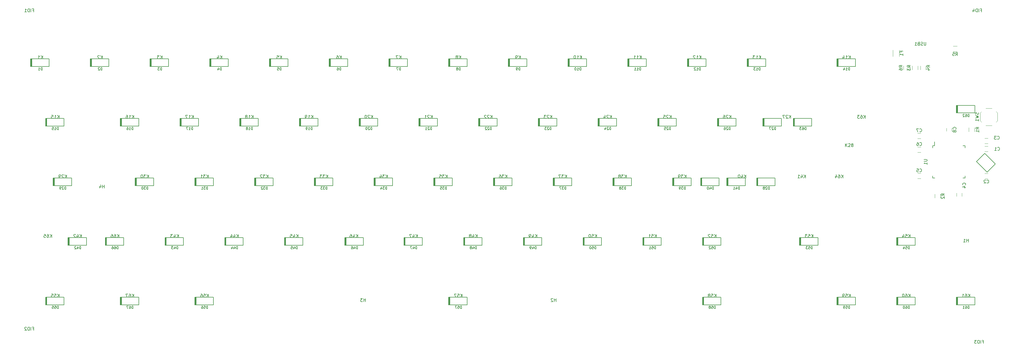
<source format=gbo>
G04 #@! TF.GenerationSoftware,KiCad,Pcbnew,(5.1.0-0)*
G04 #@! TF.CreationDate,2021-01-29T15:13:06+00:00*
G04 #@! TF.ProjectId,PULSE,50554c53-452e-46b6-9963-61645f706362,rev?*
G04 #@! TF.SameCoordinates,Original*
G04 #@! TF.FileFunction,Legend,Bot*
G04 #@! TF.FilePolarity,Positive*
%FSLAX46Y46*%
G04 Gerber Fmt 4.6, Leading zero omitted, Abs format (unit mm)*
G04 Created by KiCad (PCBNEW (5.1.0-0)) date 2021-01-29 15:13:06*
%MOMM*%
%LPD*%
G04 APERTURE LIST*
%ADD10C,0.200000*%
%ADD11C,0.120000*%
%ADD12C,0.150000*%
G04 APERTURE END LIST*
D10*
X202218572Y-8534850D02*
X198859815Y-5176093D01*
X199566921Y-11186501D02*
X202218572Y-8534850D01*
X196208164Y-7827744D02*
X199566921Y-11186501D01*
X198859815Y-5176093D02*
X196208164Y-7827744D01*
X195677200Y10129695D02*
X189777200Y10129695D01*
X195677200Y7729695D02*
X195677200Y10129695D01*
X189777200Y7729695D02*
X195677200Y7729695D01*
X190077200Y10129695D02*
X190077200Y7729695D01*
X190177200Y10129695D02*
X190177200Y7729695D01*
X189977200Y10129695D02*
X189977200Y7729695D01*
X189877200Y10129695D02*
X189877200Y7729695D01*
X189777200Y10129695D02*
X189777200Y7729695D01*
D11*
X199866100Y-4600000D02*
X198866100Y-4600000D01*
X198866100Y-2900000D02*
X199866100Y-2900000D01*
X177435300Y-11550000D02*
X178435300Y-11550000D01*
X178435300Y-13250000D02*
X177435300Y-13250000D01*
X177435300Y-3150000D02*
X178435300Y-3150000D01*
X178435300Y-4850000D02*
X177435300Y-4850000D01*
X202452000Y8177000D02*
X202902000Y7727000D01*
X202452000Y4777000D02*
X202902000Y5227000D01*
X197852000Y4777000D02*
X197402000Y5227000D01*
X197852000Y8177000D02*
X197402000Y7727000D01*
X199152000Y3727000D02*
X201152000Y3727000D01*
X202902000Y7727000D02*
X202902000Y5227000D01*
X199152000Y9227000D02*
X201152000Y9227000D01*
X197402000Y7727000D02*
X197402000Y5227000D01*
X188369500Y2881200D02*
X188369500Y1881200D01*
X186669500Y1881200D02*
X186669500Y2881200D01*
X195543100Y1781200D02*
X195543100Y2981200D01*
X193783100Y2981200D02*
X193783100Y1781200D01*
X182920000Y-18250000D02*
X182920000Y-19450000D01*
X184680000Y-19450000D02*
X184680000Y-18250000D01*
X175720000Y22750000D02*
X175720000Y21550000D01*
X177480000Y21550000D02*
X177480000Y22750000D01*
X178320000Y22785500D02*
X178320000Y21585500D01*
X180080000Y21585500D02*
X180080000Y22785500D01*
X199866100Y-13350000D02*
X198866100Y-13350000D01*
X198866100Y-11650000D02*
X199866100Y-11650000D01*
X199866100Y-2040600D02*
X198866100Y-2040600D01*
X198866100Y-340600D02*
X199866100Y-340600D01*
X189900000Y-18894900D02*
X189900000Y-17894900D01*
X191600000Y-17894900D02*
X191600000Y-18894900D01*
D12*
X182841840Y-2744720D02*
X182841840Y-1469720D01*
X182266840Y-13094720D02*
X182266840Y-12419720D01*
X192616840Y-13094720D02*
X192616840Y-12419720D01*
X192616840Y-2744720D02*
X192616840Y-3419720D01*
X182266840Y-2744720D02*
X182266840Y-3419720D01*
X192616840Y-2744720D02*
X191941840Y-2744720D01*
X192616840Y-13094720D02*
X191941840Y-13094720D01*
X182266840Y-13094720D02*
X182941840Y-13094720D01*
X182266840Y-2744720D02*
X182841840Y-2744720D01*
D11*
X177450000Y1250000D02*
X178450000Y1250000D01*
X178450000Y-450000D02*
X177450000Y-450000D01*
D10*
X-99593750Y25012500D02*
X-105493750Y25012500D01*
X-99593750Y22612500D02*
X-99593750Y25012500D01*
X-105493750Y22612500D02*
X-99593750Y22612500D01*
X-105193750Y25012500D02*
X-105193750Y22612500D01*
X-105093750Y25012500D02*
X-105093750Y22612500D01*
X-105293750Y25012500D02*
X-105293750Y22612500D01*
X-105393750Y25012500D02*
X-105393750Y22612500D01*
X-105493750Y25012500D02*
X-105493750Y22612500D01*
X-80543750Y25012500D02*
X-86443750Y25012500D01*
X-80543750Y22612500D02*
X-80543750Y25012500D01*
X-86443750Y22612500D02*
X-80543750Y22612500D01*
X-86143750Y25012500D02*
X-86143750Y22612500D01*
X-86043750Y25012500D02*
X-86043750Y22612500D01*
X-86243750Y25012500D02*
X-86243750Y22612500D01*
X-86343750Y25012500D02*
X-86343750Y22612500D01*
X-86443750Y25012500D02*
X-86443750Y22612500D01*
X-61493750Y25012500D02*
X-67393750Y25012500D01*
X-61493750Y22612500D02*
X-61493750Y25012500D01*
X-67393750Y22612500D02*
X-61493750Y22612500D01*
X-67093750Y25012500D02*
X-67093750Y22612500D01*
X-66993750Y25012500D02*
X-66993750Y22612500D01*
X-67193750Y25012500D02*
X-67193750Y22612500D01*
X-67293750Y25012500D02*
X-67293750Y22612500D01*
X-67393750Y25012500D02*
X-67393750Y22612500D01*
X-42443750Y25012500D02*
X-48343750Y25012500D01*
X-42443750Y22612500D02*
X-42443750Y25012500D01*
X-48343750Y22612500D02*
X-42443750Y22612500D01*
X-48043750Y25012500D02*
X-48043750Y22612500D01*
X-47943750Y25012500D02*
X-47943750Y22612500D01*
X-48143750Y25012500D02*
X-48143750Y22612500D01*
X-48243750Y25012500D02*
X-48243750Y22612500D01*
X-48343750Y25012500D02*
X-48343750Y22612500D01*
X-23393750Y25012500D02*
X-29293750Y25012500D01*
X-23393750Y22612500D02*
X-23393750Y25012500D01*
X-29293750Y22612500D02*
X-23393750Y22612500D01*
X-28993750Y25012500D02*
X-28993750Y22612500D01*
X-28893750Y25012500D02*
X-28893750Y22612500D01*
X-29093750Y25012500D02*
X-29093750Y22612500D01*
X-29193750Y25012500D02*
X-29193750Y22612500D01*
X-29293750Y25012500D02*
X-29293750Y22612500D01*
X-4343750Y25012500D02*
X-10243750Y25012500D01*
X-4343750Y22612500D02*
X-4343750Y25012500D01*
X-10243750Y22612500D02*
X-4343750Y22612500D01*
X-9943750Y25012500D02*
X-9943750Y22612500D01*
X-9843750Y25012500D02*
X-9843750Y22612500D01*
X-10043750Y25012500D02*
X-10043750Y22612500D01*
X-10143750Y25012500D02*
X-10143750Y22612500D01*
X-10243750Y25012500D02*
X-10243750Y22612500D01*
X14706250Y25012500D02*
X8806250Y25012500D01*
X14706250Y22612500D02*
X14706250Y25012500D01*
X8806250Y22612500D02*
X14706250Y22612500D01*
X9106250Y25012500D02*
X9106250Y22612500D01*
X9206250Y25012500D02*
X9206250Y22612500D01*
X9006250Y25012500D02*
X9006250Y22612500D01*
X8906250Y25012500D02*
X8906250Y22612500D01*
X8806250Y25012500D02*
X8806250Y22612500D01*
X33756250Y25012500D02*
X27856250Y25012500D01*
X33756250Y22612500D02*
X33756250Y25012500D01*
X27856250Y22612500D02*
X33756250Y22612500D01*
X28156250Y25012500D02*
X28156250Y22612500D01*
X28256250Y25012500D02*
X28256250Y22612500D01*
X28056250Y25012500D02*
X28056250Y22612500D01*
X27956250Y25012500D02*
X27956250Y22612500D01*
X27856250Y25012500D02*
X27856250Y22612500D01*
X52806250Y25012500D02*
X46906250Y25012500D01*
X52806250Y22612500D02*
X52806250Y25012500D01*
X46906250Y22612500D02*
X52806250Y22612500D01*
X47206250Y25012500D02*
X47206250Y22612500D01*
X47306250Y25012500D02*
X47306250Y22612500D01*
X47106250Y25012500D02*
X47106250Y22612500D01*
X47006250Y25012500D02*
X47006250Y22612500D01*
X46906250Y25012500D02*
X46906250Y22612500D01*
X71856250Y25012500D02*
X65956250Y25012500D01*
X71856250Y22612500D02*
X71856250Y25012500D01*
X65956250Y22612500D02*
X71856250Y22612500D01*
X66256250Y25012500D02*
X66256250Y22612500D01*
X66356250Y25012500D02*
X66356250Y22612500D01*
X66156250Y25012500D02*
X66156250Y22612500D01*
X66056250Y25012500D02*
X66056250Y22612500D01*
X65956250Y25012500D02*
X65956250Y22612500D01*
X90906250Y25012500D02*
X85006250Y25012500D01*
X90906250Y22612500D02*
X90906250Y25012500D01*
X85006250Y22612500D02*
X90906250Y22612500D01*
X85306250Y25012500D02*
X85306250Y22612500D01*
X85406250Y25012500D02*
X85406250Y22612500D01*
X85206250Y25012500D02*
X85206250Y22612500D01*
X85106250Y25012500D02*
X85106250Y22612500D01*
X85006250Y25012500D02*
X85006250Y22612500D01*
X109956250Y25012500D02*
X104056250Y25012500D01*
X109956250Y22612500D02*
X109956250Y25012500D01*
X104056250Y22612500D02*
X109956250Y22612500D01*
X104356250Y25012500D02*
X104356250Y22612500D01*
X104456250Y25012500D02*
X104456250Y22612500D01*
X104256250Y25012500D02*
X104256250Y22612500D01*
X104156250Y25012500D02*
X104156250Y22612500D01*
X104056250Y25012500D02*
X104056250Y22612500D01*
X129006250Y25012500D02*
X123106250Y25012500D01*
X129006250Y22612500D02*
X129006250Y25012500D01*
X123106250Y22612500D02*
X129006250Y22612500D01*
X123406250Y25012500D02*
X123406250Y22612500D01*
X123506250Y25012500D02*
X123506250Y22612500D01*
X123306250Y25012500D02*
X123306250Y22612500D01*
X123206250Y25012500D02*
X123206250Y22612500D01*
X123106250Y25012500D02*
X123106250Y22612500D01*
X157581250Y25012500D02*
X151681250Y25012500D01*
X157581250Y22612500D02*
X157581250Y25012500D01*
X151681250Y22612500D02*
X157581250Y22612500D01*
X151981250Y25012500D02*
X151981250Y22612500D01*
X152081250Y25012500D02*
X152081250Y22612500D01*
X151881250Y25012500D02*
X151881250Y22612500D01*
X151781250Y25012500D02*
X151781250Y22612500D01*
X151681250Y25012500D02*
X151681250Y22612500D01*
X-94831250Y5962500D02*
X-100731250Y5962500D01*
X-94831250Y3562500D02*
X-94831250Y5962500D01*
X-100731250Y3562500D02*
X-94831250Y3562500D01*
X-100431250Y5962500D02*
X-100431250Y3562500D01*
X-100331250Y5962500D02*
X-100331250Y3562500D01*
X-100531250Y5962500D02*
X-100531250Y3562500D01*
X-100631250Y5962500D02*
X-100631250Y3562500D01*
X-100731250Y5962500D02*
X-100731250Y3562500D01*
X-71018750Y5962500D02*
X-76918750Y5962500D01*
X-71018750Y3562500D02*
X-71018750Y5962500D01*
X-76918750Y3562500D02*
X-71018750Y3562500D01*
X-76618750Y5962500D02*
X-76618750Y3562500D01*
X-76518750Y5962500D02*
X-76518750Y3562500D01*
X-76718750Y5962500D02*
X-76718750Y3562500D01*
X-76818750Y5962500D02*
X-76818750Y3562500D01*
X-76918750Y5962500D02*
X-76918750Y3562500D01*
X-51968750Y5962500D02*
X-57868750Y5962500D01*
X-51968750Y3562500D02*
X-51968750Y5962500D01*
X-57868750Y3562500D02*
X-51968750Y3562500D01*
X-57568750Y5962500D02*
X-57568750Y3562500D01*
X-57468750Y5962500D02*
X-57468750Y3562500D01*
X-57668750Y5962500D02*
X-57668750Y3562500D01*
X-57768750Y5962500D02*
X-57768750Y3562500D01*
X-57868750Y5962500D02*
X-57868750Y3562500D01*
X-32918750Y5962500D02*
X-38818750Y5962500D01*
X-32918750Y3562500D02*
X-32918750Y5962500D01*
X-38818750Y3562500D02*
X-32918750Y3562500D01*
X-38518750Y5962500D02*
X-38518750Y3562500D01*
X-38418750Y5962500D02*
X-38418750Y3562500D01*
X-38618750Y5962500D02*
X-38618750Y3562500D01*
X-38718750Y5962500D02*
X-38718750Y3562500D01*
X-38818750Y5962500D02*
X-38818750Y3562500D01*
X-13868750Y5962500D02*
X-19768750Y5962500D01*
X-13868750Y3562500D02*
X-13868750Y5962500D01*
X-19768750Y3562500D02*
X-13868750Y3562500D01*
X-19468750Y5962500D02*
X-19468750Y3562500D01*
X-19368750Y5962500D02*
X-19368750Y3562500D01*
X-19568750Y5962500D02*
X-19568750Y3562500D01*
X-19668750Y5962500D02*
X-19668750Y3562500D01*
X-19768750Y5962500D02*
X-19768750Y3562500D01*
X5181250Y5962500D02*
X-718750Y5962500D01*
X5181250Y3562500D02*
X5181250Y5962500D01*
X-718750Y3562500D02*
X5181250Y3562500D01*
X-418750Y5962500D02*
X-418750Y3562500D01*
X-318750Y5962500D02*
X-318750Y3562500D01*
X-518750Y5962500D02*
X-518750Y3562500D01*
X-618750Y5962500D02*
X-618750Y3562500D01*
X-718750Y5962500D02*
X-718750Y3562500D01*
X24231250Y5962500D02*
X18331250Y5962500D01*
X24231250Y3562500D02*
X24231250Y5962500D01*
X18331250Y3562500D02*
X24231250Y3562500D01*
X18631250Y5962500D02*
X18631250Y3562500D01*
X18731250Y5962500D02*
X18731250Y3562500D01*
X18531250Y5962500D02*
X18531250Y3562500D01*
X18431250Y5962500D02*
X18431250Y3562500D01*
X18331250Y5962500D02*
X18331250Y3562500D01*
X43281250Y5962500D02*
X37381250Y5962500D01*
X43281250Y3562500D02*
X43281250Y5962500D01*
X37381250Y3562500D02*
X43281250Y3562500D01*
X37681250Y5962500D02*
X37681250Y3562500D01*
X37781250Y5962500D02*
X37781250Y3562500D01*
X37581250Y5962500D02*
X37581250Y3562500D01*
X37481250Y5962500D02*
X37481250Y3562500D01*
X37381250Y5962500D02*
X37381250Y3562500D01*
X62331250Y5962500D02*
X56431250Y5962500D01*
X62331250Y3562500D02*
X62331250Y5962500D01*
X56431250Y3562500D02*
X62331250Y3562500D01*
X56731250Y5962500D02*
X56731250Y3562500D01*
X56831250Y5962500D02*
X56831250Y3562500D01*
X56631250Y5962500D02*
X56631250Y3562500D01*
X56531250Y5962500D02*
X56531250Y3562500D01*
X56431250Y5962500D02*
X56431250Y3562500D01*
X81381250Y5962500D02*
X75481250Y5962500D01*
X81381250Y3562500D02*
X81381250Y5962500D01*
X75481250Y3562500D02*
X81381250Y3562500D01*
X75781250Y5962500D02*
X75781250Y3562500D01*
X75881250Y5962500D02*
X75881250Y3562500D01*
X75681250Y5962500D02*
X75681250Y3562500D01*
X75581250Y5962500D02*
X75581250Y3562500D01*
X75481250Y5962500D02*
X75481250Y3562500D01*
X100431250Y5962500D02*
X94531250Y5962500D01*
X100431250Y3562500D02*
X100431250Y5962500D01*
X94531250Y3562500D02*
X100431250Y3562500D01*
X94831250Y5962500D02*
X94831250Y3562500D01*
X94931250Y5962500D02*
X94931250Y3562500D01*
X94731250Y5962500D02*
X94731250Y3562500D01*
X94631250Y5962500D02*
X94631250Y3562500D01*
X94531250Y5962500D02*
X94531250Y3562500D01*
X119481250Y5962500D02*
X113581250Y5962500D01*
X119481250Y3562500D02*
X119481250Y5962500D01*
X113581250Y3562500D02*
X119481250Y3562500D01*
X113881250Y5962500D02*
X113881250Y3562500D01*
X113981250Y5962500D02*
X113981250Y3562500D01*
X113781250Y5962500D02*
X113781250Y3562500D01*
X113681250Y5962500D02*
X113681250Y3562500D01*
X113581250Y5962500D02*
X113581250Y3562500D01*
X133979576Y5962496D02*
X128079576Y5962496D01*
X133979576Y3562496D02*
X133979576Y5962496D01*
X128079576Y3562496D02*
X133979576Y3562496D01*
X128379576Y5962496D02*
X128379576Y3562496D01*
X128479576Y5962496D02*
X128479576Y3562496D01*
X128279576Y5962496D02*
X128279576Y3562496D01*
X128179576Y5962496D02*
X128179576Y3562496D01*
X128079576Y5962496D02*
X128079576Y3562496D01*
X131982704Y-13087488D02*
X126082704Y-13087488D01*
X131982704Y-15487488D02*
X131982704Y-13087488D01*
X126082704Y-15487488D02*
X131982704Y-15487488D01*
X126382704Y-13087488D02*
X126382704Y-15487488D01*
X126482704Y-13087488D02*
X126482704Y-15487488D01*
X126282704Y-13087488D02*
X126282704Y-15487488D01*
X126182704Y-13087488D02*
X126182704Y-15487488D01*
X126082704Y-13087488D02*
X126082704Y-15487488D01*
X-92450000Y-13087500D02*
X-98350000Y-13087500D01*
X-92450000Y-15487500D02*
X-92450000Y-13087500D01*
X-98350000Y-15487500D02*
X-92450000Y-15487500D01*
X-98050000Y-13087500D02*
X-98050000Y-15487500D01*
X-97950000Y-13087500D02*
X-97950000Y-15487500D01*
X-98150000Y-13087500D02*
X-98150000Y-15487500D01*
X-98250000Y-13087500D02*
X-98250000Y-15487500D01*
X-98350000Y-13087500D02*
X-98350000Y-15487500D01*
X-66256250Y-13087500D02*
X-72156250Y-13087500D01*
X-66256250Y-15487500D02*
X-66256250Y-13087500D01*
X-72156250Y-15487500D02*
X-66256250Y-15487500D01*
X-71856250Y-13087500D02*
X-71856250Y-15487500D01*
X-71756250Y-13087500D02*
X-71756250Y-15487500D01*
X-71956250Y-13087500D02*
X-71956250Y-15487500D01*
X-72056250Y-13087500D02*
X-72056250Y-15487500D01*
X-72156250Y-13087500D02*
X-72156250Y-15487500D01*
X-47206250Y-13087500D02*
X-53106250Y-13087500D01*
X-47206250Y-15487500D02*
X-47206250Y-13087500D01*
X-53106250Y-15487500D02*
X-47206250Y-15487500D01*
X-52806250Y-13087500D02*
X-52806250Y-15487500D01*
X-52706250Y-13087500D02*
X-52706250Y-15487500D01*
X-52906250Y-13087500D02*
X-52906250Y-15487500D01*
X-53006250Y-13087500D02*
X-53006250Y-15487500D01*
X-53106250Y-13087500D02*
X-53106250Y-15487500D01*
X-28156250Y-13087500D02*
X-34056250Y-13087500D01*
X-28156250Y-15487500D02*
X-28156250Y-13087500D01*
X-34056250Y-15487500D02*
X-28156250Y-15487500D01*
X-33756250Y-13087500D02*
X-33756250Y-15487500D01*
X-33656250Y-13087500D02*
X-33656250Y-15487500D01*
X-33856250Y-13087500D02*
X-33856250Y-15487500D01*
X-33956250Y-13087500D02*
X-33956250Y-15487500D01*
X-34056250Y-13087500D02*
X-34056250Y-15487500D01*
X-9106250Y-13087500D02*
X-15006250Y-13087500D01*
X-9106250Y-15487500D02*
X-9106250Y-13087500D01*
X-15006250Y-15487500D02*
X-9106250Y-15487500D01*
X-14706250Y-13087500D02*
X-14706250Y-15487500D01*
X-14606250Y-13087500D02*
X-14606250Y-15487500D01*
X-14806250Y-13087500D02*
X-14806250Y-15487500D01*
X-14906250Y-13087500D02*
X-14906250Y-15487500D01*
X-15006250Y-13087500D02*
X-15006250Y-15487500D01*
X9943750Y-13087500D02*
X4043750Y-13087500D01*
X9943750Y-15487500D02*
X9943750Y-13087500D01*
X4043750Y-15487500D02*
X9943750Y-15487500D01*
X4343750Y-13087500D02*
X4343750Y-15487500D01*
X4443750Y-13087500D02*
X4443750Y-15487500D01*
X4243750Y-13087500D02*
X4243750Y-15487500D01*
X4143750Y-13087500D02*
X4143750Y-15487500D01*
X4043750Y-13087500D02*
X4043750Y-15487500D01*
X28993750Y-13087500D02*
X23093750Y-13087500D01*
X28993750Y-15487500D02*
X28993750Y-13087500D01*
X23093750Y-15487500D02*
X28993750Y-15487500D01*
X23393750Y-13087500D02*
X23393750Y-15487500D01*
X23493750Y-13087500D02*
X23493750Y-15487500D01*
X23293750Y-13087500D02*
X23293750Y-15487500D01*
X23193750Y-13087500D02*
X23193750Y-15487500D01*
X23093750Y-13087500D02*
X23093750Y-15487500D01*
X48043750Y-13087500D02*
X42143750Y-13087500D01*
X48043750Y-15487500D02*
X48043750Y-13087500D01*
X42143750Y-15487500D02*
X48043750Y-15487500D01*
X42443750Y-13087500D02*
X42443750Y-15487500D01*
X42543750Y-13087500D02*
X42543750Y-15487500D01*
X42343750Y-13087500D02*
X42343750Y-15487500D01*
X42243750Y-13087500D02*
X42243750Y-15487500D01*
X42143750Y-13087500D02*
X42143750Y-15487500D01*
X67093750Y-13087500D02*
X61193750Y-13087500D01*
X67093750Y-15487500D02*
X67093750Y-13087500D01*
X61193750Y-15487500D02*
X67093750Y-15487500D01*
X61493750Y-13087500D02*
X61493750Y-15487500D01*
X61593750Y-13087500D02*
X61593750Y-15487500D01*
X61393750Y-13087500D02*
X61393750Y-15487500D01*
X61293750Y-13087500D02*
X61293750Y-15487500D01*
X61193750Y-13087500D02*
X61193750Y-15487500D01*
X86143750Y-13087500D02*
X80243750Y-13087500D01*
X86143750Y-15487500D02*
X86143750Y-13087500D01*
X80243750Y-15487500D02*
X86143750Y-15487500D01*
X80543750Y-13087500D02*
X80543750Y-15487500D01*
X80643750Y-13087500D02*
X80643750Y-15487500D01*
X80443750Y-13087500D02*
X80443750Y-15487500D01*
X80343750Y-13087500D02*
X80343750Y-15487500D01*
X80243750Y-13087500D02*
X80243750Y-15487500D01*
X105193750Y-13087500D02*
X99293750Y-13087500D01*
X105193750Y-15487500D02*
X105193750Y-13087500D01*
X99293750Y-15487500D02*
X105193750Y-15487500D01*
X99593750Y-13087500D02*
X99593750Y-15487500D01*
X99693750Y-13087500D02*
X99693750Y-15487500D01*
X99493750Y-13087500D02*
X99493750Y-15487500D01*
X99393750Y-13087500D02*
X99393750Y-15487500D01*
X99293750Y-13087500D02*
X99293750Y-15487500D01*
X114123344Y-13087488D02*
X108223344Y-13087488D01*
X114123344Y-15487488D02*
X114123344Y-13087488D01*
X108223344Y-15487488D02*
X114123344Y-15487488D01*
X108523344Y-13087488D02*
X108523344Y-15487488D01*
X108623344Y-13087488D02*
X108623344Y-15487488D01*
X108423344Y-13087488D02*
X108423344Y-15487488D01*
X108323344Y-13087488D02*
X108323344Y-15487488D01*
X108223344Y-13087488D02*
X108223344Y-15487488D01*
X122457712Y-13087500D02*
X116557712Y-13087500D01*
X122457712Y-15487500D02*
X122457712Y-13087500D01*
X116557712Y-15487500D02*
X122457712Y-15487500D01*
X116857712Y-13087500D02*
X116857712Y-15487500D01*
X116957712Y-13087500D02*
X116957712Y-15487500D01*
X116757712Y-13087500D02*
X116757712Y-15487500D01*
X116657712Y-13087500D02*
X116657712Y-15487500D01*
X116557712Y-13087500D02*
X116557712Y-15487500D01*
X-87687500Y-32137500D02*
X-93587500Y-32137500D01*
X-87687500Y-34537500D02*
X-87687500Y-32137500D01*
X-93587500Y-34537500D02*
X-87687500Y-34537500D01*
X-93287500Y-32137500D02*
X-93287500Y-34537500D01*
X-93187500Y-32137500D02*
X-93187500Y-34537500D01*
X-93387500Y-32137500D02*
X-93387500Y-34537500D01*
X-93487500Y-32137500D02*
X-93487500Y-34537500D01*
X-93587500Y-32137500D02*
X-93587500Y-34537500D01*
X-56731250Y-32137500D02*
X-62631250Y-32137500D01*
X-56731250Y-34537500D02*
X-56731250Y-32137500D01*
X-62631250Y-34537500D02*
X-56731250Y-34537500D01*
X-62331250Y-32137500D02*
X-62331250Y-34537500D01*
X-62231250Y-32137500D02*
X-62231250Y-34537500D01*
X-62431250Y-32137500D02*
X-62431250Y-34537500D01*
X-62531250Y-32137500D02*
X-62531250Y-34537500D01*
X-62631250Y-32137500D02*
X-62631250Y-34537500D01*
X-37681250Y-32137500D02*
X-43581250Y-32137500D01*
X-37681250Y-34537500D02*
X-37681250Y-32137500D01*
X-43581250Y-34537500D02*
X-37681250Y-34537500D01*
X-43281250Y-32137500D02*
X-43281250Y-34537500D01*
X-43181250Y-32137500D02*
X-43181250Y-34537500D01*
X-43381250Y-32137500D02*
X-43381250Y-34537500D01*
X-43481250Y-32137500D02*
X-43481250Y-34537500D01*
X-43581250Y-32137500D02*
X-43581250Y-34537500D01*
X-18631250Y-32137500D02*
X-24531250Y-32137500D01*
X-18631250Y-34537500D02*
X-18631250Y-32137500D01*
X-24531250Y-34537500D02*
X-18631250Y-34537500D01*
X-24231250Y-32137500D02*
X-24231250Y-34537500D01*
X-24131250Y-32137500D02*
X-24131250Y-34537500D01*
X-24331250Y-32137500D02*
X-24331250Y-34537500D01*
X-24431250Y-32137500D02*
X-24431250Y-34537500D01*
X-24531250Y-32137500D02*
X-24531250Y-34537500D01*
X602500Y-32137500D02*
X-5297500Y-32137500D01*
X602500Y-34537500D02*
X602500Y-32137500D01*
X-5297500Y-34537500D02*
X602500Y-34537500D01*
X-4997500Y-32137500D02*
X-4997500Y-34537500D01*
X-4897500Y-32137500D02*
X-4897500Y-34537500D01*
X-5097500Y-32137500D02*
X-5097500Y-34537500D01*
X-5197500Y-32137500D02*
X-5197500Y-34537500D01*
X-5297500Y-32137500D02*
X-5297500Y-34537500D01*
X19468750Y-32137500D02*
X13568750Y-32137500D01*
X19468750Y-34537500D02*
X19468750Y-32137500D01*
X13568750Y-34537500D02*
X19468750Y-34537500D01*
X13868750Y-32137500D02*
X13868750Y-34537500D01*
X13968750Y-32137500D02*
X13968750Y-34537500D01*
X13768750Y-32137500D02*
X13768750Y-34537500D01*
X13668750Y-32137500D02*
X13668750Y-34537500D01*
X13568750Y-32137500D02*
X13568750Y-34537500D01*
X38518750Y-32137500D02*
X32618750Y-32137500D01*
X38518750Y-34537500D02*
X38518750Y-32137500D01*
X32618750Y-34537500D02*
X38518750Y-34537500D01*
X32918750Y-32137500D02*
X32918750Y-34537500D01*
X33018750Y-32137500D02*
X33018750Y-34537500D01*
X32818750Y-32137500D02*
X32818750Y-34537500D01*
X32718750Y-32137500D02*
X32718750Y-34537500D01*
X32618750Y-32137500D02*
X32618750Y-34537500D01*
X57568750Y-32137500D02*
X51668750Y-32137500D01*
X57568750Y-34537500D02*
X57568750Y-32137500D01*
X51668750Y-34537500D02*
X57568750Y-34537500D01*
X51968750Y-32137500D02*
X51968750Y-34537500D01*
X52068750Y-32137500D02*
X52068750Y-34537500D01*
X51868750Y-32137500D02*
X51868750Y-34537500D01*
X51768750Y-32137500D02*
X51768750Y-34537500D01*
X51668750Y-32137500D02*
X51668750Y-34537500D01*
X76618750Y-32137500D02*
X70718750Y-32137500D01*
X76618750Y-34537500D02*
X76618750Y-32137500D01*
X70718750Y-34537500D02*
X76618750Y-34537500D01*
X71018750Y-32137500D02*
X71018750Y-34537500D01*
X71118750Y-32137500D02*
X71118750Y-34537500D01*
X70918750Y-32137500D02*
X70918750Y-34537500D01*
X70818750Y-32137500D02*
X70818750Y-34537500D01*
X70718750Y-32137500D02*
X70718750Y-34537500D01*
X95668750Y-32137500D02*
X89768750Y-32137500D01*
X95668750Y-34537500D02*
X95668750Y-32137500D01*
X89768750Y-34537500D02*
X95668750Y-34537500D01*
X90068750Y-32137500D02*
X90068750Y-34537500D01*
X90168750Y-32137500D02*
X90168750Y-34537500D01*
X89968750Y-32137500D02*
X89968750Y-34537500D01*
X89868750Y-32137500D02*
X89868750Y-34537500D01*
X89768750Y-32137500D02*
X89768750Y-34537500D01*
X114718750Y-32137500D02*
X108818750Y-32137500D01*
X114718750Y-34537500D02*
X114718750Y-32137500D01*
X108818750Y-34537500D02*
X114718750Y-34537500D01*
X109118750Y-32137500D02*
X109118750Y-34537500D01*
X109218750Y-32137500D02*
X109218750Y-34537500D01*
X109018750Y-32137500D02*
X109018750Y-34537500D01*
X108918750Y-32137500D02*
X108918750Y-34537500D01*
X108818750Y-32137500D02*
X108818750Y-34537500D01*
X145675000Y-32137500D02*
X139775000Y-32137500D01*
X145675000Y-34537500D02*
X145675000Y-32137500D01*
X139775000Y-34537500D02*
X145675000Y-34537500D01*
X140075000Y-32137500D02*
X140075000Y-34537500D01*
X140175000Y-32137500D02*
X140175000Y-34537500D01*
X139975000Y-32137500D02*
X139975000Y-34537500D01*
X139875000Y-32137500D02*
X139875000Y-34537500D01*
X139775000Y-32137500D02*
X139775000Y-34537500D01*
X176631250Y-32137500D02*
X170731250Y-32137500D01*
X176631250Y-34537500D02*
X176631250Y-32137500D01*
X170731250Y-34537500D02*
X176631250Y-34537500D01*
X171031250Y-32137500D02*
X171031250Y-34537500D01*
X171131250Y-32137500D02*
X171131250Y-34537500D01*
X170931250Y-32137500D02*
X170931250Y-34537500D01*
X170831250Y-32137500D02*
X170831250Y-34537500D01*
X170731250Y-32137500D02*
X170731250Y-34537500D01*
X-94831250Y-51187500D02*
X-100731250Y-51187500D01*
X-94831250Y-53587500D02*
X-94831250Y-51187500D01*
X-100731250Y-53587500D02*
X-94831250Y-53587500D01*
X-100431250Y-51187500D02*
X-100431250Y-53587500D01*
X-100331250Y-51187500D02*
X-100331250Y-53587500D01*
X-100531250Y-51187500D02*
X-100531250Y-53587500D01*
X-100631250Y-51187500D02*
X-100631250Y-53587500D01*
X-100731250Y-51187500D02*
X-100731250Y-53587500D01*
X-47206250Y-51187500D02*
X-53106250Y-51187500D01*
X-47206250Y-53587500D02*
X-47206250Y-51187500D01*
X-53106250Y-53587500D02*
X-47206250Y-53587500D01*
X-52806250Y-51187500D02*
X-52806250Y-53587500D01*
X-52706250Y-51187500D02*
X-52706250Y-53587500D01*
X-52906250Y-51187500D02*
X-52906250Y-53587500D01*
X-53006250Y-51187500D02*
X-53006250Y-53587500D01*
X-53106250Y-51187500D02*
X-53106250Y-53587500D01*
X33756250Y-51187500D02*
X27856250Y-51187500D01*
X33756250Y-53587500D02*
X33756250Y-51187500D01*
X27856250Y-53587500D02*
X33756250Y-53587500D01*
X28156250Y-51187500D02*
X28156250Y-53587500D01*
X28256250Y-51187500D02*
X28256250Y-53587500D01*
X28056250Y-51187500D02*
X28056250Y-53587500D01*
X27956250Y-51187500D02*
X27956250Y-53587500D01*
X27856250Y-51187500D02*
X27856250Y-53587500D01*
X114718750Y-51187500D02*
X108818750Y-51187500D01*
X114718750Y-53587500D02*
X114718750Y-51187500D01*
X108818750Y-53587500D02*
X114718750Y-53587500D01*
X109118750Y-51187500D02*
X109118750Y-53587500D01*
X109218750Y-51187500D02*
X109218750Y-53587500D01*
X109018750Y-51187500D02*
X109018750Y-53587500D01*
X108918750Y-51187500D02*
X108918750Y-53587500D01*
X108818750Y-51187500D02*
X108818750Y-53587500D01*
X157581250Y-51187500D02*
X151681250Y-51187500D01*
X157581250Y-53587500D02*
X157581250Y-51187500D01*
X151681250Y-53587500D02*
X157581250Y-53587500D01*
X151981250Y-51187500D02*
X151981250Y-53587500D01*
X152081250Y-51187500D02*
X152081250Y-53587500D01*
X151881250Y-51187500D02*
X151881250Y-53587500D01*
X151781250Y-51187500D02*
X151781250Y-53587500D01*
X151681250Y-51187500D02*
X151681250Y-53587500D01*
X176631250Y-51187500D02*
X170731250Y-51187500D01*
X176631250Y-53587500D02*
X176631250Y-51187500D01*
X170731250Y-53587500D02*
X176631250Y-53587500D01*
X171031250Y-51187500D02*
X171031250Y-53587500D01*
X171131250Y-51187500D02*
X171131250Y-53587500D01*
X170931250Y-51187500D02*
X170931250Y-53587500D01*
X170831250Y-51187500D02*
X170831250Y-53587500D01*
X170731250Y-51187500D02*
X170731250Y-53587500D01*
X195681250Y-51187500D02*
X189781250Y-51187500D01*
X195681250Y-53587500D02*
X195681250Y-51187500D01*
X189781250Y-53587500D02*
X195681250Y-53587500D01*
X190081250Y-51187500D02*
X190081250Y-53587500D01*
X190181250Y-51187500D02*
X190181250Y-53587500D01*
X189981250Y-51187500D02*
X189981250Y-53587500D01*
X189881250Y-51187500D02*
X189881250Y-53587500D01*
X189781250Y-51187500D02*
X189781250Y-53587500D01*
X143678008Y5962496D02*
X137778008Y5962496D01*
X143678008Y3562496D02*
X143678008Y5962496D01*
X137778008Y3562496D02*
X143678008Y3562496D01*
X138078008Y5962496D02*
X138078008Y3562496D01*
X138178008Y5962496D02*
X138178008Y3562496D01*
X137978008Y5962496D02*
X137978008Y3562496D01*
X137878008Y5962496D02*
X137878008Y3562496D01*
X137778008Y5962496D02*
X137778008Y3562496D01*
X-75781184Y-32137472D02*
X-81681184Y-32137472D01*
X-75781184Y-34537472D02*
X-75781184Y-32137472D01*
X-81681184Y-34537472D02*
X-75781184Y-34537472D01*
X-81381184Y-32137472D02*
X-81381184Y-34537472D01*
X-81281184Y-32137472D02*
X-81281184Y-34537472D01*
X-81481184Y-32137472D02*
X-81481184Y-34537472D01*
X-81581184Y-32137472D02*
X-81581184Y-34537472D01*
X-81681184Y-32137472D02*
X-81681184Y-34537472D01*
X-76918688Y-51187456D02*
X-76918688Y-53587456D01*
X-76818688Y-51187456D02*
X-76818688Y-53587456D01*
X-76718688Y-51187456D02*
X-76718688Y-53587456D01*
X-76518688Y-51187456D02*
X-76518688Y-53587456D01*
X-76618688Y-51187456D02*
X-76618688Y-53587456D01*
X-76918688Y-53587456D02*
X-71018688Y-53587456D01*
X-71018688Y-53587456D02*
X-71018688Y-51187456D01*
X-71018688Y-51187456D02*
X-76918688Y-51187456D01*
D11*
X188800000Y27320000D02*
X190000000Y27320000D01*
X190000000Y29080000D02*
X188800000Y29080000D01*
X174680000Y21550000D02*
X174680000Y22750000D01*
X172920000Y22750000D02*
X172920000Y21550000D01*
X169580000Y25800000D02*
X169580000Y27800000D01*
X171620000Y27800000D02*
X171620000Y25800000D01*
D12*
X153614157Y-13025372D02*
X153614157Y-12025372D01*
X153042729Y-13025372D02*
X153471300Y-12453944D01*
X153042729Y-12025372D02*
X153614157Y-12596801D01*
X152185586Y-12025372D02*
X152376062Y-12025372D01*
X152471300Y-12072992D01*
X152518919Y-12120611D01*
X152614157Y-12263468D01*
X152661776Y-12453944D01*
X152661776Y-12834896D01*
X152614157Y-12930134D01*
X152566538Y-12977753D01*
X152471300Y-13025372D01*
X152280824Y-13025372D01*
X152185586Y-12977753D01*
X152137967Y-12930134D01*
X152090348Y-12834896D01*
X152090348Y-12596801D01*
X152137967Y-12501563D01*
X152185586Y-12453944D01*
X152280824Y-12406325D01*
X152471300Y-12406325D01*
X152566538Y-12453944D01*
X152614157Y-12501563D01*
X152661776Y-12596801D01*
X151233205Y-12358706D02*
X151233205Y-13025372D01*
X151471300Y-11977753D02*
X151709395Y-12692039D01*
X151090348Y-12692039D01*
X175045535Y-32075380D02*
X175045535Y-31075380D01*
X174474107Y-32075380D02*
X174902678Y-31503952D01*
X174474107Y-31075380D02*
X175045535Y-31646809D01*
X173569345Y-31075380D02*
X174045535Y-31075380D01*
X174093154Y-31551571D01*
X174045535Y-31503952D01*
X173950297Y-31456333D01*
X173712202Y-31456333D01*
X173616964Y-31503952D01*
X173569345Y-31551571D01*
X173521726Y-31646809D01*
X173521726Y-31884904D01*
X173569345Y-31980142D01*
X173616964Y-32027761D01*
X173712202Y-32075380D01*
X173950297Y-32075380D01*
X174045535Y-32027761D01*
X174093154Y-31980142D01*
X172664583Y-31408714D02*
X172664583Y-32075380D01*
X172902678Y-31027761D02*
X173140773Y-31742047D01*
X172521726Y-31742047D01*
X193848628Y6535790D02*
X193848628Y7335790D01*
X193658152Y7335790D01*
X193543866Y7297695D01*
X193467676Y7221504D01*
X193429580Y7145314D01*
X193391485Y6992933D01*
X193391485Y6878647D01*
X193429580Y6726266D01*
X193467676Y6650075D01*
X193543866Y6573885D01*
X193658152Y6535790D01*
X193848628Y6535790D01*
X192705771Y7335790D02*
X192858152Y7335790D01*
X192934342Y7297695D01*
X192972438Y7259599D01*
X193048628Y7145314D01*
X193086723Y6992933D01*
X193086723Y6688171D01*
X193048628Y6611980D01*
X193010533Y6573885D01*
X192934342Y6535790D01*
X192781961Y6535790D01*
X192705771Y6573885D01*
X192667676Y6611980D01*
X192629580Y6688171D01*
X192629580Y6878647D01*
X192667676Y6954837D01*
X192705771Y6992933D01*
X192781961Y7031028D01*
X192934342Y7031028D01*
X193010533Y6992933D01*
X193048628Y6954837D01*
X193086723Y6878647D01*
X192324819Y7259599D02*
X192286723Y7297695D01*
X192210533Y7335790D01*
X192020057Y7335790D01*
X191943866Y7297695D01*
X191905771Y7259599D01*
X191867676Y7183409D01*
X191867676Y7107218D01*
X191905771Y6992933D01*
X192362914Y6535790D01*
X191867676Y6535790D01*
X202951166Y-4134982D02*
X202998785Y-4182601D01*
X203141642Y-4230220D01*
X203236880Y-4230220D01*
X203379738Y-4182601D01*
X203474976Y-4087363D01*
X203522595Y-3992125D01*
X203570214Y-3801649D01*
X203570214Y-3658792D01*
X203522595Y-3468316D01*
X203474976Y-3373078D01*
X203379738Y-3277840D01*
X203236880Y-3230220D01*
X203141642Y-3230220D01*
X202998785Y-3277840D01*
X202951166Y-3325459D01*
X201998785Y-4230220D02*
X202570214Y-4230220D01*
X202284500Y-4230220D02*
X202284500Y-3230220D01*
X202379738Y-3373078D01*
X202474976Y-3468316D01*
X202570214Y-3515935D01*
X178101966Y-11007142D02*
X178149585Y-11054761D01*
X178292442Y-11102380D01*
X178387680Y-11102380D01*
X178530538Y-11054761D01*
X178625776Y-10959523D01*
X178673395Y-10864285D01*
X178721014Y-10673809D01*
X178721014Y-10530952D01*
X178673395Y-10340476D01*
X178625776Y-10245238D01*
X178530538Y-10150000D01*
X178387680Y-10102380D01*
X178292442Y-10102380D01*
X178149585Y-10150000D01*
X178101966Y-10197619D01*
X177197204Y-10102380D02*
X177673395Y-10102380D01*
X177721014Y-10578571D01*
X177673395Y-10530952D01*
X177578157Y-10483333D01*
X177340061Y-10483333D01*
X177244823Y-10530952D01*
X177197204Y-10578571D01*
X177149585Y-10673809D01*
X177149585Y-10911904D01*
X177197204Y-11007142D01*
X177244823Y-11054761D01*
X177340061Y-11102380D01*
X177578157Y-11102380D01*
X177673395Y-11054761D01*
X177721014Y-11007142D01*
X178101966Y-2607142D02*
X178149585Y-2654761D01*
X178292442Y-2702380D01*
X178387680Y-2702380D01*
X178530538Y-2654761D01*
X178625776Y-2559523D01*
X178673395Y-2464285D01*
X178721014Y-2273809D01*
X178721014Y-2130952D01*
X178673395Y-1940476D01*
X178625776Y-1845238D01*
X178530538Y-1750000D01*
X178387680Y-1702380D01*
X178292442Y-1702380D01*
X178149585Y-1750000D01*
X178101966Y-1797619D01*
X177244823Y-1702380D02*
X177435300Y-1702380D01*
X177530538Y-1750000D01*
X177578157Y-1797619D01*
X177673395Y-1940476D01*
X177721014Y-2130952D01*
X177721014Y-2511904D01*
X177673395Y-2607142D01*
X177625776Y-2654761D01*
X177530538Y-2702380D01*
X177340061Y-2702380D01*
X177244823Y-2654761D01*
X177197204Y-2607142D01*
X177149585Y-2511904D01*
X177149585Y-2273809D01*
X177197204Y-2178571D01*
X177244823Y-2130952D01*
X177340061Y-2083333D01*
X177530538Y-2083333D01*
X177625776Y-2130952D01*
X177673395Y-2178571D01*
X177721014Y-2273809D01*
X196806761Y7810333D02*
X196854380Y7667476D01*
X196854380Y7429380D01*
X196806761Y7334142D01*
X196759142Y7286523D01*
X196663904Y7238904D01*
X196568666Y7238904D01*
X196473428Y7286523D01*
X196425809Y7334142D01*
X196378190Y7429380D01*
X196330571Y7619857D01*
X196282952Y7715095D01*
X196235333Y7762714D01*
X196140095Y7810333D01*
X196044857Y7810333D01*
X195949619Y7762714D01*
X195902000Y7715095D01*
X195854380Y7619857D01*
X195854380Y7381761D01*
X195902000Y7238904D01*
X195854380Y6905571D02*
X196854380Y6667476D01*
X196140095Y6477000D01*
X196854380Y6286523D01*
X195854380Y6048428D01*
X196854380Y5143666D02*
X196854380Y5715095D01*
X196854380Y5429380D02*
X195854380Y5429380D01*
X195997238Y5524619D01*
X196092476Y5619857D01*
X196140095Y5715095D01*
X189626642Y2547866D02*
X189674261Y2595485D01*
X189721880Y2738342D01*
X189721880Y2833580D01*
X189674261Y2976438D01*
X189579023Y3071676D01*
X189483785Y3119295D01*
X189293309Y3166914D01*
X189150452Y3166914D01*
X188959976Y3119295D01*
X188864738Y3071676D01*
X188769500Y2976438D01*
X188721880Y2833580D01*
X188721880Y2738342D01*
X188769500Y2595485D01*
X188817119Y2547866D01*
X189150452Y1976438D02*
X189102833Y2071676D01*
X189055214Y2119295D01*
X188959976Y2166914D01*
X188912357Y2166914D01*
X188817119Y2119295D01*
X188769500Y2071676D01*
X188721880Y1976438D01*
X188721880Y1785961D01*
X188769500Y1690723D01*
X188817119Y1643104D01*
X188912357Y1595485D01*
X188959976Y1595485D01*
X189055214Y1643104D01*
X189102833Y1690723D01*
X189150452Y1785961D01*
X189150452Y1976438D01*
X189198071Y2071676D01*
X189245690Y2119295D01*
X189340928Y2166914D01*
X189531404Y2166914D01*
X189626642Y2119295D01*
X189674261Y2071676D01*
X189721880Y1976438D01*
X189721880Y1785961D01*
X189674261Y1690723D01*
X189626642Y1643104D01*
X189531404Y1595485D01*
X189340928Y1595485D01*
X189245690Y1643104D01*
X189198071Y1690723D01*
X189150452Y1785961D01*
X197016280Y2547866D02*
X196540090Y2881200D01*
X197016280Y3119295D02*
X196016280Y3119295D01*
X196016280Y2738342D01*
X196063900Y2643104D01*
X196111519Y2595485D01*
X196206757Y2547866D01*
X196349614Y2547866D01*
X196444852Y2595485D01*
X196492471Y2643104D01*
X196540090Y2738342D01*
X196540090Y3119295D01*
X197016280Y1595485D02*
X197016280Y2166914D01*
X197016280Y1881200D02*
X196016280Y1881200D01*
X196159138Y1976438D01*
X196254376Y2071676D01*
X196301995Y2166914D01*
X185952380Y-18683333D02*
X185476190Y-18350000D01*
X185952380Y-18111904D02*
X184952380Y-18111904D01*
X184952380Y-18492857D01*
X185000000Y-18588095D01*
X185047619Y-18635714D01*
X185142857Y-18683333D01*
X185285714Y-18683333D01*
X185380952Y-18635714D01*
X185428571Y-18588095D01*
X185476190Y-18492857D01*
X185476190Y-18111904D01*
X185047619Y-19064285D02*
X185000000Y-19111904D01*
X184952380Y-19207142D01*
X184952380Y-19445238D01*
X185000000Y-19540476D01*
X185047619Y-19588095D01*
X185142857Y-19635714D01*
X185238095Y-19635714D01*
X185380952Y-19588095D01*
X185952380Y-19016666D01*
X185952380Y-19635714D01*
X175142180Y22339666D02*
X174665990Y22673000D01*
X175142180Y22911095D02*
X174142180Y22911095D01*
X174142180Y22530142D01*
X174189800Y22434904D01*
X174237419Y22387285D01*
X174332657Y22339666D01*
X174475514Y22339666D01*
X174570752Y22387285D01*
X174618371Y22434904D01*
X174665990Y22530142D01*
X174665990Y22911095D01*
X174142180Y22006333D02*
X174142180Y21387285D01*
X174523133Y21720619D01*
X174523133Y21577761D01*
X174570752Y21482523D01*
X174618371Y21434904D01*
X174713609Y21387285D01*
X174951704Y21387285D01*
X175046942Y21434904D01*
X175094561Y21482523D01*
X175142180Y21577761D01*
X175142180Y21863476D01*
X175094561Y21958714D01*
X175046942Y22006333D01*
X181352380Y22352166D02*
X180876190Y22685500D01*
X181352380Y22923595D02*
X180352380Y22923595D01*
X180352380Y22542642D01*
X180400000Y22447404D01*
X180447619Y22399785D01*
X180542857Y22352166D01*
X180685714Y22352166D01*
X180780952Y22399785D01*
X180828571Y22447404D01*
X180876190Y22542642D01*
X180876190Y22923595D01*
X180685714Y21495023D02*
X181352380Y21495023D01*
X180304761Y21733119D02*
X181019047Y21971214D01*
X181019047Y21352166D01*
X199532766Y-14607142D02*
X199580385Y-14654761D01*
X199723242Y-14702380D01*
X199818480Y-14702380D01*
X199961338Y-14654761D01*
X200056576Y-14559523D01*
X200104195Y-14464285D01*
X200151814Y-14273809D01*
X200151814Y-14130952D01*
X200104195Y-13940476D01*
X200056576Y-13845238D01*
X199961338Y-13750000D01*
X199818480Y-13702380D01*
X199723242Y-13702380D01*
X199580385Y-13750000D01*
X199532766Y-13797619D01*
X199151814Y-13797619D02*
X199104195Y-13750000D01*
X199008957Y-13702380D01*
X198770861Y-13702380D01*
X198675623Y-13750000D01*
X198628004Y-13797619D01*
X198580385Y-13892857D01*
X198580385Y-13988095D01*
X198628004Y-14130952D01*
X199199433Y-14702380D01*
X198580385Y-14702380D01*
X202860166Y-605442D02*
X202907785Y-653061D01*
X203050642Y-700680D01*
X203145880Y-700680D01*
X203288738Y-653061D01*
X203383976Y-557823D01*
X203431595Y-462585D01*
X203479214Y-272109D01*
X203479214Y-129252D01*
X203431595Y61223D01*
X203383976Y156461D01*
X203288738Y251700D01*
X203145880Y299319D01*
X203050642Y299319D01*
X202907785Y251700D01*
X202860166Y204080D01*
X202526833Y299319D02*
X201907785Y299319D01*
X202241119Y-81633D01*
X202098261Y-81633D01*
X202003023Y-129252D01*
X201955404Y-176871D01*
X201907785Y-272109D01*
X201907785Y-510204D01*
X201955404Y-605442D01*
X202003023Y-653061D01*
X202098261Y-700680D01*
X202383976Y-700680D01*
X202479214Y-653061D01*
X202526833Y-605442D01*
X192690442Y-15291433D02*
X192738061Y-15243814D01*
X192785680Y-15100957D01*
X192785680Y-15005719D01*
X192738061Y-14862861D01*
X192642823Y-14767623D01*
X192547585Y-14720004D01*
X192357109Y-14672385D01*
X192214252Y-14672385D01*
X192023776Y-14720004D01*
X191928538Y-14767623D01*
X191833300Y-14862861D01*
X191785680Y-15005719D01*
X191785680Y-15100957D01*
X191833300Y-15243814D01*
X191880919Y-15291433D01*
X192119014Y-16148576D02*
X192785680Y-16148576D01*
X191738061Y-15910480D02*
X192452347Y-15672385D01*
X192452347Y-16291433D01*
X179444220Y-7157815D02*
X180253744Y-7157815D01*
X180348982Y-7205434D01*
X180396601Y-7253053D01*
X180444220Y-7348291D01*
X180444220Y-7538767D01*
X180396601Y-7634005D01*
X180348982Y-7681624D01*
X180253744Y-7729243D01*
X179444220Y-7729243D01*
X180444220Y-8729243D02*
X180444220Y-8157815D01*
X180444220Y-8443529D02*
X179444220Y-8443529D01*
X179587078Y-8348291D01*
X179682316Y-8253053D01*
X179729935Y-8157815D01*
X178116666Y1792857D02*
X178164285Y1745238D01*
X178307142Y1697619D01*
X178402380Y1697619D01*
X178545238Y1745238D01*
X178640476Y1840476D01*
X178688095Y1935714D01*
X178735714Y2126190D01*
X178735714Y2269047D01*
X178688095Y2459523D01*
X178640476Y2554761D01*
X178545238Y2650000D01*
X178402380Y2697619D01*
X178307142Y2697619D01*
X178164285Y2650000D01*
X178116666Y2602380D01*
X177783333Y2697619D02*
X177116666Y2697619D01*
X177545238Y1697619D01*
X-10691964Y-13025380D02*
X-10691964Y-12025380D01*
X-11263392Y-13025380D02*
X-10834821Y-12453952D01*
X-11263392Y-12025380D02*
X-10691964Y-12596809D01*
X-11596726Y-12025380D02*
X-12215773Y-12025380D01*
X-11882440Y-12406333D01*
X-12025297Y-12406333D01*
X-12120535Y-12453952D01*
X-12168154Y-12501571D01*
X-12215773Y-12596809D01*
X-12215773Y-12834904D01*
X-12168154Y-12930142D01*
X-12120535Y-12977761D01*
X-12025297Y-13025380D01*
X-11739583Y-13025380D01*
X-11644345Y-12977761D01*
X-11596726Y-12930142D01*
X-12549107Y-12025380D02*
X-13168154Y-12025380D01*
X-12834821Y-12406333D01*
X-12977678Y-12406333D01*
X-13072916Y-12453952D01*
X-13120535Y-12501571D01*
X-13168154Y-12596809D01*
X-13168154Y-12834904D01*
X-13120535Y-12930142D01*
X-13072916Y-12977761D01*
X-12977678Y-13025380D01*
X-12691964Y-13025380D01*
X-12596726Y-12977761D01*
X-12549107Y-12930142D01*
X155995535Y25074619D02*
X155995535Y26074619D01*
X155424107Y25074619D02*
X155852678Y25646047D01*
X155424107Y26074619D02*
X155995535Y25503190D01*
X154471726Y25074619D02*
X155043154Y25074619D01*
X154757440Y25074619D02*
X154757440Y26074619D01*
X154852678Y25931761D01*
X154947916Y25836523D01*
X155043154Y25788904D01*
X153614583Y25741285D02*
X153614583Y25074619D01*
X153852678Y26122238D02*
X154090773Y25407952D01*
X153471726Y25407952D01*
X-94035714Y-13025380D02*
X-94035714Y-12025380D01*
X-94607142Y-13025380D02*
X-94178571Y-12453952D01*
X-94607142Y-12025380D02*
X-94035714Y-12596809D01*
X-94988095Y-12120619D02*
X-95035714Y-12073000D01*
X-95130952Y-12025380D01*
X-95369047Y-12025380D01*
X-95464285Y-12073000D01*
X-95511904Y-12120619D01*
X-95559523Y-12215857D01*
X-95559523Y-12311095D01*
X-95511904Y-12453952D01*
X-94940476Y-13025380D01*
X-95559523Y-13025380D01*
X-96035714Y-13025380D02*
X-96226190Y-13025380D01*
X-96321428Y-12977761D01*
X-96369047Y-12930142D01*
X-96464285Y-12787285D01*
X-96511904Y-12596809D01*
X-96511904Y-12215857D01*
X-96464285Y-12120619D01*
X-96416666Y-12073000D01*
X-96321428Y-12025380D01*
X-96130952Y-12025380D01*
X-96035714Y-12073000D01*
X-95988095Y-12120619D01*
X-95940476Y-12215857D01*
X-95940476Y-12453952D01*
X-95988095Y-12549190D01*
X-96035714Y-12596809D01*
X-96130952Y-12644428D01*
X-96321428Y-12644428D01*
X-96416666Y-12596809D01*
X-96464285Y-12549190D01*
X-96511904Y-12453952D01*
X-58316964Y-32075380D02*
X-58316964Y-31075380D01*
X-58888392Y-32075380D02*
X-58459821Y-31503952D01*
X-58888392Y-31075380D02*
X-58316964Y-31646809D01*
X-59745535Y-31408714D02*
X-59745535Y-32075380D01*
X-59507440Y-31027761D02*
X-59269345Y-31742047D01*
X-59888392Y-31742047D01*
X-60174107Y-31075380D02*
X-60793154Y-31075380D01*
X-60459821Y-31456333D01*
X-60602678Y-31456333D01*
X-60697916Y-31503952D01*
X-60745535Y-31551571D01*
X-60793154Y-31646809D01*
X-60793154Y-31884904D01*
X-60745535Y-31980142D01*
X-60697916Y-32027761D01*
X-60602678Y-32075380D01*
X-60316964Y-32075380D01*
X-60221726Y-32027761D01*
X-60174107Y-31980142D01*
X154410714Y-3052380D02*
X154410714Y-2052380D01*
X154982142Y-3052380D02*
X154553571Y-2480952D01*
X154982142Y-2052380D02*
X154410714Y-2623809D01*
X155363095Y-2147619D02*
X155410714Y-2100000D01*
X155505952Y-2052380D01*
X155744047Y-2052380D01*
X155839285Y-2100000D01*
X155886904Y-2147619D01*
X155934523Y-2242857D01*
X155934523Y-2338095D01*
X155886904Y-2480952D01*
X155315476Y-3052380D01*
X155934523Y-3052380D01*
X156505952Y-2480952D02*
X156410714Y-2433333D01*
X156363095Y-2385714D01*
X156315476Y-2290476D01*
X156315476Y-2242857D01*
X156363095Y-2147619D01*
X156410714Y-2100000D01*
X156505952Y-2052380D01*
X156696428Y-2052380D01*
X156791666Y-2100000D01*
X156839285Y-2147619D01*
X156886904Y-2242857D01*
X156886904Y-2290476D01*
X156839285Y-2385714D01*
X156791666Y-2433333D01*
X156696428Y-2480952D01*
X156505952Y-2480952D01*
X156410714Y-2528571D01*
X156363095Y-2576190D01*
X156315476Y-2671428D01*
X156315476Y-2861904D01*
X156363095Y-2957142D01*
X156410714Y-3004761D01*
X156505952Y-3052380D01*
X156696428Y-3052380D01*
X156791666Y-3004761D01*
X156839285Y-2957142D01*
X156886904Y-2861904D01*
X156886904Y-2671428D01*
X156839285Y-2576190D01*
X156791666Y-2528571D01*
X156696428Y-2480952D01*
X144089285Y-32075380D02*
X144089285Y-31075380D01*
X143517857Y-32075380D02*
X143946428Y-31503952D01*
X143517857Y-31075380D02*
X144089285Y-31646809D01*
X142613095Y-31075380D02*
X143089285Y-31075380D01*
X143136904Y-31551571D01*
X143089285Y-31503952D01*
X142994047Y-31456333D01*
X142755952Y-31456333D01*
X142660714Y-31503952D01*
X142613095Y-31551571D01*
X142565476Y-31646809D01*
X142565476Y-31884904D01*
X142613095Y-31980142D01*
X142660714Y-32027761D01*
X142755952Y-32075380D01*
X142994047Y-32075380D01*
X143089285Y-32027761D01*
X143136904Y-31980142D01*
X142232142Y-31075380D02*
X141613095Y-31075380D01*
X141946428Y-31456333D01*
X141803571Y-31456333D01*
X141708333Y-31503952D01*
X141660714Y-31551571D01*
X141613095Y-31646809D01*
X141613095Y-31884904D01*
X141660714Y-31980142D01*
X141708333Y-32027761D01*
X141803571Y-32075380D01*
X142089285Y-32075380D01*
X142184523Y-32027761D01*
X142232142Y-31980142D01*
X-82605654Y25074619D02*
X-82605654Y26074619D01*
X-83177083Y25074619D02*
X-82748511Y25646047D01*
X-83177083Y26074619D02*
X-82605654Y25503190D01*
X-83558035Y25979380D02*
X-83605654Y26027000D01*
X-83700892Y26074619D01*
X-83938988Y26074619D01*
X-84034226Y26027000D01*
X-84081845Y25979380D01*
X-84129464Y25884142D01*
X-84129464Y25788904D01*
X-84081845Y25646047D01*
X-83510416Y25074619D01*
X-84129464Y25074619D01*
X32170535Y-51125380D02*
X32170535Y-50125380D01*
X31599107Y-51125380D02*
X32027678Y-50553952D01*
X31599107Y-50125380D02*
X32170535Y-50696809D01*
X30694345Y-50125380D02*
X31170535Y-50125380D01*
X31218154Y-50601571D01*
X31170535Y-50553952D01*
X31075297Y-50506333D01*
X30837202Y-50506333D01*
X30741964Y-50553952D01*
X30694345Y-50601571D01*
X30646726Y-50696809D01*
X30646726Y-50934904D01*
X30694345Y-51030142D01*
X30741964Y-51077761D01*
X30837202Y-51125380D01*
X31075297Y-51125380D01*
X31170535Y-51077761D01*
X31218154Y-51030142D01*
X30313392Y-50125380D02*
X29646726Y-50125380D01*
X30075297Y-51125380D01*
X-101655654Y25074619D02*
X-101655654Y26074619D01*
X-102227083Y25074619D02*
X-101798511Y25646047D01*
X-102227083Y26074619D02*
X-101655654Y25503190D01*
X-103179464Y25074619D02*
X-102608035Y25074619D01*
X-102893750Y25074619D02*
X-102893750Y26074619D01*
X-102798511Y25931761D01*
X-102703273Y25836523D01*
X-102608035Y25788904D01*
X-63555654Y25074619D02*
X-63555654Y26074619D01*
X-64127083Y25074619D02*
X-63698511Y25646047D01*
X-64127083Y26074619D02*
X-63555654Y25503190D01*
X-64460416Y26074619D02*
X-65079464Y26074619D01*
X-64746130Y25693666D01*
X-64888988Y25693666D01*
X-64984226Y25646047D01*
X-65031845Y25598428D01*
X-65079464Y25503190D01*
X-65079464Y25265095D01*
X-65031845Y25169857D01*
X-64984226Y25122238D01*
X-64888988Y25074619D01*
X-64603273Y25074619D01*
X-64508035Y25122238D01*
X-64460416Y25169857D01*
X-44505654Y25074619D02*
X-44505654Y26074619D01*
X-45077083Y25074619D02*
X-44648511Y25646047D01*
X-45077083Y26074619D02*
X-44505654Y25503190D01*
X-45934226Y25741285D02*
X-45934226Y25074619D01*
X-45696130Y26122238D02*
X-45458035Y25407952D01*
X-46077083Y25407952D01*
X-25455654Y25074619D02*
X-25455654Y26074619D01*
X-26027083Y25074619D02*
X-25598511Y25646047D01*
X-26027083Y26074619D02*
X-25455654Y25503190D01*
X-26931845Y26074619D02*
X-26455654Y26074619D01*
X-26408035Y25598428D01*
X-26455654Y25646047D01*
X-26550892Y25693666D01*
X-26788988Y25693666D01*
X-26884226Y25646047D01*
X-26931845Y25598428D01*
X-26979464Y25503190D01*
X-26979464Y25265095D01*
X-26931845Y25169857D01*
X-26884226Y25122238D01*
X-26788988Y25074619D01*
X-26550892Y25074619D01*
X-26455654Y25122238D01*
X-26408035Y25169857D01*
X-6405654Y25074619D02*
X-6405654Y26074619D01*
X-6977083Y25074619D02*
X-6548511Y25646047D01*
X-6977083Y26074619D02*
X-6405654Y25503190D01*
X-7834226Y26074619D02*
X-7643749Y26074619D01*
X-7548511Y26027000D01*
X-7500892Y25979380D01*
X-7405654Y25836523D01*
X-7358035Y25646047D01*
X-7358035Y25265095D01*
X-7405654Y25169857D01*
X-7453273Y25122238D01*
X-7548511Y25074619D01*
X-7738988Y25074619D01*
X-7834226Y25122238D01*
X-7881845Y25169857D01*
X-7929464Y25265095D01*
X-7929464Y25503190D01*
X-7881845Y25598428D01*
X-7834226Y25646047D01*
X-7738988Y25693666D01*
X-7548511Y25693666D01*
X-7453273Y25646047D01*
X-7405654Y25598428D01*
X-7358035Y25503190D01*
X12644345Y25074619D02*
X12644345Y26074619D01*
X12072916Y25074619D02*
X12501488Y25646047D01*
X12072916Y26074619D02*
X12644345Y25503190D01*
X11739583Y26074619D02*
X11072916Y26074619D01*
X11501488Y25074619D01*
X31694345Y25074619D02*
X31694345Y26074619D01*
X31122916Y25074619D02*
X31551488Y25646047D01*
X31122916Y26074619D02*
X31694345Y25503190D01*
X30551488Y25646047D02*
X30646726Y25693666D01*
X30694345Y25741285D01*
X30741964Y25836523D01*
X30741964Y25884142D01*
X30694345Y25979380D01*
X30646726Y26027000D01*
X30551488Y26074619D01*
X30361011Y26074619D01*
X30265773Y26027000D01*
X30218154Y25979380D01*
X30170535Y25884142D01*
X30170535Y25836523D01*
X30218154Y25741285D01*
X30265773Y25693666D01*
X30361011Y25646047D01*
X30551488Y25646047D01*
X30646726Y25598428D01*
X30694345Y25550809D01*
X30741964Y25455571D01*
X30741964Y25265095D01*
X30694345Y25169857D01*
X30646726Y25122238D01*
X30551488Y25074619D01*
X30361011Y25074619D01*
X30265773Y25122238D01*
X30218154Y25169857D01*
X30170535Y25265095D01*
X30170535Y25455571D01*
X30218154Y25550809D01*
X30265773Y25598428D01*
X30361011Y25646047D01*
X50744345Y25074619D02*
X50744345Y26074619D01*
X50172916Y25074619D02*
X50601488Y25646047D01*
X50172916Y26074619D02*
X50744345Y25503190D01*
X49696726Y25074619D02*
X49506250Y25074619D01*
X49411011Y25122238D01*
X49363392Y25169857D01*
X49268154Y25312714D01*
X49220535Y25503190D01*
X49220535Y25884142D01*
X49268154Y25979380D01*
X49315773Y26027000D01*
X49411011Y26074619D01*
X49601488Y26074619D01*
X49696726Y26027000D01*
X49744345Y25979380D01*
X49791964Y25884142D01*
X49791964Y25646047D01*
X49744345Y25550809D01*
X49696726Y25503190D01*
X49601488Y25455571D01*
X49411011Y25455571D01*
X49315773Y25503190D01*
X49268154Y25550809D01*
X49220535Y25646047D01*
X70270535Y25074619D02*
X70270535Y26074619D01*
X69699107Y25074619D02*
X70127678Y25646047D01*
X69699107Y26074619D02*
X70270535Y25503190D01*
X68746726Y25074619D02*
X69318154Y25074619D01*
X69032440Y25074619D02*
X69032440Y26074619D01*
X69127678Y25931761D01*
X69222916Y25836523D01*
X69318154Y25788904D01*
X68127678Y26074619D02*
X68032440Y26074619D01*
X67937202Y26027000D01*
X67889583Y25979380D01*
X67841964Y25884142D01*
X67794345Y25693666D01*
X67794345Y25455571D01*
X67841964Y25265095D01*
X67889583Y25169857D01*
X67937202Y25122238D01*
X68032440Y25074619D01*
X68127678Y25074619D01*
X68222916Y25122238D01*
X68270535Y25169857D01*
X68318154Y25265095D01*
X68365773Y25455571D01*
X68365773Y25693666D01*
X68318154Y25884142D01*
X68270535Y25979380D01*
X68222916Y26027000D01*
X68127678Y26074619D01*
X89320535Y25074619D02*
X89320535Y26074619D01*
X88749107Y25074619D02*
X89177678Y25646047D01*
X88749107Y26074619D02*
X89320535Y25503190D01*
X87796726Y25074619D02*
X88368154Y25074619D01*
X88082440Y25074619D02*
X88082440Y26074619D01*
X88177678Y25931761D01*
X88272916Y25836523D01*
X88368154Y25788904D01*
X86844345Y25074619D02*
X87415773Y25074619D01*
X87130059Y25074619D02*
X87130059Y26074619D01*
X87225297Y25931761D01*
X87320535Y25836523D01*
X87415773Y25788904D01*
X108370535Y25074619D02*
X108370535Y26074619D01*
X107799107Y25074619D02*
X108227678Y25646047D01*
X107799107Y26074619D02*
X108370535Y25503190D01*
X106846726Y25074619D02*
X107418154Y25074619D01*
X107132440Y25074619D02*
X107132440Y26074619D01*
X107227678Y25931761D01*
X107322916Y25836523D01*
X107418154Y25788904D01*
X106465773Y25979380D02*
X106418154Y26027000D01*
X106322916Y26074619D01*
X106084821Y26074619D01*
X105989583Y26027000D01*
X105941964Y25979380D01*
X105894345Y25884142D01*
X105894345Y25788904D01*
X105941964Y25646047D01*
X106513392Y25074619D01*
X105894345Y25074619D01*
X127420535Y25074619D02*
X127420535Y26074619D01*
X126849107Y25074619D02*
X127277678Y25646047D01*
X126849107Y26074619D02*
X127420535Y25503190D01*
X125896726Y25074619D02*
X126468154Y25074619D01*
X126182440Y25074619D02*
X126182440Y26074619D01*
X126277678Y25931761D01*
X126372916Y25836523D01*
X126468154Y25788904D01*
X125563392Y26074619D02*
X124944345Y26074619D01*
X125277678Y25693666D01*
X125134821Y25693666D01*
X125039583Y25646047D01*
X124991964Y25598428D01*
X124944345Y25503190D01*
X124944345Y25265095D01*
X124991964Y25169857D01*
X125039583Y25122238D01*
X125134821Y25074619D01*
X125420535Y25074619D01*
X125515773Y25122238D01*
X125563392Y25169857D01*
X-96416964Y6024619D02*
X-96416964Y7024619D01*
X-96988392Y6024619D02*
X-96559821Y6596047D01*
X-96988392Y7024619D02*
X-96416964Y6453190D01*
X-97940773Y6024619D02*
X-97369345Y6024619D01*
X-97655059Y6024619D02*
X-97655059Y7024619D01*
X-97559821Y6881761D01*
X-97464583Y6786523D01*
X-97369345Y6738904D01*
X-98845535Y7024619D02*
X-98369345Y7024619D01*
X-98321726Y6548428D01*
X-98369345Y6596047D01*
X-98464583Y6643666D01*
X-98702678Y6643666D01*
X-98797916Y6596047D01*
X-98845535Y6548428D01*
X-98893154Y6453190D01*
X-98893154Y6215095D01*
X-98845535Y6119857D01*
X-98797916Y6072238D01*
X-98702678Y6024619D01*
X-98464583Y6024619D01*
X-98369345Y6072238D01*
X-98321726Y6119857D01*
X-72604464Y6024619D02*
X-72604464Y7024619D01*
X-73175892Y6024619D02*
X-72747321Y6596047D01*
X-73175892Y7024619D02*
X-72604464Y6453190D01*
X-74128273Y6024619D02*
X-73556845Y6024619D01*
X-73842559Y6024619D02*
X-73842559Y7024619D01*
X-73747321Y6881761D01*
X-73652083Y6786523D01*
X-73556845Y6738904D01*
X-74985416Y7024619D02*
X-74794940Y7024619D01*
X-74699702Y6977000D01*
X-74652083Y6929380D01*
X-74556845Y6786523D01*
X-74509226Y6596047D01*
X-74509226Y6215095D01*
X-74556845Y6119857D01*
X-74604464Y6072238D01*
X-74699702Y6024619D01*
X-74890178Y6024619D01*
X-74985416Y6072238D01*
X-75033035Y6119857D01*
X-75080654Y6215095D01*
X-75080654Y6453190D01*
X-75033035Y6548428D01*
X-74985416Y6596047D01*
X-74890178Y6643666D01*
X-74699702Y6643666D01*
X-74604464Y6596047D01*
X-74556845Y6548428D01*
X-74509226Y6453190D01*
X-53554464Y6024619D02*
X-53554464Y7024619D01*
X-54125892Y6024619D02*
X-53697321Y6596047D01*
X-54125892Y7024619D02*
X-53554464Y6453190D01*
X-55078273Y6024619D02*
X-54506845Y6024619D01*
X-54792559Y6024619D02*
X-54792559Y7024619D01*
X-54697321Y6881761D01*
X-54602083Y6786523D01*
X-54506845Y6738904D01*
X-55411607Y7024619D02*
X-56078273Y7024619D01*
X-55649702Y6024619D01*
X-34504464Y6024619D02*
X-34504464Y7024619D01*
X-35075892Y6024619D02*
X-34647321Y6596047D01*
X-35075892Y7024619D02*
X-34504464Y6453190D01*
X-36028273Y6024619D02*
X-35456845Y6024619D01*
X-35742559Y6024619D02*
X-35742559Y7024619D01*
X-35647321Y6881761D01*
X-35552083Y6786523D01*
X-35456845Y6738904D01*
X-36599702Y6596047D02*
X-36504464Y6643666D01*
X-36456845Y6691285D01*
X-36409226Y6786523D01*
X-36409226Y6834142D01*
X-36456845Y6929380D01*
X-36504464Y6977000D01*
X-36599702Y7024619D01*
X-36790178Y7024619D01*
X-36885416Y6977000D01*
X-36933035Y6929380D01*
X-36980654Y6834142D01*
X-36980654Y6786523D01*
X-36933035Y6691285D01*
X-36885416Y6643666D01*
X-36790178Y6596047D01*
X-36599702Y6596047D01*
X-36504464Y6548428D01*
X-36456845Y6500809D01*
X-36409226Y6405571D01*
X-36409226Y6215095D01*
X-36456845Y6119857D01*
X-36504464Y6072238D01*
X-36599702Y6024619D01*
X-36790178Y6024619D01*
X-36885416Y6072238D01*
X-36933035Y6119857D01*
X-36980654Y6215095D01*
X-36980654Y6405571D01*
X-36933035Y6500809D01*
X-36885416Y6548428D01*
X-36790178Y6596047D01*
X-15454464Y6024619D02*
X-15454464Y7024619D01*
X-16025892Y6024619D02*
X-15597321Y6596047D01*
X-16025892Y7024619D02*
X-15454464Y6453190D01*
X-16978273Y6024619D02*
X-16406845Y6024619D01*
X-16692559Y6024619D02*
X-16692559Y7024619D01*
X-16597321Y6881761D01*
X-16502083Y6786523D01*
X-16406845Y6738904D01*
X-17454464Y6024619D02*
X-17644940Y6024619D01*
X-17740178Y6072238D01*
X-17787797Y6119857D01*
X-17883035Y6262714D01*
X-17930654Y6453190D01*
X-17930654Y6834142D01*
X-17883035Y6929380D01*
X-17835416Y6977000D01*
X-17740178Y7024619D01*
X-17549702Y7024619D01*
X-17454464Y6977000D01*
X-17406845Y6929380D01*
X-17359226Y6834142D01*
X-17359226Y6596047D01*
X-17406845Y6500809D01*
X-17454464Y6453190D01*
X-17549702Y6405571D01*
X-17740178Y6405571D01*
X-17835416Y6453190D01*
X-17883035Y6500809D01*
X-17930654Y6596047D01*
X3595535Y6024619D02*
X3595535Y7024619D01*
X3024107Y6024619D02*
X3452678Y6596047D01*
X3024107Y7024619D02*
X3595535Y6453190D01*
X2643154Y6929380D02*
X2595535Y6977000D01*
X2500297Y7024619D01*
X2262202Y7024619D01*
X2166964Y6977000D01*
X2119345Y6929380D01*
X2071726Y6834142D01*
X2071726Y6738904D01*
X2119345Y6596047D01*
X2690773Y6024619D01*
X2071726Y6024619D01*
X1452678Y7024619D02*
X1357440Y7024619D01*
X1262202Y6977000D01*
X1214583Y6929380D01*
X1166964Y6834142D01*
X1119345Y6643666D01*
X1119345Y6405571D01*
X1166964Y6215095D01*
X1214583Y6119857D01*
X1262202Y6072238D01*
X1357440Y6024619D01*
X1452678Y6024619D01*
X1547916Y6072238D01*
X1595535Y6119857D01*
X1643154Y6215095D01*
X1690773Y6405571D01*
X1690773Y6643666D01*
X1643154Y6834142D01*
X1595535Y6929380D01*
X1547916Y6977000D01*
X1452678Y7024619D01*
X22645535Y6024619D02*
X22645535Y7024619D01*
X22074107Y6024619D02*
X22502678Y6596047D01*
X22074107Y7024619D02*
X22645535Y6453190D01*
X21693154Y6929380D02*
X21645535Y6977000D01*
X21550297Y7024619D01*
X21312202Y7024619D01*
X21216964Y6977000D01*
X21169345Y6929380D01*
X21121726Y6834142D01*
X21121726Y6738904D01*
X21169345Y6596047D01*
X21740773Y6024619D01*
X21121726Y6024619D01*
X20169345Y6024619D02*
X20740773Y6024619D01*
X20455059Y6024619D02*
X20455059Y7024619D01*
X20550297Y6881761D01*
X20645535Y6786523D01*
X20740773Y6738904D01*
X41695535Y6024619D02*
X41695535Y7024619D01*
X41124107Y6024619D02*
X41552678Y6596047D01*
X41124107Y7024619D02*
X41695535Y6453190D01*
X40743154Y6929380D02*
X40695535Y6977000D01*
X40600297Y7024619D01*
X40362202Y7024619D01*
X40266964Y6977000D01*
X40219345Y6929380D01*
X40171726Y6834142D01*
X40171726Y6738904D01*
X40219345Y6596047D01*
X40790773Y6024619D01*
X40171726Y6024619D01*
X39790773Y6929380D02*
X39743154Y6977000D01*
X39647916Y7024619D01*
X39409821Y7024619D01*
X39314583Y6977000D01*
X39266964Y6929380D01*
X39219345Y6834142D01*
X39219345Y6738904D01*
X39266964Y6596047D01*
X39838392Y6024619D01*
X39219345Y6024619D01*
X60745535Y6024619D02*
X60745535Y7024619D01*
X60174107Y6024619D02*
X60602678Y6596047D01*
X60174107Y7024619D02*
X60745535Y6453190D01*
X59793154Y6929380D02*
X59745535Y6977000D01*
X59650297Y7024619D01*
X59412202Y7024619D01*
X59316964Y6977000D01*
X59269345Y6929380D01*
X59221726Y6834142D01*
X59221726Y6738904D01*
X59269345Y6596047D01*
X59840773Y6024619D01*
X59221726Y6024619D01*
X58888392Y7024619D02*
X58269345Y7024619D01*
X58602678Y6643666D01*
X58459821Y6643666D01*
X58364583Y6596047D01*
X58316964Y6548428D01*
X58269345Y6453190D01*
X58269345Y6215095D01*
X58316964Y6119857D01*
X58364583Y6072238D01*
X58459821Y6024619D01*
X58745535Y6024619D01*
X58840773Y6072238D01*
X58888392Y6119857D01*
X79795535Y6024619D02*
X79795535Y7024619D01*
X79224107Y6024619D02*
X79652678Y6596047D01*
X79224107Y7024619D02*
X79795535Y6453190D01*
X78843154Y6929380D02*
X78795535Y6977000D01*
X78700297Y7024619D01*
X78462202Y7024619D01*
X78366964Y6977000D01*
X78319345Y6929380D01*
X78271726Y6834142D01*
X78271726Y6738904D01*
X78319345Y6596047D01*
X78890773Y6024619D01*
X78271726Y6024619D01*
X77414583Y6691285D02*
X77414583Y6024619D01*
X77652678Y7072238D02*
X77890773Y6357952D01*
X77271726Y6357952D01*
X98845535Y6024619D02*
X98845535Y7024619D01*
X98274107Y6024619D02*
X98702678Y6596047D01*
X98274107Y7024619D02*
X98845535Y6453190D01*
X97893154Y6929380D02*
X97845535Y6977000D01*
X97750297Y7024619D01*
X97512202Y7024619D01*
X97416964Y6977000D01*
X97369345Y6929380D01*
X97321726Y6834142D01*
X97321726Y6738904D01*
X97369345Y6596047D01*
X97940773Y6024619D01*
X97321726Y6024619D01*
X96416964Y7024619D02*
X96893154Y7024619D01*
X96940773Y6548428D01*
X96893154Y6596047D01*
X96797916Y6643666D01*
X96559821Y6643666D01*
X96464583Y6596047D01*
X96416964Y6548428D01*
X96369345Y6453190D01*
X96369345Y6215095D01*
X96416964Y6119857D01*
X96464583Y6072238D01*
X96559821Y6024619D01*
X96797916Y6024619D01*
X96893154Y6072238D01*
X96940773Y6119857D01*
X117895535Y6024619D02*
X117895535Y7024619D01*
X117324107Y6024619D02*
X117752678Y6596047D01*
X117324107Y7024619D02*
X117895535Y6453190D01*
X116943154Y6929380D02*
X116895535Y6977000D01*
X116800297Y7024619D01*
X116562202Y7024619D01*
X116466964Y6977000D01*
X116419345Y6929380D01*
X116371726Y6834142D01*
X116371726Y6738904D01*
X116419345Y6596047D01*
X116990773Y6024619D01*
X116371726Y6024619D01*
X115514583Y7024619D02*
X115705059Y7024619D01*
X115800297Y6977000D01*
X115847916Y6929380D01*
X115943154Y6786523D01*
X115990773Y6596047D01*
X115990773Y6215095D01*
X115943154Y6119857D01*
X115895535Y6072238D01*
X115800297Y6024619D01*
X115609821Y6024619D01*
X115514583Y6072238D01*
X115466964Y6119857D01*
X115419345Y6215095D01*
X115419345Y6453190D01*
X115466964Y6548428D01*
X115514583Y6596047D01*
X115609821Y6643666D01*
X115800297Y6643666D01*
X115895535Y6596047D01*
X115943154Y6548428D01*
X115990773Y6453190D01*
X136945535Y6024619D02*
X136945535Y7024619D01*
X136374107Y6024619D02*
X136802678Y6596047D01*
X136374107Y7024619D02*
X136945535Y6453190D01*
X135993154Y6929380D02*
X135945535Y6977000D01*
X135850297Y7024619D01*
X135612202Y7024619D01*
X135516964Y6977000D01*
X135469345Y6929380D01*
X135421726Y6834142D01*
X135421726Y6738904D01*
X135469345Y6596047D01*
X136040773Y6024619D01*
X135421726Y6024619D01*
X135088392Y7024619D02*
X134421726Y7024619D01*
X134850297Y6024619D01*
X-67841964Y-13025380D02*
X-67841964Y-12025380D01*
X-68413392Y-13025380D02*
X-67984821Y-12453952D01*
X-68413392Y-12025380D02*
X-67841964Y-12596809D01*
X-68746726Y-12025380D02*
X-69365773Y-12025380D01*
X-69032440Y-12406333D01*
X-69175297Y-12406333D01*
X-69270535Y-12453952D01*
X-69318154Y-12501571D01*
X-69365773Y-12596809D01*
X-69365773Y-12834904D01*
X-69318154Y-12930142D01*
X-69270535Y-12977761D01*
X-69175297Y-13025380D01*
X-68889583Y-13025380D01*
X-68794345Y-12977761D01*
X-68746726Y-12930142D01*
X-69984821Y-12025380D02*
X-70080059Y-12025380D01*
X-70175297Y-12073000D01*
X-70222916Y-12120619D01*
X-70270535Y-12215857D01*
X-70318154Y-12406333D01*
X-70318154Y-12644428D01*
X-70270535Y-12834904D01*
X-70222916Y-12930142D01*
X-70175297Y-12977761D01*
X-70080059Y-13025380D01*
X-69984821Y-13025380D01*
X-69889583Y-12977761D01*
X-69841964Y-12930142D01*
X-69794345Y-12834904D01*
X-69746726Y-12644428D01*
X-69746726Y-12406333D01*
X-69794345Y-12215857D01*
X-69841964Y-12120619D01*
X-69889583Y-12073000D01*
X-69984821Y-12025380D01*
X-48791964Y-13025380D02*
X-48791964Y-12025380D01*
X-49363392Y-13025380D02*
X-48934821Y-12453952D01*
X-49363392Y-12025380D02*
X-48791964Y-12596809D01*
X-49696726Y-12025380D02*
X-50315773Y-12025380D01*
X-49982440Y-12406333D01*
X-50125297Y-12406333D01*
X-50220535Y-12453952D01*
X-50268154Y-12501571D01*
X-50315773Y-12596809D01*
X-50315773Y-12834904D01*
X-50268154Y-12930142D01*
X-50220535Y-12977761D01*
X-50125297Y-13025380D01*
X-49839583Y-13025380D01*
X-49744345Y-12977761D01*
X-49696726Y-12930142D01*
X-51268154Y-13025380D02*
X-50696726Y-13025380D01*
X-50982440Y-13025380D02*
X-50982440Y-12025380D01*
X-50887202Y-12168238D01*
X-50791964Y-12263476D01*
X-50696726Y-12311095D01*
X-29741964Y-13025380D02*
X-29741964Y-12025380D01*
X-30313392Y-13025380D02*
X-29884821Y-12453952D01*
X-30313392Y-12025380D02*
X-29741964Y-12596809D01*
X-30646726Y-12025380D02*
X-31265773Y-12025380D01*
X-30932440Y-12406333D01*
X-31075297Y-12406333D01*
X-31170535Y-12453952D01*
X-31218154Y-12501571D01*
X-31265773Y-12596809D01*
X-31265773Y-12834904D01*
X-31218154Y-12930142D01*
X-31170535Y-12977761D01*
X-31075297Y-13025380D01*
X-30789583Y-13025380D01*
X-30694345Y-12977761D01*
X-30646726Y-12930142D01*
X-31646726Y-12120619D02*
X-31694345Y-12073000D01*
X-31789583Y-12025380D01*
X-32027678Y-12025380D01*
X-32122916Y-12073000D01*
X-32170535Y-12120619D01*
X-32218154Y-12215857D01*
X-32218154Y-12311095D01*
X-32170535Y-12453952D01*
X-31599107Y-13025380D01*
X-32218154Y-13025380D01*
X8358035Y-13025380D02*
X8358035Y-12025380D01*
X7786607Y-13025380D02*
X8215178Y-12453952D01*
X7786607Y-12025380D02*
X8358035Y-12596809D01*
X7453273Y-12025380D02*
X6834226Y-12025380D01*
X7167559Y-12406333D01*
X7024702Y-12406333D01*
X6929464Y-12453952D01*
X6881845Y-12501571D01*
X6834226Y-12596809D01*
X6834226Y-12834904D01*
X6881845Y-12930142D01*
X6929464Y-12977761D01*
X7024702Y-13025380D01*
X7310416Y-13025380D01*
X7405654Y-12977761D01*
X7453273Y-12930142D01*
X5977083Y-12358714D02*
X5977083Y-13025380D01*
X6215178Y-11977761D02*
X6453273Y-12692047D01*
X5834226Y-12692047D01*
X27408035Y-13025380D02*
X27408035Y-12025380D01*
X26836607Y-13025380D02*
X27265178Y-12453952D01*
X26836607Y-12025380D02*
X27408035Y-12596809D01*
X26503273Y-12025380D02*
X25884226Y-12025380D01*
X26217559Y-12406333D01*
X26074702Y-12406333D01*
X25979464Y-12453952D01*
X25931845Y-12501571D01*
X25884226Y-12596809D01*
X25884226Y-12834904D01*
X25931845Y-12930142D01*
X25979464Y-12977761D01*
X26074702Y-13025380D01*
X26360416Y-13025380D01*
X26455654Y-12977761D01*
X26503273Y-12930142D01*
X24979464Y-12025380D02*
X25455654Y-12025380D01*
X25503273Y-12501571D01*
X25455654Y-12453952D01*
X25360416Y-12406333D01*
X25122321Y-12406333D01*
X25027083Y-12453952D01*
X24979464Y-12501571D01*
X24931845Y-12596809D01*
X24931845Y-12834904D01*
X24979464Y-12930142D01*
X25027083Y-12977761D01*
X25122321Y-13025380D01*
X25360416Y-13025380D01*
X25455654Y-12977761D01*
X25503273Y-12930142D01*
X46458035Y-13025380D02*
X46458035Y-12025380D01*
X45886607Y-13025380D02*
X46315178Y-12453952D01*
X45886607Y-12025380D02*
X46458035Y-12596809D01*
X45553273Y-12025380D02*
X44934226Y-12025380D01*
X45267559Y-12406333D01*
X45124702Y-12406333D01*
X45029464Y-12453952D01*
X44981845Y-12501571D01*
X44934226Y-12596809D01*
X44934226Y-12834904D01*
X44981845Y-12930142D01*
X45029464Y-12977761D01*
X45124702Y-13025380D01*
X45410416Y-13025380D01*
X45505654Y-12977761D01*
X45553273Y-12930142D01*
X44077083Y-12025380D02*
X44267559Y-12025380D01*
X44362797Y-12073000D01*
X44410416Y-12120619D01*
X44505654Y-12263476D01*
X44553273Y-12453952D01*
X44553273Y-12834904D01*
X44505654Y-12930142D01*
X44458035Y-12977761D01*
X44362797Y-13025380D01*
X44172321Y-13025380D01*
X44077083Y-12977761D01*
X44029464Y-12930142D01*
X43981845Y-12834904D01*
X43981845Y-12596809D01*
X44029464Y-12501571D01*
X44077083Y-12453952D01*
X44172321Y-12406333D01*
X44362797Y-12406333D01*
X44458035Y-12453952D01*
X44505654Y-12501571D01*
X44553273Y-12596809D01*
X65508035Y-13025380D02*
X65508035Y-12025380D01*
X64936607Y-13025380D02*
X65365178Y-12453952D01*
X64936607Y-12025380D02*
X65508035Y-12596809D01*
X64603273Y-12025380D02*
X63984226Y-12025380D01*
X64317559Y-12406333D01*
X64174702Y-12406333D01*
X64079464Y-12453952D01*
X64031845Y-12501571D01*
X63984226Y-12596809D01*
X63984226Y-12834904D01*
X64031845Y-12930142D01*
X64079464Y-12977761D01*
X64174702Y-13025380D01*
X64460416Y-13025380D01*
X64555654Y-12977761D01*
X64603273Y-12930142D01*
X63650892Y-12025380D02*
X62984226Y-12025380D01*
X63412797Y-13025380D01*
X84558035Y-13025380D02*
X84558035Y-12025380D01*
X83986607Y-13025380D02*
X84415178Y-12453952D01*
X83986607Y-12025380D02*
X84558035Y-12596809D01*
X83653273Y-12025380D02*
X83034226Y-12025380D01*
X83367559Y-12406333D01*
X83224702Y-12406333D01*
X83129464Y-12453952D01*
X83081845Y-12501571D01*
X83034226Y-12596809D01*
X83034226Y-12834904D01*
X83081845Y-12930142D01*
X83129464Y-12977761D01*
X83224702Y-13025380D01*
X83510416Y-13025380D01*
X83605654Y-12977761D01*
X83653273Y-12930142D01*
X82462797Y-12453952D02*
X82558035Y-12406333D01*
X82605654Y-12358714D01*
X82653273Y-12263476D01*
X82653273Y-12215857D01*
X82605654Y-12120619D01*
X82558035Y-12073000D01*
X82462797Y-12025380D01*
X82272321Y-12025380D01*
X82177083Y-12073000D01*
X82129464Y-12120619D01*
X82081845Y-12215857D01*
X82081845Y-12263476D01*
X82129464Y-12358714D01*
X82177083Y-12406333D01*
X82272321Y-12453952D01*
X82462797Y-12453952D01*
X82558035Y-12501571D01*
X82605654Y-12549190D01*
X82653273Y-12644428D01*
X82653273Y-12834904D01*
X82605654Y-12930142D01*
X82558035Y-12977761D01*
X82462797Y-13025380D01*
X82272321Y-13025380D01*
X82177083Y-12977761D01*
X82129464Y-12930142D01*
X82081845Y-12834904D01*
X82081845Y-12644428D01*
X82129464Y-12549190D01*
X82177083Y-12501571D01*
X82272321Y-12453952D01*
X103608035Y-13025380D02*
X103608035Y-12025380D01*
X103036607Y-13025380D02*
X103465178Y-12453952D01*
X103036607Y-12025380D02*
X103608035Y-12596809D01*
X102703273Y-12025380D02*
X102084226Y-12025380D01*
X102417559Y-12406333D01*
X102274702Y-12406333D01*
X102179464Y-12453952D01*
X102131845Y-12501571D01*
X102084226Y-12596809D01*
X102084226Y-12834904D01*
X102131845Y-12930142D01*
X102179464Y-12977761D01*
X102274702Y-13025380D01*
X102560416Y-13025380D01*
X102655654Y-12977761D01*
X102703273Y-12930142D01*
X101608035Y-13025380D02*
X101417559Y-13025380D01*
X101322321Y-12977761D01*
X101274702Y-12930142D01*
X101179464Y-12787285D01*
X101131845Y-12596809D01*
X101131845Y-12215857D01*
X101179464Y-12120619D01*
X101227083Y-12073000D01*
X101322321Y-12025380D01*
X101512797Y-12025380D01*
X101608035Y-12073000D01*
X101655654Y-12120619D01*
X101703273Y-12215857D01*
X101703273Y-12453952D01*
X101655654Y-12549190D01*
X101608035Y-12596809D01*
X101512797Y-12644428D01*
X101322321Y-12644428D01*
X101227083Y-12596809D01*
X101179464Y-12549190D01*
X101131845Y-12453952D01*
X122658035Y-13025380D02*
X122658035Y-12025380D01*
X122086607Y-13025380D02*
X122515178Y-12453952D01*
X122086607Y-12025380D02*
X122658035Y-12596809D01*
X121229464Y-12358714D02*
X121229464Y-13025380D01*
X121467559Y-11977761D02*
X121705654Y-12692047D01*
X121086607Y-12692047D01*
X120515178Y-12025380D02*
X120419940Y-12025380D01*
X120324702Y-12073000D01*
X120277083Y-12120619D01*
X120229464Y-12215857D01*
X120181845Y-12406333D01*
X120181845Y-12644428D01*
X120229464Y-12834904D01*
X120277083Y-12930142D01*
X120324702Y-12977761D01*
X120419940Y-13025380D01*
X120515178Y-13025380D01*
X120610416Y-12977761D01*
X120658035Y-12930142D01*
X120705654Y-12834904D01*
X120753273Y-12644428D01*
X120753273Y-12406333D01*
X120705654Y-12215857D01*
X120658035Y-12120619D01*
X120610416Y-12073000D01*
X120515178Y-12025380D01*
X-39266964Y-32075380D02*
X-39266964Y-31075380D01*
X-39838392Y-32075380D02*
X-39409821Y-31503952D01*
X-39838392Y-31075380D02*
X-39266964Y-31646809D01*
X-40695535Y-31408714D02*
X-40695535Y-32075380D01*
X-40457440Y-31027761D02*
X-40219345Y-31742047D01*
X-40838392Y-31742047D01*
X-41647916Y-31408714D02*
X-41647916Y-32075380D01*
X-41409821Y-31027761D02*
X-41171726Y-31742047D01*
X-41790773Y-31742047D01*
X-20216964Y-32075380D02*
X-20216964Y-31075380D01*
X-20788392Y-32075380D02*
X-20359821Y-31503952D01*
X-20788392Y-31075380D02*
X-20216964Y-31646809D01*
X-21645535Y-31408714D02*
X-21645535Y-32075380D01*
X-21407440Y-31027761D02*
X-21169345Y-31742047D01*
X-21788392Y-31742047D01*
X-22645535Y-31075380D02*
X-22169345Y-31075380D01*
X-22121726Y-31551571D01*
X-22169345Y-31503952D01*
X-22264583Y-31456333D01*
X-22502678Y-31456333D01*
X-22597916Y-31503952D01*
X-22645535Y-31551571D01*
X-22693154Y-31646809D01*
X-22693154Y-31884904D01*
X-22645535Y-31980142D01*
X-22597916Y-32027761D01*
X-22502678Y-32075380D01*
X-22264583Y-32075380D01*
X-22169345Y-32027761D01*
X-22121726Y-31980142D01*
X-1166964Y-32075380D02*
X-1166964Y-31075380D01*
X-1738392Y-32075380D02*
X-1309821Y-31503952D01*
X-1738392Y-31075380D02*
X-1166964Y-31646809D01*
X-2595535Y-31408714D02*
X-2595535Y-32075380D01*
X-2357440Y-31027761D02*
X-2119345Y-31742047D01*
X-2738392Y-31742047D01*
X-3547916Y-31075380D02*
X-3357440Y-31075380D01*
X-3262202Y-31123000D01*
X-3214583Y-31170619D01*
X-3119345Y-31313476D01*
X-3071726Y-31503952D01*
X-3071726Y-31884904D01*
X-3119345Y-31980142D01*
X-3166964Y-32027761D01*
X-3262202Y-32075380D01*
X-3452678Y-32075380D01*
X-3547916Y-32027761D01*
X-3595535Y-31980142D01*
X-3643154Y-31884904D01*
X-3643154Y-31646809D01*
X-3595535Y-31551571D01*
X-3547916Y-31503952D01*
X-3452678Y-31456333D01*
X-3262202Y-31456333D01*
X-3166964Y-31503952D01*
X-3119345Y-31551571D01*
X-3071726Y-31646809D01*
X17883035Y-32075380D02*
X17883035Y-31075380D01*
X17311607Y-32075380D02*
X17740178Y-31503952D01*
X17311607Y-31075380D02*
X17883035Y-31646809D01*
X16454464Y-31408714D02*
X16454464Y-32075380D01*
X16692559Y-31027761D02*
X16930654Y-31742047D01*
X16311607Y-31742047D01*
X16025892Y-31075380D02*
X15359226Y-31075380D01*
X15787797Y-32075380D01*
X36933035Y-32075380D02*
X36933035Y-31075380D01*
X36361607Y-32075380D02*
X36790178Y-31503952D01*
X36361607Y-31075380D02*
X36933035Y-31646809D01*
X35504464Y-31408714D02*
X35504464Y-32075380D01*
X35742559Y-31027761D02*
X35980654Y-31742047D01*
X35361607Y-31742047D01*
X34837797Y-31503952D02*
X34933035Y-31456333D01*
X34980654Y-31408714D01*
X35028273Y-31313476D01*
X35028273Y-31265857D01*
X34980654Y-31170619D01*
X34933035Y-31123000D01*
X34837797Y-31075380D01*
X34647321Y-31075380D01*
X34552083Y-31123000D01*
X34504464Y-31170619D01*
X34456845Y-31265857D01*
X34456845Y-31313476D01*
X34504464Y-31408714D01*
X34552083Y-31456333D01*
X34647321Y-31503952D01*
X34837797Y-31503952D01*
X34933035Y-31551571D01*
X34980654Y-31599190D01*
X35028273Y-31694428D01*
X35028273Y-31884904D01*
X34980654Y-31980142D01*
X34933035Y-32027761D01*
X34837797Y-32075380D01*
X34647321Y-32075380D01*
X34552083Y-32027761D01*
X34504464Y-31980142D01*
X34456845Y-31884904D01*
X34456845Y-31694428D01*
X34504464Y-31599190D01*
X34552083Y-31551571D01*
X34647321Y-31503952D01*
X55983035Y-32075380D02*
X55983035Y-31075380D01*
X55411607Y-32075380D02*
X55840178Y-31503952D01*
X55411607Y-31075380D02*
X55983035Y-31646809D01*
X54554464Y-31408714D02*
X54554464Y-32075380D01*
X54792559Y-31027761D02*
X55030654Y-31742047D01*
X54411607Y-31742047D01*
X53983035Y-32075380D02*
X53792559Y-32075380D01*
X53697321Y-32027761D01*
X53649702Y-31980142D01*
X53554464Y-31837285D01*
X53506845Y-31646809D01*
X53506845Y-31265857D01*
X53554464Y-31170619D01*
X53602083Y-31123000D01*
X53697321Y-31075380D01*
X53887797Y-31075380D01*
X53983035Y-31123000D01*
X54030654Y-31170619D01*
X54078273Y-31265857D01*
X54078273Y-31503952D01*
X54030654Y-31599190D01*
X53983035Y-31646809D01*
X53887797Y-31694428D01*
X53697321Y-31694428D01*
X53602083Y-31646809D01*
X53554464Y-31599190D01*
X53506845Y-31503952D01*
X75033035Y-32075380D02*
X75033035Y-31075380D01*
X74461607Y-32075380D02*
X74890178Y-31503952D01*
X74461607Y-31075380D02*
X75033035Y-31646809D01*
X73556845Y-31075380D02*
X74033035Y-31075380D01*
X74080654Y-31551571D01*
X74033035Y-31503952D01*
X73937797Y-31456333D01*
X73699702Y-31456333D01*
X73604464Y-31503952D01*
X73556845Y-31551571D01*
X73509226Y-31646809D01*
X73509226Y-31884904D01*
X73556845Y-31980142D01*
X73604464Y-32027761D01*
X73699702Y-32075380D01*
X73937797Y-32075380D01*
X74033035Y-32027761D01*
X74080654Y-31980142D01*
X72890178Y-31075380D02*
X72794940Y-31075380D01*
X72699702Y-31123000D01*
X72652083Y-31170619D01*
X72604464Y-31265857D01*
X72556845Y-31456333D01*
X72556845Y-31694428D01*
X72604464Y-31884904D01*
X72652083Y-31980142D01*
X72699702Y-32027761D01*
X72794940Y-32075380D01*
X72890178Y-32075380D01*
X72985416Y-32027761D01*
X73033035Y-31980142D01*
X73080654Y-31884904D01*
X73128273Y-31694428D01*
X73128273Y-31456333D01*
X73080654Y-31265857D01*
X73033035Y-31170619D01*
X72985416Y-31123000D01*
X72890178Y-31075380D01*
X94083035Y-32075380D02*
X94083035Y-31075380D01*
X93511607Y-32075380D02*
X93940178Y-31503952D01*
X93511607Y-31075380D02*
X94083035Y-31646809D01*
X92606845Y-31075380D02*
X93083035Y-31075380D01*
X93130654Y-31551571D01*
X93083035Y-31503952D01*
X92987797Y-31456333D01*
X92749702Y-31456333D01*
X92654464Y-31503952D01*
X92606845Y-31551571D01*
X92559226Y-31646809D01*
X92559226Y-31884904D01*
X92606845Y-31980142D01*
X92654464Y-32027761D01*
X92749702Y-32075380D01*
X92987797Y-32075380D01*
X93083035Y-32027761D01*
X93130654Y-31980142D01*
X91606845Y-32075380D02*
X92178273Y-32075380D01*
X91892559Y-32075380D02*
X91892559Y-31075380D01*
X91987797Y-31218238D01*
X92083035Y-31313476D01*
X92178273Y-31361095D01*
X113133035Y-32075380D02*
X113133035Y-31075380D01*
X112561607Y-32075380D02*
X112990178Y-31503952D01*
X112561607Y-31075380D02*
X113133035Y-31646809D01*
X111656845Y-31075380D02*
X112133035Y-31075380D01*
X112180654Y-31551571D01*
X112133035Y-31503952D01*
X112037797Y-31456333D01*
X111799702Y-31456333D01*
X111704464Y-31503952D01*
X111656845Y-31551571D01*
X111609226Y-31646809D01*
X111609226Y-31884904D01*
X111656845Y-31980142D01*
X111704464Y-32027761D01*
X111799702Y-32075380D01*
X112037797Y-32075380D01*
X112133035Y-32027761D01*
X112180654Y-31980142D01*
X111228273Y-31170619D02*
X111180654Y-31123000D01*
X111085416Y-31075380D01*
X110847321Y-31075380D01*
X110752083Y-31123000D01*
X110704464Y-31170619D01*
X110656845Y-31265857D01*
X110656845Y-31361095D01*
X110704464Y-31503952D01*
X111275892Y-32075380D01*
X110656845Y-32075380D01*
X-96416964Y-51125380D02*
X-96416964Y-50125380D01*
X-96988392Y-51125380D02*
X-96559821Y-50553952D01*
X-96988392Y-50125380D02*
X-96416964Y-50696809D01*
X-97893154Y-50125380D02*
X-97416964Y-50125380D01*
X-97369345Y-50601571D01*
X-97416964Y-50553952D01*
X-97512202Y-50506333D01*
X-97750297Y-50506333D01*
X-97845535Y-50553952D01*
X-97893154Y-50601571D01*
X-97940773Y-50696809D01*
X-97940773Y-50934904D01*
X-97893154Y-51030142D01*
X-97845535Y-51077761D01*
X-97750297Y-51125380D01*
X-97512202Y-51125380D01*
X-97416964Y-51077761D01*
X-97369345Y-51030142D01*
X-98845535Y-50125380D02*
X-98369345Y-50125380D01*
X-98321726Y-50601571D01*
X-98369345Y-50553952D01*
X-98464583Y-50506333D01*
X-98702678Y-50506333D01*
X-98797916Y-50553952D01*
X-98845535Y-50601571D01*
X-98893154Y-50696809D01*
X-98893154Y-50934904D01*
X-98845535Y-51030142D01*
X-98797916Y-51077761D01*
X-98702678Y-51125380D01*
X-98464583Y-51125380D01*
X-98369345Y-51077761D01*
X-98321726Y-51030142D01*
X-48791964Y-51125380D02*
X-48791964Y-50125380D01*
X-49363392Y-51125380D02*
X-48934821Y-50553952D01*
X-49363392Y-50125380D02*
X-48791964Y-50696809D01*
X-50268154Y-50125380D02*
X-49791964Y-50125380D01*
X-49744345Y-50601571D01*
X-49791964Y-50553952D01*
X-49887202Y-50506333D01*
X-50125297Y-50506333D01*
X-50220535Y-50553952D01*
X-50268154Y-50601571D01*
X-50315773Y-50696809D01*
X-50315773Y-50934904D01*
X-50268154Y-51030142D01*
X-50220535Y-51077761D01*
X-50125297Y-51125380D01*
X-49887202Y-51125380D01*
X-49791964Y-51077761D01*
X-49744345Y-51030142D01*
X-51172916Y-50125380D02*
X-50982440Y-50125380D01*
X-50887202Y-50173000D01*
X-50839583Y-50220619D01*
X-50744345Y-50363476D01*
X-50696726Y-50553952D01*
X-50696726Y-50934904D01*
X-50744345Y-51030142D01*
X-50791964Y-51077761D01*
X-50887202Y-51125380D01*
X-51077678Y-51125380D01*
X-51172916Y-51077761D01*
X-51220535Y-51030142D01*
X-51268154Y-50934904D01*
X-51268154Y-50696809D01*
X-51220535Y-50601571D01*
X-51172916Y-50553952D01*
X-51077678Y-50506333D01*
X-50887202Y-50506333D01*
X-50791964Y-50553952D01*
X-50744345Y-50601571D01*
X-50696726Y-50696809D01*
X113133035Y-51125380D02*
X113133035Y-50125380D01*
X112561607Y-51125380D02*
X112990178Y-50553952D01*
X112561607Y-50125380D02*
X113133035Y-50696809D01*
X111656845Y-50125380D02*
X112133035Y-50125380D01*
X112180654Y-50601571D01*
X112133035Y-50553952D01*
X112037797Y-50506333D01*
X111799702Y-50506333D01*
X111704464Y-50553952D01*
X111656845Y-50601571D01*
X111609226Y-50696809D01*
X111609226Y-50934904D01*
X111656845Y-51030142D01*
X111704464Y-51077761D01*
X111799702Y-51125380D01*
X112037797Y-51125380D01*
X112133035Y-51077761D01*
X112180654Y-51030142D01*
X111037797Y-50553952D02*
X111133035Y-50506333D01*
X111180654Y-50458714D01*
X111228273Y-50363476D01*
X111228273Y-50315857D01*
X111180654Y-50220619D01*
X111133035Y-50173000D01*
X111037797Y-50125380D01*
X110847321Y-50125380D01*
X110752083Y-50173000D01*
X110704464Y-50220619D01*
X110656845Y-50315857D01*
X110656845Y-50363476D01*
X110704464Y-50458714D01*
X110752083Y-50506333D01*
X110847321Y-50553952D01*
X111037797Y-50553952D01*
X111133035Y-50601571D01*
X111180654Y-50649190D01*
X111228273Y-50744428D01*
X111228273Y-50934904D01*
X111180654Y-51030142D01*
X111133035Y-51077761D01*
X111037797Y-51125380D01*
X110847321Y-51125380D01*
X110752083Y-51077761D01*
X110704464Y-51030142D01*
X110656845Y-50934904D01*
X110656845Y-50744428D01*
X110704464Y-50649190D01*
X110752083Y-50601571D01*
X110847321Y-50553952D01*
X155995535Y-51125380D02*
X155995535Y-50125380D01*
X155424107Y-51125380D02*
X155852678Y-50553952D01*
X155424107Y-50125380D02*
X155995535Y-50696809D01*
X154519345Y-50125380D02*
X154995535Y-50125380D01*
X155043154Y-50601571D01*
X154995535Y-50553952D01*
X154900297Y-50506333D01*
X154662202Y-50506333D01*
X154566964Y-50553952D01*
X154519345Y-50601571D01*
X154471726Y-50696809D01*
X154471726Y-50934904D01*
X154519345Y-51030142D01*
X154566964Y-51077761D01*
X154662202Y-51125380D01*
X154900297Y-51125380D01*
X154995535Y-51077761D01*
X155043154Y-51030142D01*
X153995535Y-51125380D02*
X153805059Y-51125380D01*
X153709821Y-51077761D01*
X153662202Y-51030142D01*
X153566964Y-50887285D01*
X153519345Y-50696809D01*
X153519345Y-50315857D01*
X153566964Y-50220619D01*
X153614583Y-50173000D01*
X153709821Y-50125380D01*
X153900297Y-50125380D01*
X153995535Y-50173000D01*
X154043154Y-50220619D01*
X154090773Y-50315857D01*
X154090773Y-50553952D01*
X154043154Y-50649190D01*
X153995535Y-50696809D01*
X153900297Y-50744428D01*
X153709821Y-50744428D01*
X153614583Y-50696809D01*
X153566964Y-50649190D01*
X153519345Y-50553952D01*
X175045535Y-51125380D02*
X175045535Y-50125380D01*
X174474107Y-51125380D02*
X174902678Y-50553952D01*
X174474107Y-50125380D02*
X175045535Y-50696809D01*
X173616964Y-50125380D02*
X173807440Y-50125380D01*
X173902678Y-50173000D01*
X173950297Y-50220619D01*
X174045535Y-50363476D01*
X174093154Y-50553952D01*
X174093154Y-50934904D01*
X174045535Y-51030142D01*
X173997916Y-51077761D01*
X173902678Y-51125380D01*
X173712202Y-51125380D01*
X173616964Y-51077761D01*
X173569345Y-51030142D01*
X173521726Y-50934904D01*
X173521726Y-50696809D01*
X173569345Y-50601571D01*
X173616964Y-50553952D01*
X173712202Y-50506333D01*
X173902678Y-50506333D01*
X173997916Y-50553952D01*
X174045535Y-50601571D01*
X174093154Y-50696809D01*
X172902678Y-50125380D02*
X172807440Y-50125380D01*
X172712202Y-50173000D01*
X172664583Y-50220619D01*
X172616964Y-50315857D01*
X172569345Y-50506333D01*
X172569345Y-50744428D01*
X172616964Y-50934904D01*
X172664583Y-51030142D01*
X172712202Y-51077761D01*
X172807440Y-51125380D01*
X172902678Y-51125380D01*
X172997916Y-51077761D01*
X173045535Y-51030142D01*
X173093154Y-50934904D01*
X173140773Y-50744428D01*
X173140773Y-50506333D01*
X173093154Y-50315857D01*
X173045535Y-50220619D01*
X172997916Y-50173000D01*
X172902678Y-50125380D01*
X194095535Y-51125380D02*
X194095535Y-50125380D01*
X193524107Y-51125380D02*
X193952678Y-50553952D01*
X193524107Y-50125380D02*
X194095535Y-50696809D01*
X192666964Y-50125380D02*
X192857440Y-50125380D01*
X192952678Y-50173000D01*
X193000297Y-50220619D01*
X193095535Y-50363476D01*
X193143154Y-50553952D01*
X193143154Y-50934904D01*
X193095535Y-51030142D01*
X193047916Y-51077761D01*
X192952678Y-51125380D01*
X192762202Y-51125380D01*
X192666964Y-51077761D01*
X192619345Y-51030142D01*
X192571726Y-50934904D01*
X192571726Y-50696809D01*
X192619345Y-50601571D01*
X192666964Y-50553952D01*
X192762202Y-50506333D01*
X192952678Y-50506333D01*
X193047916Y-50553952D01*
X193095535Y-50601571D01*
X193143154Y-50696809D01*
X191619345Y-51125380D02*
X192190773Y-51125380D01*
X191905059Y-51125380D02*
X191905059Y-50125380D01*
X192000297Y-50268238D01*
X192095535Y-50363476D01*
X192190773Y-50411095D01*
X-101803273Y21418595D02*
X-101803273Y22218595D01*
X-101993750Y22218595D01*
X-102108035Y22180500D01*
X-102184226Y22104309D01*
X-102222321Y22028119D01*
X-102260416Y21875738D01*
X-102260416Y21761452D01*
X-102222321Y21609071D01*
X-102184226Y21532880D01*
X-102108035Y21456690D01*
X-101993750Y21418595D01*
X-101803273Y21418595D01*
X-103022321Y21418595D02*
X-102565178Y21418595D01*
X-102793750Y21418595D02*
X-102793750Y22218595D01*
X-102717559Y22104309D01*
X-102641369Y22028119D01*
X-102565178Y21990023D01*
X-82753273Y21418595D02*
X-82753273Y22218595D01*
X-82943750Y22218595D01*
X-83058035Y22180500D01*
X-83134226Y22104309D01*
X-83172321Y22028119D01*
X-83210416Y21875738D01*
X-83210416Y21761452D01*
X-83172321Y21609071D01*
X-83134226Y21532880D01*
X-83058035Y21456690D01*
X-82943750Y21418595D01*
X-82753273Y21418595D01*
X-83515178Y22142404D02*
X-83553273Y22180500D01*
X-83629464Y22218595D01*
X-83819940Y22218595D01*
X-83896130Y22180500D01*
X-83934226Y22142404D01*
X-83972321Y22066214D01*
X-83972321Y21990023D01*
X-83934226Y21875738D01*
X-83477083Y21418595D01*
X-83972321Y21418595D01*
X-63703273Y21418595D02*
X-63703273Y22218595D01*
X-63893750Y22218595D01*
X-64008035Y22180500D01*
X-64084226Y22104309D01*
X-64122321Y22028119D01*
X-64160416Y21875738D01*
X-64160416Y21761452D01*
X-64122321Y21609071D01*
X-64084226Y21532880D01*
X-64008035Y21456690D01*
X-63893750Y21418595D01*
X-63703273Y21418595D01*
X-64427083Y22218595D02*
X-64922321Y22218595D01*
X-64655654Y21913833D01*
X-64769940Y21913833D01*
X-64846130Y21875738D01*
X-64884226Y21837642D01*
X-64922321Y21761452D01*
X-64922321Y21570976D01*
X-64884226Y21494785D01*
X-64846130Y21456690D01*
X-64769940Y21418595D01*
X-64541369Y21418595D01*
X-64465178Y21456690D01*
X-64427083Y21494785D01*
X-44653273Y21418595D02*
X-44653273Y22218595D01*
X-44843750Y22218595D01*
X-44958035Y22180500D01*
X-45034226Y22104309D01*
X-45072321Y22028119D01*
X-45110416Y21875738D01*
X-45110416Y21761452D01*
X-45072321Y21609071D01*
X-45034226Y21532880D01*
X-44958035Y21456690D01*
X-44843750Y21418595D01*
X-44653273Y21418595D01*
X-45796130Y21951928D02*
X-45796130Y21418595D01*
X-45605654Y22256690D02*
X-45415178Y21685261D01*
X-45910416Y21685261D01*
X-25603273Y21418595D02*
X-25603273Y22218595D01*
X-25793750Y22218595D01*
X-25908035Y22180500D01*
X-25984226Y22104309D01*
X-26022321Y22028119D01*
X-26060416Y21875738D01*
X-26060416Y21761452D01*
X-26022321Y21609071D01*
X-25984226Y21532880D01*
X-25908035Y21456690D01*
X-25793750Y21418595D01*
X-25603273Y21418595D01*
X-26784226Y22218595D02*
X-26403273Y22218595D01*
X-26365178Y21837642D01*
X-26403273Y21875738D01*
X-26479464Y21913833D01*
X-26669940Y21913833D01*
X-26746130Y21875738D01*
X-26784226Y21837642D01*
X-26822321Y21761452D01*
X-26822321Y21570976D01*
X-26784226Y21494785D01*
X-26746130Y21456690D01*
X-26669940Y21418595D01*
X-26479464Y21418595D01*
X-26403273Y21456690D01*
X-26365178Y21494785D01*
X-6553273Y21418595D02*
X-6553273Y22218595D01*
X-6743750Y22218595D01*
X-6858035Y22180500D01*
X-6934226Y22104309D01*
X-6972321Y22028119D01*
X-7010416Y21875738D01*
X-7010416Y21761452D01*
X-6972321Y21609071D01*
X-6934226Y21532880D01*
X-6858035Y21456690D01*
X-6743750Y21418595D01*
X-6553273Y21418595D01*
X-7696130Y22218595D02*
X-7543750Y22218595D01*
X-7467559Y22180500D01*
X-7429464Y22142404D01*
X-7353273Y22028119D01*
X-7315178Y21875738D01*
X-7315178Y21570976D01*
X-7353273Y21494785D01*
X-7391369Y21456690D01*
X-7467559Y21418595D01*
X-7619940Y21418595D01*
X-7696130Y21456690D01*
X-7734226Y21494785D01*
X-7772321Y21570976D01*
X-7772321Y21761452D01*
X-7734226Y21837642D01*
X-7696130Y21875738D01*
X-7619940Y21913833D01*
X-7467559Y21913833D01*
X-7391369Y21875738D01*
X-7353273Y21837642D01*
X-7315178Y21761452D01*
X12496726Y21418595D02*
X12496726Y22218595D01*
X12306250Y22218595D01*
X12191964Y22180500D01*
X12115773Y22104309D01*
X12077678Y22028119D01*
X12039583Y21875738D01*
X12039583Y21761452D01*
X12077678Y21609071D01*
X12115773Y21532880D01*
X12191964Y21456690D01*
X12306250Y21418595D01*
X12496726Y21418595D01*
X11772916Y22218595D02*
X11239583Y22218595D01*
X11582440Y21418595D01*
X31546726Y21418595D02*
X31546726Y22218595D01*
X31356250Y22218595D01*
X31241964Y22180500D01*
X31165773Y22104309D01*
X31127678Y22028119D01*
X31089583Y21875738D01*
X31089583Y21761452D01*
X31127678Y21609071D01*
X31165773Y21532880D01*
X31241964Y21456690D01*
X31356250Y21418595D01*
X31546726Y21418595D01*
X30632440Y21875738D02*
X30708630Y21913833D01*
X30746726Y21951928D01*
X30784821Y22028119D01*
X30784821Y22066214D01*
X30746726Y22142404D01*
X30708630Y22180500D01*
X30632440Y22218595D01*
X30480059Y22218595D01*
X30403869Y22180500D01*
X30365773Y22142404D01*
X30327678Y22066214D01*
X30327678Y22028119D01*
X30365773Y21951928D01*
X30403869Y21913833D01*
X30480059Y21875738D01*
X30632440Y21875738D01*
X30708630Y21837642D01*
X30746726Y21799547D01*
X30784821Y21723357D01*
X30784821Y21570976D01*
X30746726Y21494785D01*
X30708630Y21456690D01*
X30632440Y21418595D01*
X30480059Y21418595D01*
X30403869Y21456690D01*
X30365773Y21494785D01*
X30327678Y21570976D01*
X30327678Y21723357D01*
X30365773Y21799547D01*
X30403869Y21837642D01*
X30480059Y21875738D01*
X50596726Y21418595D02*
X50596726Y22218595D01*
X50406250Y22218595D01*
X50291964Y22180500D01*
X50215773Y22104309D01*
X50177678Y22028119D01*
X50139583Y21875738D01*
X50139583Y21761452D01*
X50177678Y21609071D01*
X50215773Y21532880D01*
X50291964Y21456690D01*
X50406250Y21418595D01*
X50596726Y21418595D01*
X49758630Y21418595D02*
X49606250Y21418595D01*
X49530059Y21456690D01*
X49491964Y21494785D01*
X49415773Y21609071D01*
X49377678Y21761452D01*
X49377678Y22066214D01*
X49415773Y22142404D01*
X49453869Y22180500D01*
X49530059Y22218595D01*
X49682440Y22218595D01*
X49758630Y22180500D01*
X49796726Y22142404D01*
X49834821Y22066214D01*
X49834821Y21875738D01*
X49796726Y21799547D01*
X49758630Y21761452D01*
X49682440Y21723357D01*
X49530059Y21723357D01*
X49453869Y21761452D01*
X49415773Y21799547D01*
X49377678Y21875738D01*
X70027678Y21418595D02*
X70027678Y22218595D01*
X69837202Y22218595D01*
X69722916Y22180500D01*
X69646726Y22104309D01*
X69608630Y22028119D01*
X69570535Y21875738D01*
X69570535Y21761452D01*
X69608630Y21609071D01*
X69646726Y21532880D01*
X69722916Y21456690D01*
X69837202Y21418595D01*
X70027678Y21418595D01*
X68808630Y21418595D02*
X69265773Y21418595D01*
X69037202Y21418595D02*
X69037202Y22218595D01*
X69113392Y22104309D01*
X69189583Y22028119D01*
X69265773Y21990023D01*
X68313392Y22218595D02*
X68237202Y22218595D01*
X68161011Y22180500D01*
X68122916Y22142404D01*
X68084821Y22066214D01*
X68046726Y21913833D01*
X68046726Y21723357D01*
X68084821Y21570976D01*
X68122916Y21494785D01*
X68161011Y21456690D01*
X68237202Y21418595D01*
X68313392Y21418595D01*
X68389583Y21456690D01*
X68427678Y21494785D01*
X68465773Y21570976D01*
X68503869Y21723357D01*
X68503869Y21913833D01*
X68465773Y22066214D01*
X68427678Y22142404D01*
X68389583Y22180500D01*
X68313392Y22218595D01*
X89077678Y21418595D02*
X89077678Y22218595D01*
X88887202Y22218595D01*
X88772916Y22180500D01*
X88696726Y22104309D01*
X88658630Y22028119D01*
X88620535Y21875738D01*
X88620535Y21761452D01*
X88658630Y21609071D01*
X88696726Y21532880D01*
X88772916Y21456690D01*
X88887202Y21418595D01*
X89077678Y21418595D01*
X87858630Y21418595D02*
X88315773Y21418595D01*
X88087202Y21418595D02*
X88087202Y22218595D01*
X88163392Y22104309D01*
X88239583Y22028119D01*
X88315773Y21990023D01*
X87096726Y21418595D02*
X87553869Y21418595D01*
X87325297Y21418595D02*
X87325297Y22218595D01*
X87401488Y22104309D01*
X87477678Y22028119D01*
X87553869Y21990023D01*
X108127678Y21418595D02*
X108127678Y22218595D01*
X107937202Y22218595D01*
X107822916Y22180500D01*
X107746726Y22104309D01*
X107708630Y22028119D01*
X107670535Y21875738D01*
X107670535Y21761452D01*
X107708630Y21609071D01*
X107746726Y21532880D01*
X107822916Y21456690D01*
X107937202Y21418595D01*
X108127678Y21418595D01*
X106908630Y21418595D02*
X107365773Y21418595D01*
X107137202Y21418595D02*
X107137202Y22218595D01*
X107213392Y22104309D01*
X107289583Y22028119D01*
X107365773Y21990023D01*
X106603869Y22142404D02*
X106565773Y22180500D01*
X106489583Y22218595D01*
X106299107Y22218595D01*
X106222916Y22180500D01*
X106184821Y22142404D01*
X106146726Y22066214D01*
X106146726Y21990023D01*
X106184821Y21875738D01*
X106641964Y21418595D01*
X106146726Y21418595D01*
X127177678Y21418595D02*
X127177678Y22218595D01*
X126987202Y22218595D01*
X126872916Y22180500D01*
X126796726Y22104309D01*
X126758630Y22028119D01*
X126720535Y21875738D01*
X126720535Y21761452D01*
X126758630Y21609071D01*
X126796726Y21532880D01*
X126872916Y21456690D01*
X126987202Y21418595D01*
X127177678Y21418595D01*
X125958630Y21418595D02*
X126415773Y21418595D01*
X126187202Y21418595D02*
X126187202Y22218595D01*
X126263392Y22104309D01*
X126339583Y22028119D01*
X126415773Y21990023D01*
X125691964Y22218595D02*
X125196726Y22218595D01*
X125463392Y21913833D01*
X125349107Y21913833D01*
X125272916Y21875738D01*
X125234821Y21837642D01*
X125196726Y21761452D01*
X125196726Y21570976D01*
X125234821Y21494785D01*
X125272916Y21456690D01*
X125349107Y21418595D01*
X125577678Y21418595D01*
X125653869Y21456690D01*
X125691964Y21494785D01*
X155752678Y21418595D02*
X155752678Y22218595D01*
X155562202Y22218595D01*
X155447916Y22180500D01*
X155371726Y22104309D01*
X155333630Y22028119D01*
X155295535Y21875738D01*
X155295535Y21761452D01*
X155333630Y21609071D01*
X155371726Y21532880D01*
X155447916Y21456690D01*
X155562202Y21418595D01*
X155752678Y21418595D01*
X154533630Y21418595D02*
X154990773Y21418595D01*
X154762202Y21418595D02*
X154762202Y22218595D01*
X154838392Y22104309D01*
X154914583Y22028119D01*
X154990773Y21990023D01*
X153847916Y21951928D02*
X153847916Y21418595D01*
X154038392Y22256690D02*
X154228869Y21685261D01*
X153733630Y21685261D01*
X-96659821Y2368595D02*
X-96659821Y3168595D01*
X-96850297Y3168595D01*
X-96964583Y3130500D01*
X-97040773Y3054309D01*
X-97078869Y2978119D01*
X-97116964Y2825738D01*
X-97116964Y2711452D01*
X-97078869Y2559071D01*
X-97040773Y2482880D01*
X-96964583Y2406690D01*
X-96850297Y2368595D01*
X-96659821Y2368595D01*
X-97878869Y2368595D02*
X-97421726Y2368595D01*
X-97650297Y2368595D02*
X-97650297Y3168595D01*
X-97574107Y3054309D01*
X-97497916Y2978119D01*
X-97421726Y2940023D01*
X-98602678Y3168595D02*
X-98221726Y3168595D01*
X-98183630Y2787642D01*
X-98221726Y2825738D01*
X-98297916Y2863833D01*
X-98488392Y2863833D01*
X-98564583Y2825738D01*
X-98602678Y2787642D01*
X-98640773Y2711452D01*
X-98640773Y2520976D01*
X-98602678Y2444785D01*
X-98564583Y2406690D01*
X-98488392Y2368595D01*
X-98297916Y2368595D01*
X-98221726Y2406690D01*
X-98183630Y2444785D01*
X-72847321Y2368595D02*
X-72847321Y3168595D01*
X-73037797Y3168595D01*
X-73152083Y3130500D01*
X-73228273Y3054309D01*
X-73266369Y2978119D01*
X-73304464Y2825738D01*
X-73304464Y2711452D01*
X-73266369Y2559071D01*
X-73228273Y2482880D01*
X-73152083Y2406690D01*
X-73037797Y2368595D01*
X-72847321Y2368595D01*
X-74066369Y2368595D02*
X-73609226Y2368595D01*
X-73837797Y2368595D02*
X-73837797Y3168595D01*
X-73761607Y3054309D01*
X-73685416Y2978119D01*
X-73609226Y2940023D01*
X-74752083Y3168595D02*
X-74599702Y3168595D01*
X-74523511Y3130500D01*
X-74485416Y3092404D01*
X-74409226Y2978119D01*
X-74371130Y2825738D01*
X-74371130Y2520976D01*
X-74409226Y2444785D01*
X-74447321Y2406690D01*
X-74523511Y2368595D01*
X-74675892Y2368595D01*
X-74752083Y2406690D01*
X-74790178Y2444785D01*
X-74828273Y2520976D01*
X-74828273Y2711452D01*
X-74790178Y2787642D01*
X-74752083Y2825738D01*
X-74675892Y2863833D01*
X-74523511Y2863833D01*
X-74447321Y2825738D01*
X-74409226Y2787642D01*
X-74371130Y2711452D01*
X-53797321Y2368595D02*
X-53797321Y3168595D01*
X-53987797Y3168595D01*
X-54102083Y3130500D01*
X-54178273Y3054309D01*
X-54216369Y2978119D01*
X-54254464Y2825738D01*
X-54254464Y2711452D01*
X-54216369Y2559071D01*
X-54178273Y2482880D01*
X-54102083Y2406690D01*
X-53987797Y2368595D01*
X-53797321Y2368595D01*
X-55016369Y2368595D02*
X-54559226Y2368595D01*
X-54787797Y2368595D02*
X-54787797Y3168595D01*
X-54711607Y3054309D01*
X-54635416Y2978119D01*
X-54559226Y2940023D01*
X-55283035Y3168595D02*
X-55816369Y3168595D01*
X-55473511Y2368595D01*
X-34747321Y2368595D02*
X-34747321Y3168595D01*
X-34937797Y3168595D01*
X-35052083Y3130500D01*
X-35128273Y3054309D01*
X-35166369Y2978119D01*
X-35204464Y2825738D01*
X-35204464Y2711452D01*
X-35166369Y2559071D01*
X-35128273Y2482880D01*
X-35052083Y2406690D01*
X-34937797Y2368595D01*
X-34747321Y2368595D01*
X-35966369Y2368595D02*
X-35509226Y2368595D01*
X-35737797Y2368595D02*
X-35737797Y3168595D01*
X-35661607Y3054309D01*
X-35585416Y2978119D01*
X-35509226Y2940023D01*
X-36423511Y2825738D02*
X-36347321Y2863833D01*
X-36309226Y2901928D01*
X-36271130Y2978119D01*
X-36271130Y3016214D01*
X-36309226Y3092404D01*
X-36347321Y3130500D01*
X-36423511Y3168595D01*
X-36575892Y3168595D01*
X-36652083Y3130500D01*
X-36690178Y3092404D01*
X-36728273Y3016214D01*
X-36728273Y2978119D01*
X-36690178Y2901928D01*
X-36652083Y2863833D01*
X-36575892Y2825738D01*
X-36423511Y2825738D01*
X-36347321Y2787642D01*
X-36309226Y2749547D01*
X-36271130Y2673357D01*
X-36271130Y2520976D01*
X-36309226Y2444785D01*
X-36347321Y2406690D01*
X-36423511Y2368595D01*
X-36575892Y2368595D01*
X-36652083Y2406690D01*
X-36690178Y2444785D01*
X-36728273Y2520976D01*
X-36728273Y2673357D01*
X-36690178Y2749547D01*
X-36652083Y2787642D01*
X-36575892Y2825738D01*
X-15697321Y2368595D02*
X-15697321Y3168595D01*
X-15887797Y3168595D01*
X-16002083Y3130500D01*
X-16078273Y3054309D01*
X-16116369Y2978119D01*
X-16154464Y2825738D01*
X-16154464Y2711452D01*
X-16116369Y2559071D01*
X-16078273Y2482880D01*
X-16002083Y2406690D01*
X-15887797Y2368595D01*
X-15697321Y2368595D01*
X-16916369Y2368595D02*
X-16459226Y2368595D01*
X-16687797Y2368595D02*
X-16687797Y3168595D01*
X-16611607Y3054309D01*
X-16535416Y2978119D01*
X-16459226Y2940023D01*
X-17297321Y2368595D02*
X-17449702Y2368595D01*
X-17525892Y2406690D01*
X-17563988Y2444785D01*
X-17640178Y2559071D01*
X-17678273Y2711452D01*
X-17678273Y3016214D01*
X-17640178Y3092404D01*
X-17602083Y3130500D01*
X-17525892Y3168595D01*
X-17373511Y3168595D01*
X-17297321Y3130500D01*
X-17259226Y3092404D01*
X-17221130Y3016214D01*
X-17221130Y2825738D01*
X-17259226Y2749547D01*
X-17297321Y2711452D01*
X-17373511Y2673357D01*
X-17525892Y2673357D01*
X-17602083Y2711452D01*
X-17640178Y2749547D01*
X-17678273Y2825738D01*
X3352678Y2368595D02*
X3352678Y3168595D01*
X3162202Y3168595D01*
X3047916Y3130500D01*
X2971726Y3054309D01*
X2933630Y2978119D01*
X2895535Y2825738D01*
X2895535Y2711452D01*
X2933630Y2559071D01*
X2971726Y2482880D01*
X3047916Y2406690D01*
X3162202Y2368595D01*
X3352678Y2368595D01*
X2590773Y3092404D02*
X2552678Y3130500D01*
X2476488Y3168595D01*
X2286011Y3168595D01*
X2209821Y3130500D01*
X2171726Y3092404D01*
X2133630Y3016214D01*
X2133630Y2940023D01*
X2171726Y2825738D01*
X2628869Y2368595D01*
X2133630Y2368595D01*
X1638392Y3168595D02*
X1562202Y3168595D01*
X1486011Y3130500D01*
X1447916Y3092404D01*
X1409821Y3016214D01*
X1371726Y2863833D01*
X1371726Y2673357D01*
X1409821Y2520976D01*
X1447916Y2444785D01*
X1486011Y2406690D01*
X1562202Y2368595D01*
X1638392Y2368595D01*
X1714583Y2406690D01*
X1752678Y2444785D01*
X1790773Y2520976D01*
X1828869Y2673357D01*
X1828869Y2863833D01*
X1790773Y3016214D01*
X1752678Y3092404D01*
X1714583Y3130500D01*
X1638392Y3168595D01*
X22402678Y2368595D02*
X22402678Y3168595D01*
X22212202Y3168595D01*
X22097916Y3130500D01*
X22021726Y3054309D01*
X21983630Y2978119D01*
X21945535Y2825738D01*
X21945535Y2711452D01*
X21983630Y2559071D01*
X22021726Y2482880D01*
X22097916Y2406690D01*
X22212202Y2368595D01*
X22402678Y2368595D01*
X21640773Y3092404D02*
X21602678Y3130500D01*
X21526488Y3168595D01*
X21336011Y3168595D01*
X21259821Y3130500D01*
X21221726Y3092404D01*
X21183630Y3016214D01*
X21183630Y2940023D01*
X21221726Y2825738D01*
X21678869Y2368595D01*
X21183630Y2368595D01*
X20421726Y2368595D02*
X20878869Y2368595D01*
X20650297Y2368595D02*
X20650297Y3168595D01*
X20726488Y3054309D01*
X20802678Y2978119D01*
X20878869Y2940023D01*
X41452678Y2368595D02*
X41452678Y3168595D01*
X41262202Y3168595D01*
X41147916Y3130500D01*
X41071726Y3054309D01*
X41033630Y2978119D01*
X40995535Y2825738D01*
X40995535Y2711452D01*
X41033630Y2559071D01*
X41071726Y2482880D01*
X41147916Y2406690D01*
X41262202Y2368595D01*
X41452678Y2368595D01*
X40690773Y3092404D02*
X40652678Y3130500D01*
X40576488Y3168595D01*
X40386011Y3168595D01*
X40309821Y3130500D01*
X40271726Y3092404D01*
X40233630Y3016214D01*
X40233630Y2940023D01*
X40271726Y2825738D01*
X40728869Y2368595D01*
X40233630Y2368595D01*
X39928869Y3092404D02*
X39890773Y3130500D01*
X39814583Y3168595D01*
X39624107Y3168595D01*
X39547916Y3130500D01*
X39509821Y3092404D01*
X39471726Y3016214D01*
X39471726Y2940023D01*
X39509821Y2825738D01*
X39966964Y2368595D01*
X39471726Y2368595D01*
X60502678Y2368595D02*
X60502678Y3168595D01*
X60312202Y3168595D01*
X60197916Y3130500D01*
X60121726Y3054309D01*
X60083630Y2978119D01*
X60045535Y2825738D01*
X60045535Y2711452D01*
X60083630Y2559071D01*
X60121726Y2482880D01*
X60197916Y2406690D01*
X60312202Y2368595D01*
X60502678Y2368595D01*
X59740773Y3092404D02*
X59702678Y3130500D01*
X59626488Y3168595D01*
X59436011Y3168595D01*
X59359821Y3130500D01*
X59321726Y3092404D01*
X59283630Y3016214D01*
X59283630Y2940023D01*
X59321726Y2825738D01*
X59778869Y2368595D01*
X59283630Y2368595D01*
X59016964Y3168595D02*
X58521726Y3168595D01*
X58788392Y2863833D01*
X58674107Y2863833D01*
X58597916Y2825738D01*
X58559821Y2787642D01*
X58521726Y2711452D01*
X58521726Y2520976D01*
X58559821Y2444785D01*
X58597916Y2406690D01*
X58674107Y2368595D01*
X58902678Y2368595D01*
X58978869Y2406690D01*
X59016964Y2444785D01*
X79552678Y2368595D02*
X79552678Y3168595D01*
X79362202Y3168595D01*
X79247916Y3130500D01*
X79171726Y3054309D01*
X79133630Y2978119D01*
X79095535Y2825738D01*
X79095535Y2711452D01*
X79133630Y2559071D01*
X79171726Y2482880D01*
X79247916Y2406690D01*
X79362202Y2368595D01*
X79552678Y2368595D01*
X78790773Y3092404D02*
X78752678Y3130500D01*
X78676488Y3168595D01*
X78486011Y3168595D01*
X78409821Y3130500D01*
X78371726Y3092404D01*
X78333630Y3016214D01*
X78333630Y2940023D01*
X78371726Y2825738D01*
X78828869Y2368595D01*
X78333630Y2368595D01*
X77647916Y2901928D02*
X77647916Y2368595D01*
X77838392Y3206690D02*
X78028869Y2635261D01*
X77533630Y2635261D01*
X98602678Y2368595D02*
X98602678Y3168595D01*
X98412202Y3168595D01*
X98297916Y3130500D01*
X98221726Y3054309D01*
X98183630Y2978119D01*
X98145535Y2825738D01*
X98145535Y2711452D01*
X98183630Y2559071D01*
X98221726Y2482880D01*
X98297916Y2406690D01*
X98412202Y2368595D01*
X98602678Y2368595D01*
X97840773Y3092404D02*
X97802678Y3130500D01*
X97726488Y3168595D01*
X97536011Y3168595D01*
X97459821Y3130500D01*
X97421726Y3092404D01*
X97383630Y3016214D01*
X97383630Y2940023D01*
X97421726Y2825738D01*
X97878869Y2368595D01*
X97383630Y2368595D01*
X96659821Y3168595D02*
X97040773Y3168595D01*
X97078869Y2787642D01*
X97040773Y2825738D01*
X96964583Y2863833D01*
X96774107Y2863833D01*
X96697916Y2825738D01*
X96659821Y2787642D01*
X96621726Y2711452D01*
X96621726Y2520976D01*
X96659821Y2444785D01*
X96697916Y2406690D01*
X96774107Y2368595D01*
X96964583Y2368595D01*
X97040773Y2406690D01*
X97078869Y2444785D01*
X117652678Y2368595D02*
X117652678Y3168595D01*
X117462202Y3168595D01*
X117347916Y3130500D01*
X117271726Y3054309D01*
X117233630Y2978119D01*
X117195535Y2825738D01*
X117195535Y2711452D01*
X117233630Y2559071D01*
X117271726Y2482880D01*
X117347916Y2406690D01*
X117462202Y2368595D01*
X117652678Y2368595D01*
X116890773Y3092404D02*
X116852678Y3130500D01*
X116776488Y3168595D01*
X116586011Y3168595D01*
X116509821Y3130500D01*
X116471726Y3092404D01*
X116433630Y3016214D01*
X116433630Y2940023D01*
X116471726Y2825738D01*
X116928869Y2368595D01*
X116433630Y2368595D01*
X115747916Y3168595D02*
X115900297Y3168595D01*
X115976488Y3130500D01*
X116014583Y3092404D01*
X116090773Y2978119D01*
X116128869Y2825738D01*
X116128869Y2520976D01*
X116090773Y2444785D01*
X116052678Y2406690D01*
X115976488Y2368595D01*
X115824107Y2368595D01*
X115747916Y2406690D01*
X115709821Y2444785D01*
X115671726Y2520976D01*
X115671726Y2711452D01*
X115709821Y2787642D01*
X115747916Y2825738D01*
X115824107Y2863833D01*
X115976488Y2863833D01*
X116052678Y2825738D01*
X116090773Y2787642D01*
X116128869Y2711452D01*
X132151004Y2368591D02*
X132151004Y3168591D01*
X131960528Y3168591D01*
X131846242Y3130496D01*
X131770052Y3054305D01*
X131731956Y2978115D01*
X131693861Y2825734D01*
X131693861Y2711448D01*
X131731956Y2559067D01*
X131770052Y2482876D01*
X131846242Y2406686D01*
X131960528Y2368591D01*
X132151004Y2368591D01*
X131389099Y3092400D02*
X131351004Y3130496D01*
X131274814Y3168591D01*
X131084337Y3168591D01*
X131008147Y3130496D01*
X130970052Y3092400D01*
X130931956Y3016210D01*
X130931956Y2940019D01*
X130970052Y2825734D01*
X131427195Y2368591D01*
X130931956Y2368591D01*
X130665290Y3168591D02*
X130131956Y3168591D01*
X130474814Y2368591D01*
X130154132Y-16681392D02*
X130154132Y-15881392D01*
X129963656Y-15881392D01*
X129849370Y-15919488D01*
X129773180Y-15995678D01*
X129735084Y-16071868D01*
X129696989Y-16224249D01*
X129696989Y-16338535D01*
X129735084Y-16490916D01*
X129773180Y-16567107D01*
X129849370Y-16643297D01*
X129963656Y-16681392D01*
X130154132Y-16681392D01*
X129392227Y-15957583D02*
X129354132Y-15919488D01*
X129277942Y-15881392D01*
X129087465Y-15881392D01*
X129011275Y-15919488D01*
X128973180Y-15957583D01*
X128935084Y-16033773D01*
X128935084Y-16109964D01*
X128973180Y-16224249D01*
X129430323Y-16681392D01*
X128935084Y-16681392D01*
X128477942Y-16224249D02*
X128554132Y-16186154D01*
X128592227Y-16148059D01*
X128630323Y-16071868D01*
X128630323Y-16033773D01*
X128592227Y-15957583D01*
X128554132Y-15919488D01*
X128477942Y-15881392D01*
X128325561Y-15881392D01*
X128249370Y-15919488D01*
X128211275Y-15957583D01*
X128173180Y-16033773D01*
X128173180Y-16071868D01*
X128211275Y-16148059D01*
X128249370Y-16186154D01*
X128325561Y-16224249D01*
X128477942Y-16224249D01*
X128554132Y-16262345D01*
X128592227Y-16300440D01*
X128630323Y-16376630D01*
X128630323Y-16529011D01*
X128592227Y-16605202D01*
X128554132Y-16643297D01*
X128477942Y-16681392D01*
X128325561Y-16681392D01*
X128249370Y-16643297D01*
X128211275Y-16605202D01*
X128173180Y-16529011D01*
X128173180Y-16376630D01*
X128211275Y-16300440D01*
X128249370Y-16262345D01*
X128325561Y-16224249D01*
X-94278571Y-16681404D02*
X-94278571Y-15881404D01*
X-94469047Y-15881404D01*
X-94583333Y-15919500D01*
X-94659523Y-15995690D01*
X-94697619Y-16071880D01*
X-94735714Y-16224261D01*
X-94735714Y-16338547D01*
X-94697619Y-16490928D01*
X-94659523Y-16567119D01*
X-94583333Y-16643309D01*
X-94469047Y-16681404D01*
X-94278571Y-16681404D01*
X-95040476Y-15957595D02*
X-95078571Y-15919500D01*
X-95154761Y-15881404D01*
X-95345238Y-15881404D01*
X-95421428Y-15919500D01*
X-95459523Y-15957595D01*
X-95497619Y-16033785D01*
X-95497619Y-16109976D01*
X-95459523Y-16224261D01*
X-95002380Y-16681404D01*
X-95497619Y-16681404D01*
X-95878571Y-16681404D02*
X-96030952Y-16681404D01*
X-96107142Y-16643309D01*
X-96145238Y-16605214D01*
X-96221428Y-16490928D01*
X-96259523Y-16338547D01*
X-96259523Y-16033785D01*
X-96221428Y-15957595D01*
X-96183333Y-15919500D01*
X-96107142Y-15881404D01*
X-95954761Y-15881404D01*
X-95878571Y-15919500D01*
X-95840476Y-15957595D01*
X-95802380Y-16033785D01*
X-95802380Y-16224261D01*
X-95840476Y-16300452D01*
X-95878571Y-16338547D01*
X-95954761Y-16376642D01*
X-96107142Y-16376642D01*
X-96183333Y-16338547D01*
X-96221428Y-16300452D01*
X-96259523Y-16224261D01*
X-68084821Y-16681404D02*
X-68084821Y-15881404D01*
X-68275297Y-15881404D01*
X-68389583Y-15919500D01*
X-68465773Y-15995690D01*
X-68503869Y-16071880D01*
X-68541964Y-16224261D01*
X-68541964Y-16338547D01*
X-68503869Y-16490928D01*
X-68465773Y-16567119D01*
X-68389583Y-16643309D01*
X-68275297Y-16681404D01*
X-68084821Y-16681404D01*
X-68808630Y-15881404D02*
X-69303869Y-15881404D01*
X-69037202Y-16186166D01*
X-69151488Y-16186166D01*
X-69227678Y-16224261D01*
X-69265773Y-16262357D01*
X-69303869Y-16338547D01*
X-69303869Y-16529023D01*
X-69265773Y-16605214D01*
X-69227678Y-16643309D01*
X-69151488Y-16681404D01*
X-68922916Y-16681404D01*
X-68846726Y-16643309D01*
X-68808630Y-16605214D01*
X-69799107Y-15881404D02*
X-69875297Y-15881404D01*
X-69951488Y-15919500D01*
X-69989583Y-15957595D01*
X-70027678Y-16033785D01*
X-70065773Y-16186166D01*
X-70065773Y-16376642D01*
X-70027678Y-16529023D01*
X-69989583Y-16605214D01*
X-69951488Y-16643309D01*
X-69875297Y-16681404D01*
X-69799107Y-16681404D01*
X-69722916Y-16643309D01*
X-69684821Y-16605214D01*
X-69646726Y-16529023D01*
X-69608630Y-16376642D01*
X-69608630Y-16186166D01*
X-69646726Y-16033785D01*
X-69684821Y-15957595D01*
X-69722916Y-15919500D01*
X-69799107Y-15881404D01*
X-49034821Y-16681404D02*
X-49034821Y-15881404D01*
X-49225297Y-15881404D01*
X-49339583Y-15919500D01*
X-49415773Y-15995690D01*
X-49453869Y-16071880D01*
X-49491964Y-16224261D01*
X-49491964Y-16338547D01*
X-49453869Y-16490928D01*
X-49415773Y-16567119D01*
X-49339583Y-16643309D01*
X-49225297Y-16681404D01*
X-49034821Y-16681404D01*
X-49758630Y-15881404D02*
X-50253869Y-15881404D01*
X-49987202Y-16186166D01*
X-50101488Y-16186166D01*
X-50177678Y-16224261D01*
X-50215773Y-16262357D01*
X-50253869Y-16338547D01*
X-50253869Y-16529023D01*
X-50215773Y-16605214D01*
X-50177678Y-16643309D01*
X-50101488Y-16681404D01*
X-49872916Y-16681404D01*
X-49796726Y-16643309D01*
X-49758630Y-16605214D01*
X-51015773Y-16681404D02*
X-50558630Y-16681404D01*
X-50787202Y-16681404D02*
X-50787202Y-15881404D01*
X-50711011Y-15995690D01*
X-50634821Y-16071880D01*
X-50558630Y-16109976D01*
X-29984821Y-16681404D02*
X-29984821Y-15881404D01*
X-30175297Y-15881404D01*
X-30289583Y-15919500D01*
X-30365773Y-15995690D01*
X-30403869Y-16071880D01*
X-30441964Y-16224261D01*
X-30441964Y-16338547D01*
X-30403869Y-16490928D01*
X-30365773Y-16567119D01*
X-30289583Y-16643309D01*
X-30175297Y-16681404D01*
X-29984821Y-16681404D01*
X-30708630Y-15881404D02*
X-31203869Y-15881404D01*
X-30937202Y-16186166D01*
X-31051488Y-16186166D01*
X-31127678Y-16224261D01*
X-31165773Y-16262357D01*
X-31203869Y-16338547D01*
X-31203869Y-16529023D01*
X-31165773Y-16605214D01*
X-31127678Y-16643309D01*
X-31051488Y-16681404D01*
X-30822916Y-16681404D01*
X-30746726Y-16643309D01*
X-30708630Y-16605214D01*
X-31508630Y-15957595D02*
X-31546726Y-15919500D01*
X-31622916Y-15881404D01*
X-31813392Y-15881404D01*
X-31889583Y-15919500D01*
X-31927678Y-15957595D01*
X-31965773Y-16033785D01*
X-31965773Y-16109976D01*
X-31927678Y-16224261D01*
X-31470535Y-16681404D01*
X-31965773Y-16681404D01*
X-10934821Y-16681404D02*
X-10934821Y-15881404D01*
X-11125297Y-15881404D01*
X-11239583Y-15919500D01*
X-11315773Y-15995690D01*
X-11353869Y-16071880D01*
X-11391964Y-16224261D01*
X-11391964Y-16338547D01*
X-11353869Y-16490928D01*
X-11315773Y-16567119D01*
X-11239583Y-16643309D01*
X-11125297Y-16681404D01*
X-10934821Y-16681404D01*
X-11658630Y-15881404D02*
X-12153869Y-15881404D01*
X-11887202Y-16186166D01*
X-12001488Y-16186166D01*
X-12077678Y-16224261D01*
X-12115773Y-16262357D01*
X-12153869Y-16338547D01*
X-12153869Y-16529023D01*
X-12115773Y-16605214D01*
X-12077678Y-16643309D01*
X-12001488Y-16681404D01*
X-11772916Y-16681404D01*
X-11696726Y-16643309D01*
X-11658630Y-16605214D01*
X-12420535Y-15881404D02*
X-12915773Y-15881404D01*
X-12649107Y-16186166D01*
X-12763392Y-16186166D01*
X-12839583Y-16224261D01*
X-12877678Y-16262357D01*
X-12915773Y-16338547D01*
X-12915773Y-16529023D01*
X-12877678Y-16605214D01*
X-12839583Y-16643309D01*
X-12763392Y-16681404D01*
X-12534821Y-16681404D01*
X-12458630Y-16643309D01*
X-12420535Y-16605214D01*
X8115178Y-16681404D02*
X8115178Y-15881404D01*
X7924702Y-15881404D01*
X7810416Y-15919500D01*
X7734226Y-15995690D01*
X7696130Y-16071880D01*
X7658035Y-16224261D01*
X7658035Y-16338547D01*
X7696130Y-16490928D01*
X7734226Y-16567119D01*
X7810416Y-16643309D01*
X7924702Y-16681404D01*
X8115178Y-16681404D01*
X7391369Y-15881404D02*
X6896130Y-15881404D01*
X7162797Y-16186166D01*
X7048511Y-16186166D01*
X6972321Y-16224261D01*
X6934226Y-16262357D01*
X6896130Y-16338547D01*
X6896130Y-16529023D01*
X6934226Y-16605214D01*
X6972321Y-16643309D01*
X7048511Y-16681404D01*
X7277083Y-16681404D01*
X7353273Y-16643309D01*
X7391369Y-16605214D01*
X6210416Y-16148071D02*
X6210416Y-16681404D01*
X6400892Y-15843309D02*
X6591369Y-16414738D01*
X6096130Y-16414738D01*
X27165178Y-16681404D02*
X27165178Y-15881404D01*
X26974702Y-15881404D01*
X26860416Y-15919500D01*
X26784226Y-15995690D01*
X26746130Y-16071880D01*
X26708035Y-16224261D01*
X26708035Y-16338547D01*
X26746130Y-16490928D01*
X26784226Y-16567119D01*
X26860416Y-16643309D01*
X26974702Y-16681404D01*
X27165178Y-16681404D01*
X26441369Y-15881404D02*
X25946130Y-15881404D01*
X26212797Y-16186166D01*
X26098511Y-16186166D01*
X26022321Y-16224261D01*
X25984226Y-16262357D01*
X25946130Y-16338547D01*
X25946130Y-16529023D01*
X25984226Y-16605214D01*
X26022321Y-16643309D01*
X26098511Y-16681404D01*
X26327083Y-16681404D01*
X26403273Y-16643309D01*
X26441369Y-16605214D01*
X25222321Y-15881404D02*
X25603273Y-15881404D01*
X25641369Y-16262357D01*
X25603273Y-16224261D01*
X25527083Y-16186166D01*
X25336607Y-16186166D01*
X25260416Y-16224261D01*
X25222321Y-16262357D01*
X25184226Y-16338547D01*
X25184226Y-16529023D01*
X25222321Y-16605214D01*
X25260416Y-16643309D01*
X25336607Y-16681404D01*
X25527083Y-16681404D01*
X25603273Y-16643309D01*
X25641369Y-16605214D01*
X46215178Y-16681404D02*
X46215178Y-15881404D01*
X46024702Y-15881404D01*
X45910416Y-15919500D01*
X45834226Y-15995690D01*
X45796130Y-16071880D01*
X45758035Y-16224261D01*
X45758035Y-16338547D01*
X45796130Y-16490928D01*
X45834226Y-16567119D01*
X45910416Y-16643309D01*
X46024702Y-16681404D01*
X46215178Y-16681404D01*
X45491369Y-15881404D02*
X44996130Y-15881404D01*
X45262797Y-16186166D01*
X45148511Y-16186166D01*
X45072321Y-16224261D01*
X45034226Y-16262357D01*
X44996130Y-16338547D01*
X44996130Y-16529023D01*
X45034226Y-16605214D01*
X45072321Y-16643309D01*
X45148511Y-16681404D01*
X45377083Y-16681404D01*
X45453273Y-16643309D01*
X45491369Y-16605214D01*
X44310416Y-15881404D02*
X44462797Y-15881404D01*
X44538988Y-15919500D01*
X44577083Y-15957595D01*
X44653273Y-16071880D01*
X44691369Y-16224261D01*
X44691369Y-16529023D01*
X44653273Y-16605214D01*
X44615178Y-16643309D01*
X44538988Y-16681404D01*
X44386607Y-16681404D01*
X44310416Y-16643309D01*
X44272321Y-16605214D01*
X44234226Y-16529023D01*
X44234226Y-16338547D01*
X44272321Y-16262357D01*
X44310416Y-16224261D01*
X44386607Y-16186166D01*
X44538988Y-16186166D01*
X44615178Y-16224261D01*
X44653273Y-16262357D01*
X44691369Y-16338547D01*
X65265178Y-16681404D02*
X65265178Y-15881404D01*
X65074702Y-15881404D01*
X64960416Y-15919500D01*
X64884226Y-15995690D01*
X64846130Y-16071880D01*
X64808035Y-16224261D01*
X64808035Y-16338547D01*
X64846130Y-16490928D01*
X64884226Y-16567119D01*
X64960416Y-16643309D01*
X65074702Y-16681404D01*
X65265178Y-16681404D01*
X64541369Y-15881404D02*
X64046130Y-15881404D01*
X64312797Y-16186166D01*
X64198511Y-16186166D01*
X64122321Y-16224261D01*
X64084226Y-16262357D01*
X64046130Y-16338547D01*
X64046130Y-16529023D01*
X64084226Y-16605214D01*
X64122321Y-16643309D01*
X64198511Y-16681404D01*
X64427083Y-16681404D01*
X64503273Y-16643309D01*
X64541369Y-16605214D01*
X63779464Y-15881404D02*
X63246130Y-15881404D01*
X63588988Y-16681404D01*
X84315178Y-16681404D02*
X84315178Y-15881404D01*
X84124702Y-15881404D01*
X84010416Y-15919500D01*
X83934226Y-15995690D01*
X83896130Y-16071880D01*
X83858035Y-16224261D01*
X83858035Y-16338547D01*
X83896130Y-16490928D01*
X83934226Y-16567119D01*
X84010416Y-16643309D01*
X84124702Y-16681404D01*
X84315178Y-16681404D01*
X83591369Y-15881404D02*
X83096130Y-15881404D01*
X83362797Y-16186166D01*
X83248511Y-16186166D01*
X83172321Y-16224261D01*
X83134226Y-16262357D01*
X83096130Y-16338547D01*
X83096130Y-16529023D01*
X83134226Y-16605214D01*
X83172321Y-16643309D01*
X83248511Y-16681404D01*
X83477083Y-16681404D01*
X83553273Y-16643309D01*
X83591369Y-16605214D01*
X82638988Y-16224261D02*
X82715178Y-16186166D01*
X82753273Y-16148071D01*
X82791369Y-16071880D01*
X82791369Y-16033785D01*
X82753273Y-15957595D01*
X82715178Y-15919500D01*
X82638988Y-15881404D01*
X82486607Y-15881404D01*
X82410416Y-15919500D01*
X82372321Y-15957595D01*
X82334226Y-16033785D01*
X82334226Y-16071880D01*
X82372321Y-16148071D01*
X82410416Y-16186166D01*
X82486607Y-16224261D01*
X82638988Y-16224261D01*
X82715178Y-16262357D01*
X82753273Y-16300452D01*
X82791369Y-16376642D01*
X82791369Y-16529023D01*
X82753273Y-16605214D01*
X82715178Y-16643309D01*
X82638988Y-16681404D01*
X82486607Y-16681404D01*
X82410416Y-16643309D01*
X82372321Y-16605214D01*
X82334226Y-16529023D01*
X82334226Y-16376642D01*
X82372321Y-16300452D01*
X82410416Y-16262357D01*
X82486607Y-16224261D01*
X103365178Y-16681404D02*
X103365178Y-15881404D01*
X103174702Y-15881404D01*
X103060416Y-15919500D01*
X102984226Y-15995690D01*
X102946130Y-16071880D01*
X102908035Y-16224261D01*
X102908035Y-16338547D01*
X102946130Y-16490928D01*
X102984226Y-16567119D01*
X103060416Y-16643309D01*
X103174702Y-16681404D01*
X103365178Y-16681404D01*
X102641369Y-15881404D02*
X102146130Y-15881404D01*
X102412797Y-16186166D01*
X102298511Y-16186166D01*
X102222321Y-16224261D01*
X102184226Y-16262357D01*
X102146130Y-16338547D01*
X102146130Y-16529023D01*
X102184226Y-16605214D01*
X102222321Y-16643309D01*
X102298511Y-16681404D01*
X102527083Y-16681404D01*
X102603273Y-16643309D01*
X102641369Y-16605214D01*
X101765178Y-16681404D02*
X101612797Y-16681404D01*
X101536607Y-16643309D01*
X101498511Y-16605214D01*
X101422321Y-16490928D01*
X101384226Y-16338547D01*
X101384226Y-16033785D01*
X101422321Y-15957595D01*
X101460416Y-15919500D01*
X101536607Y-15881404D01*
X101688988Y-15881404D01*
X101765178Y-15919500D01*
X101803273Y-15957595D01*
X101841369Y-16033785D01*
X101841369Y-16224261D01*
X101803273Y-16300452D01*
X101765178Y-16338547D01*
X101688988Y-16376642D01*
X101536607Y-16376642D01*
X101460416Y-16338547D01*
X101422321Y-16300452D01*
X101384226Y-16224261D01*
X112294772Y-16681392D02*
X112294772Y-15881392D01*
X112104296Y-15881392D01*
X111990010Y-15919488D01*
X111913820Y-15995678D01*
X111875724Y-16071868D01*
X111837629Y-16224249D01*
X111837629Y-16338535D01*
X111875724Y-16490916D01*
X111913820Y-16567107D01*
X111990010Y-16643297D01*
X112104296Y-16681392D01*
X112294772Y-16681392D01*
X111151915Y-16148059D02*
X111151915Y-16681392D01*
X111342391Y-15843297D02*
X111532867Y-16414726D01*
X111037629Y-16414726D01*
X110580486Y-15881392D02*
X110504296Y-15881392D01*
X110428105Y-15919488D01*
X110390010Y-15957583D01*
X110351915Y-16033773D01*
X110313820Y-16186154D01*
X110313820Y-16376630D01*
X110351915Y-16529011D01*
X110390010Y-16605202D01*
X110428105Y-16643297D01*
X110504296Y-16681392D01*
X110580486Y-16681392D01*
X110656677Y-16643297D01*
X110694772Y-16605202D01*
X110732867Y-16529011D01*
X110770963Y-16376630D01*
X110770963Y-16186154D01*
X110732867Y-16033773D01*
X110694772Y-15957583D01*
X110656677Y-15919488D01*
X110580486Y-15881392D01*
X120629140Y-16681404D02*
X120629140Y-15881404D01*
X120438664Y-15881404D01*
X120324378Y-15919500D01*
X120248188Y-15995690D01*
X120210092Y-16071880D01*
X120171997Y-16224261D01*
X120171997Y-16338547D01*
X120210092Y-16490928D01*
X120248188Y-16567119D01*
X120324378Y-16643309D01*
X120438664Y-16681404D01*
X120629140Y-16681404D01*
X119486283Y-16148071D02*
X119486283Y-16681404D01*
X119676759Y-15843309D02*
X119867235Y-16414738D01*
X119371997Y-16414738D01*
X118648188Y-16681404D02*
X119105331Y-16681404D01*
X118876759Y-16681404D02*
X118876759Y-15881404D01*
X118952950Y-15995690D01*
X119029140Y-16071880D01*
X119105331Y-16109976D01*
X-89516071Y-35731404D02*
X-89516071Y-34931404D01*
X-89706547Y-34931404D01*
X-89820833Y-34969500D01*
X-89897023Y-35045690D01*
X-89935119Y-35121880D01*
X-89973214Y-35274261D01*
X-89973214Y-35388547D01*
X-89935119Y-35540928D01*
X-89897023Y-35617119D01*
X-89820833Y-35693309D01*
X-89706547Y-35731404D01*
X-89516071Y-35731404D01*
X-90658928Y-35198071D02*
X-90658928Y-35731404D01*
X-90468452Y-34893309D02*
X-90277976Y-35464738D01*
X-90773214Y-35464738D01*
X-91039880Y-35007595D02*
X-91077976Y-34969500D01*
X-91154166Y-34931404D01*
X-91344642Y-34931404D01*
X-91420833Y-34969500D01*
X-91458928Y-35007595D01*
X-91497023Y-35083785D01*
X-91497023Y-35159976D01*
X-91458928Y-35274261D01*
X-91001785Y-35731404D01*
X-91497023Y-35731404D01*
X-58559821Y-35731404D02*
X-58559821Y-34931404D01*
X-58750297Y-34931404D01*
X-58864583Y-34969500D01*
X-58940773Y-35045690D01*
X-58978869Y-35121880D01*
X-59016964Y-35274261D01*
X-59016964Y-35388547D01*
X-58978869Y-35540928D01*
X-58940773Y-35617119D01*
X-58864583Y-35693309D01*
X-58750297Y-35731404D01*
X-58559821Y-35731404D01*
X-59702678Y-35198071D02*
X-59702678Y-35731404D01*
X-59512202Y-34893309D02*
X-59321726Y-35464738D01*
X-59816964Y-35464738D01*
X-60045535Y-34931404D02*
X-60540773Y-34931404D01*
X-60274107Y-35236166D01*
X-60388392Y-35236166D01*
X-60464583Y-35274261D01*
X-60502678Y-35312357D01*
X-60540773Y-35388547D01*
X-60540773Y-35579023D01*
X-60502678Y-35655214D01*
X-60464583Y-35693309D01*
X-60388392Y-35731404D01*
X-60159821Y-35731404D01*
X-60083630Y-35693309D01*
X-60045535Y-35655214D01*
X-39509821Y-35731404D02*
X-39509821Y-34931404D01*
X-39700297Y-34931404D01*
X-39814583Y-34969500D01*
X-39890773Y-35045690D01*
X-39928869Y-35121880D01*
X-39966964Y-35274261D01*
X-39966964Y-35388547D01*
X-39928869Y-35540928D01*
X-39890773Y-35617119D01*
X-39814583Y-35693309D01*
X-39700297Y-35731404D01*
X-39509821Y-35731404D01*
X-40652678Y-35198071D02*
X-40652678Y-35731404D01*
X-40462202Y-34893309D02*
X-40271726Y-35464738D01*
X-40766964Y-35464738D01*
X-41414583Y-35198071D02*
X-41414583Y-35731404D01*
X-41224107Y-34893309D02*
X-41033630Y-35464738D01*
X-41528869Y-35464738D01*
X-20459821Y-35731404D02*
X-20459821Y-34931404D01*
X-20650297Y-34931404D01*
X-20764583Y-34969500D01*
X-20840773Y-35045690D01*
X-20878869Y-35121880D01*
X-20916964Y-35274261D01*
X-20916964Y-35388547D01*
X-20878869Y-35540928D01*
X-20840773Y-35617119D01*
X-20764583Y-35693309D01*
X-20650297Y-35731404D01*
X-20459821Y-35731404D01*
X-21602678Y-35198071D02*
X-21602678Y-35731404D01*
X-21412202Y-34893309D02*
X-21221726Y-35464738D01*
X-21716964Y-35464738D01*
X-22402678Y-34931404D02*
X-22021726Y-34931404D01*
X-21983630Y-35312357D01*
X-22021726Y-35274261D01*
X-22097916Y-35236166D01*
X-22288392Y-35236166D01*
X-22364583Y-35274261D01*
X-22402678Y-35312357D01*
X-22440773Y-35388547D01*
X-22440773Y-35579023D01*
X-22402678Y-35655214D01*
X-22364583Y-35693309D01*
X-22288392Y-35731404D01*
X-22097916Y-35731404D01*
X-22021726Y-35693309D01*
X-21983630Y-35655214D01*
X-1226071Y-35731404D02*
X-1226071Y-34931404D01*
X-1416547Y-34931404D01*
X-1530833Y-34969500D01*
X-1607023Y-35045690D01*
X-1645119Y-35121880D01*
X-1683214Y-35274261D01*
X-1683214Y-35388547D01*
X-1645119Y-35540928D01*
X-1607023Y-35617119D01*
X-1530833Y-35693309D01*
X-1416547Y-35731404D01*
X-1226071Y-35731404D01*
X-2368928Y-35198071D02*
X-2368928Y-35731404D01*
X-2178452Y-34893309D02*
X-1987976Y-35464738D01*
X-2483214Y-35464738D01*
X-3130833Y-34931404D02*
X-2978452Y-34931404D01*
X-2902261Y-34969500D01*
X-2864166Y-35007595D01*
X-2787976Y-35121880D01*
X-2749880Y-35274261D01*
X-2749880Y-35579023D01*
X-2787976Y-35655214D01*
X-2826071Y-35693309D01*
X-2902261Y-35731404D01*
X-3054642Y-35731404D01*
X-3130833Y-35693309D01*
X-3168928Y-35655214D01*
X-3207023Y-35579023D01*
X-3207023Y-35388547D01*
X-3168928Y-35312357D01*
X-3130833Y-35274261D01*
X-3054642Y-35236166D01*
X-2902261Y-35236166D01*
X-2826071Y-35274261D01*
X-2787976Y-35312357D01*
X-2749880Y-35388547D01*
X17640178Y-35731404D02*
X17640178Y-34931404D01*
X17449702Y-34931404D01*
X17335416Y-34969500D01*
X17259226Y-35045690D01*
X17221130Y-35121880D01*
X17183035Y-35274261D01*
X17183035Y-35388547D01*
X17221130Y-35540928D01*
X17259226Y-35617119D01*
X17335416Y-35693309D01*
X17449702Y-35731404D01*
X17640178Y-35731404D01*
X16497321Y-35198071D02*
X16497321Y-35731404D01*
X16687797Y-34893309D02*
X16878273Y-35464738D01*
X16383035Y-35464738D01*
X16154464Y-34931404D02*
X15621130Y-34931404D01*
X15963988Y-35731404D01*
X36690178Y-35731404D02*
X36690178Y-34931404D01*
X36499702Y-34931404D01*
X36385416Y-34969500D01*
X36309226Y-35045690D01*
X36271130Y-35121880D01*
X36233035Y-35274261D01*
X36233035Y-35388547D01*
X36271130Y-35540928D01*
X36309226Y-35617119D01*
X36385416Y-35693309D01*
X36499702Y-35731404D01*
X36690178Y-35731404D01*
X35547321Y-35198071D02*
X35547321Y-35731404D01*
X35737797Y-34893309D02*
X35928273Y-35464738D01*
X35433035Y-35464738D01*
X35013988Y-35274261D02*
X35090178Y-35236166D01*
X35128273Y-35198071D01*
X35166369Y-35121880D01*
X35166369Y-35083785D01*
X35128273Y-35007595D01*
X35090178Y-34969500D01*
X35013988Y-34931404D01*
X34861607Y-34931404D01*
X34785416Y-34969500D01*
X34747321Y-35007595D01*
X34709226Y-35083785D01*
X34709226Y-35121880D01*
X34747321Y-35198071D01*
X34785416Y-35236166D01*
X34861607Y-35274261D01*
X35013988Y-35274261D01*
X35090178Y-35312357D01*
X35128273Y-35350452D01*
X35166369Y-35426642D01*
X35166369Y-35579023D01*
X35128273Y-35655214D01*
X35090178Y-35693309D01*
X35013988Y-35731404D01*
X34861607Y-35731404D01*
X34785416Y-35693309D01*
X34747321Y-35655214D01*
X34709226Y-35579023D01*
X34709226Y-35426642D01*
X34747321Y-35350452D01*
X34785416Y-35312357D01*
X34861607Y-35274261D01*
X55740178Y-35731404D02*
X55740178Y-34931404D01*
X55549702Y-34931404D01*
X55435416Y-34969500D01*
X55359226Y-35045690D01*
X55321130Y-35121880D01*
X55283035Y-35274261D01*
X55283035Y-35388547D01*
X55321130Y-35540928D01*
X55359226Y-35617119D01*
X55435416Y-35693309D01*
X55549702Y-35731404D01*
X55740178Y-35731404D01*
X54597321Y-35198071D02*
X54597321Y-35731404D01*
X54787797Y-34893309D02*
X54978273Y-35464738D01*
X54483035Y-35464738D01*
X54140178Y-35731404D02*
X53987797Y-35731404D01*
X53911607Y-35693309D01*
X53873511Y-35655214D01*
X53797321Y-35540928D01*
X53759226Y-35388547D01*
X53759226Y-35083785D01*
X53797321Y-35007595D01*
X53835416Y-34969500D01*
X53911607Y-34931404D01*
X54063988Y-34931404D01*
X54140178Y-34969500D01*
X54178273Y-35007595D01*
X54216369Y-35083785D01*
X54216369Y-35274261D01*
X54178273Y-35350452D01*
X54140178Y-35388547D01*
X54063988Y-35426642D01*
X53911607Y-35426642D01*
X53835416Y-35388547D01*
X53797321Y-35350452D01*
X53759226Y-35274261D01*
X74790178Y-35731404D02*
X74790178Y-34931404D01*
X74599702Y-34931404D01*
X74485416Y-34969500D01*
X74409226Y-35045690D01*
X74371130Y-35121880D01*
X74333035Y-35274261D01*
X74333035Y-35388547D01*
X74371130Y-35540928D01*
X74409226Y-35617119D01*
X74485416Y-35693309D01*
X74599702Y-35731404D01*
X74790178Y-35731404D01*
X73609226Y-34931404D02*
X73990178Y-34931404D01*
X74028273Y-35312357D01*
X73990178Y-35274261D01*
X73913988Y-35236166D01*
X73723511Y-35236166D01*
X73647321Y-35274261D01*
X73609226Y-35312357D01*
X73571130Y-35388547D01*
X73571130Y-35579023D01*
X73609226Y-35655214D01*
X73647321Y-35693309D01*
X73723511Y-35731404D01*
X73913988Y-35731404D01*
X73990178Y-35693309D01*
X74028273Y-35655214D01*
X73075892Y-34931404D02*
X72999702Y-34931404D01*
X72923511Y-34969500D01*
X72885416Y-35007595D01*
X72847321Y-35083785D01*
X72809226Y-35236166D01*
X72809226Y-35426642D01*
X72847321Y-35579023D01*
X72885416Y-35655214D01*
X72923511Y-35693309D01*
X72999702Y-35731404D01*
X73075892Y-35731404D01*
X73152083Y-35693309D01*
X73190178Y-35655214D01*
X73228273Y-35579023D01*
X73266369Y-35426642D01*
X73266369Y-35236166D01*
X73228273Y-35083785D01*
X73190178Y-35007595D01*
X73152083Y-34969500D01*
X73075892Y-34931404D01*
X93840178Y-35731404D02*
X93840178Y-34931404D01*
X93649702Y-34931404D01*
X93535416Y-34969500D01*
X93459226Y-35045690D01*
X93421130Y-35121880D01*
X93383035Y-35274261D01*
X93383035Y-35388547D01*
X93421130Y-35540928D01*
X93459226Y-35617119D01*
X93535416Y-35693309D01*
X93649702Y-35731404D01*
X93840178Y-35731404D01*
X92659226Y-34931404D02*
X93040178Y-34931404D01*
X93078273Y-35312357D01*
X93040178Y-35274261D01*
X92963988Y-35236166D01*
X92773511Y-35236166D01*
X92697321Y-35274261D01*
X92659226Y-35312357D01*
X92621130Y-35388547D01*
X92621130Y-35579023D01*
X92659226Y-35655214D01*
X92697321Y-35693309D01*
X92773511Y-35731404D01*
X92963988Y-35731404D01*
X93040178Y-35693309D01*
X93078273Y-35655214D01*
X91859226Y-35731404D02*
X92316369Y-35731404D01*
X92087797Y-35731404D02*
X92087797Y-34931404D01*
X92163988Y-35045690D01*
X92240178Y-35121880D01*
X92316369Y-35159976D01*
X112890178Y-35731404D02*
X112890178Y-34931404D01*
X112699702Y-34931404D01*
X112585416Y-34969500D01*
X112509226Y-35045690D01*
X112471130Y-35121880D01*
X112433035Y-35274261D01*
X112433035Y-35388547D01*
X112471130Y-35540928D01*
X112509226Y-35617119D01*
X112585416Y-35693309D01*
X112699702Y-35731404D01*
X112890178Y-35731404D01*
X111709226Y-34931404D02*
X112090178Y-34931404D01*
X112128273Y-35312357D01*
X112090178Y-35274261D01*
X112013988Y-35236166D01*
X111823511Y-35236166D01*
X111747321Y-35274261D01*
X111709226Y-35312357D01*
X111671130Y-35388547D01*
X111671130Y-35579023D01*
X111709226Y-35655214D01*
X111747321Y-35693309D01*
X111823511Y-35731404D01*
X112013988Y-35731404D01*
X112090178Y-35693309D01*
X112128273Y-35655214D01*
X111366369Y-35007595D02*
X111328273Y-34969500D01*
X111252083Y-34931404D01*
X111061607Y-34931404D01*
X110985416Y-34969500D01*
X110947321Y-35007595D01*
X110909226Y-35083785D01*
X110909226Y-35159976D01*
X110947321Y-35274261D01*
X111404464Y-35731404D01*
X110909226Y-35731404D01*
X143846428Y-35731404D02*
X143846428Y-34931404D01*
X143655952Y-34931404D01*
X143541666Y-34969500D01*
X143465476Y-35045690D01*
X143427380Y-35121880D01*
X143389285Y-35274261D01*
X143389285Y-35388547D01*
X143427380Y-35540928D01*
X143465476Y-35617119D01*
X143541666Y-35693309D01*
X143655952Y-35731404D01*
X143846428Y-35731404D01*
X142665476Y-34931404D02*
X143046428Y-34931404D01*
X143084523Y-35312357D01*
X143046428Y-35274261D01*
X142970238Y-35236166D01*
X142779761Y-35236166D01*
X142703571Y-35274261D01*
X142665476Y-35312357D01*
X142627380Y-35388547D01*
X142627380Y-35579023D01*
X142665476Y-35655214D01*
X142703571Y-35693309D01*
X142779761Y-35731404D01*
X142970238Y-35731404D01*
X143046428Y-35693309D01*
X143084523Y-35655214D01*
X142360714Y-34931404D02*
X141865476Y-34931404D01*
X142132142Y-35236166D01*
X142017857Y-35236166D01*
X141941666Y-35274261D01*
X141903571Y-35312357D01*
X141865476Y-35388547D01*
X141865476Y-35579023D01*
X141903571Y-35655214D01*
X141941666Y-35693309D01*
X142017857Y-35731404D01*
X142246428Y-35731404D01*
X142322619Y-35693309D01*
X142360714Y-35655214D01*
X174802678Y-35731404D02*
X174802678Y-34931404D01*
X174612202Y-34931404D01*
X174497916Y-34969500D01*
X174421726Y-35045690D01*
X174383630Y-35121880D01*
X174345535Y-35274261D01*
X174345535Y-35388547D01*
X174383630Y-35540928D01*
X174421726Y-35617119D01*
X174497916Y-35693309D01*
X174612202Y-35731404D01*
X174802678Y-35731404D01*
X173621726Y-34931404D02*
X174002678Y-34931404D01*
X174040773Y-35312357D01*
X174002678Y-35274261D01*
X173926488Y-35236166D01*
X173736011Y-35236166D01*
X173659821Y-35274261D01*
X173621726Y-35312357D01*
X173583630Y-35388547D01*
X173583630Y-35579023D01*
X173621726Y-35655214D01*
X173659821Y-35693309D01*
X173736011Y-35731404D01*
X173926488Y-35731404D01*
X174002678Y-35693309D01*
X174040773Y-35655214D01*
X172897916Y-35198071D02*
X172897916Y-35731404D01*
X173088392Y-34893309D02*
X173278869Y-35464738D01*
X172783630Y-35464738D01*
X-96659821Y-54781404D02*
X-96659821Y-53981404D01*
X-96850297Y-53981404D01*
X-96964583Y-54019500D01*
X-97040773Y-54095690D01*
X-97078869Y-54171880D01*
X-97116964Y-54324261D01*
X-97116964Y-54438547D01*
X-97078869Y-54590928D01*
X-97040773Y-54667119D01*
X-96964583Y-54743309D01*
X-96850297Y-54781404D01*
X-96659821Y-54781404D01*
X-97840773Y-53981404D02*
X-97459821Y-53981404D01*
X-97421726Y-54362357D01*
X-97459821Y-54324261D01*
X-97536011Y-54286166D01*
X-97726488Y-54286166D01*
X-97802678Y-54324261D01*
X-97840773Y-54362357D01*
X-97878869Y-54438547D01*
X-97878869Y-54629023D01*
X-97840773Y-54705214D01*
X-97802678Y-54743309D01*
X-97726488Y-54781404D01*
X-97536011Y-54781404D01*
X-97459821Y-54743309D01*
X-97421726Y-54705214D01*
X-98602678Y-53981404D02*
X-98221726Y-53981404D01*
X-98183630Y-54362357D01*
X-98221726Y-54324261D01*
X-98297916Y-54286166D01*
X-98488392Y-54286166D01*
X-98564583Y-54324261D01*
X-98602678Y-54362357D01*
X-98640773Y-54438547D01*
X-98640773Y-54629023D01*
X-98602678Y-54705214D01*
X-98564583Y-54743309D01*
X-98488392Y-54781404D01*
X-98297916Y-54781404D01*
X-98221726Y-54743309D01*
X-98183630Y-54705214D01*
X-49034821Y-54781404D02*
X-49034821Y-53981404D01*
X-49225297Y-53981404D01*
X-49339583Y-54019500D01*
X-49415773Y-54095690D01*
X-49453869Y-54171880D01*
X-49491964Y-54324261D01*
X-49491964Y-54438547D01*
X-49453869Y-54590928D01*
X-49415773Y-54667119D01*
X-49339583Y-54743309D01*
X-49225297Y-54781404D01*
X-49034821Y-54781404D01*
X-50215773Y-53981404D02*
X-49834821Y-53981404D01*
X-49796726Y-54362357D01*
X-49834821Y-54324261D01*
X-49911011Y-54286166D01*
X-50101488Y-54286166D01*
X-50177678Y-54324261D01*
X-50215773Y-54362357D01*
X-50253869Y-54438547D01*
X-50253869Y-54629023D01*
X-50215773Y-54705214D01*
X-50177678Y-54743309D01*
X-50101488Y-54781404D01*
X-49911011Y-54781404D01*
X-49834821Y-54743309D01*
X-49796726Y-54705214D01*
X-50939583Y-53981404D02*
X-50787202Y-53981404D01*
X-50711011Y-54019500D01*
X-50672916Y-54057595D01*
X-50596726Y-54171880D01*
X-50558630Y-54324261D01*
X-50558630Y-54629023D01*
X-50596726Y-54705214D01*
X-50634821Y-54743309D01*
X-50711011Y-54781404D01*
X-50863392Y-54781404D01*
X-50939583Y-54743309D01*
X-50977678Y-54705214D01*
X-51015773Y-54629023D01*
X-51015773Y-54438547D01*
X-50977678Y-54362357D01*
X-50939583Y-54324261D01*
X-50863392Y-54286166D01*
X-50711011Y-54286166D01*
X-50634821Y-54324261D01*
X-50596726Y-54362357D01*
X-50558630Y-54438547D01*
X31927678Y-54781404D02*
X31927678Y-53981404D01*
X31737202Y-53981404D01*
X31622916Y-54019500D01*
X31546726Y-54095690D01*
X31508630Y-54171880D01*
X31470535Y-54324261D01*
X31470535Y-54438547D01*
X31508630Y-54590928D01*
X31546726Y-54667119D01*
X31622916Y-54743309D01*
X31737202Y-54781404D01*
X31927678Y-54781404D01*
X30746726Y-53981404D02*
X31127678Y-53981404D01*
X31165773Y-54362357D01*
X31127678Y-54324261D01*
X31051488Y-54286166D01*
X30861011Y-54286166D01*
X30784821Y-54324261D01*
X30746726Y-54362357D01*
X30708630Y-54438547D01*
X30708630Y-54629023D01*
X30746726Y-54705214D01*
X30784821Y-54743309D01*
X30861011Y-54781404D01*
X31051488Y-54781404D01*
X31127678Y-54743309D01*
X31165773Y-54705214D01*
X30441964Y-53981404D02*
X29908630Y-53981404D01*
X30251488Y-54781404D01*
X112890178Y-54781404D02*
X112890178Y-53981404D01*
X112699702Y-53981404D01*
X112585416Y-54019500D01*
X112509226Y-54095690D01*
X112471130Y-54171880D01*
X112433035Y-54324261D01*
X112433035Y-54438547D01*
X112471130Y-54590928D01*
X112509226Y-54667119D01*
X112585416Y-54743309D01*
X112699702Y-54781404D01*
X112890178Y-54781404D01*
X111709226Y-53981404D02*
X112090178Y-53981404D01*
X112128273Y-54362357D01*
X112090178Y-54324261D01*
X112013988Y-54286166D01*
X111823511Y-54286166D01*
X111747321Y-54324261D01*
X111709226Y-54362357D01*
X111671130Y-54438547D01*
X111671130Y-54629023D01*
X111709226Y-54705214D01*
X111747321Y-54743309D01*
X111823511Y-54781404D01*
X112013988Y-54781404D01*
X112090178Y-54743309D01*
X112128273Y-54705214D01*
X111213988Y-54324261D02*
X111290178Y-54286166D01*
X111328273Y-54248071D01*
X111366369Y-54171880D01*
X111366369Y-54133785D01*
X111328273Y-54057595D01*
X111290178Y-54019500D01*
X111213988Y-53981404D01*
X111061607Y-53981404D01*
X110985416Y-54019500D01*
X110947321Y-54057595D01*
X110909226Y-54133785D01*
X110909226Y-54171880D01*
X110947321Y-54248071D01*
X110985416Y-54286166D01*
X111061607Y-54324261D01*
X111213988Y-54324261D01*
X111290178Y-54362357D01*
X111328273Y-54400452D01*
X111366369Y-54476642D01*
X111366369Y-54629023D01*
X111328273Y-54705214D01*
X111290178Y-54743309D01*
X111213988Y-54781404D01*
X111061607Y-54781404D01*
X110985416Y-54743309D01*
X110947321Y-54705214D01*
X110909226Y-54629023D01*
X110909226Y-54476642D01*
X110947321Y-54400452D01*
X110985416Y-54362357D01*
X111061607Y-54324261D01*
X155752678Y-54781404D02*
X155752678Y-53981404D01*
X155562202Y-53981404D01*
X155447916Y-54019500D01*
X155371726Y-54095690D01*
X155333630Y-54171880D01*
X155295535Y-54324261D01*
X155295535Y-54438547D01*
X155333630Y-54590928D01*
X155371726Y-54667119D01*
X155447916Y-54743309D01*
X155562202Y-54781404D01*
X155752678Y-54781404D01*
X154571726Y-53981404D02*
X154952678Y-53981404D01*
X154990773Y-54362357D01*
X154952678Y-54324261D01*
X154876488Y-54286166D01*
X154686011Y-54286166D01*
X154609821Y-54324261D01*
X154571726Y-54362357D01*
X154533630Y-54438547D01*
X154533630Y-54629023D01*
X154571726Y-54705214D01*
X154609821Y-54743309D01*
X154686011Y-54781404D01*
X154876488Y-54781404D01*
X154952678Y-54743309D01*
X154990773Y-54705214D01*
X154152678Y-54781404D02*
X154000297Y-54781404D01*
X153924107Y-54743309D01*
X153886011Y-54705214D01*
X153809821Y-54590928D01*
X153771726Y-54438547D01*
X153771726Y-54133785D01*
X153809821Y-54057595D01*
X153847916Y-54019500D01*
X153924107Y-53981404D01*
X154076488Y-53981404D01*
X154152678Y-54019500D01*
X154190773Y-54057595D01*
X154228869Y-54133785D01*
X154228869Y-54324261D01*
X154190773Y-54400452D01*
X154152678Y-54438547D01*
X154076488Y-54476642D01*
X153924107Y-54476642D01*
X153847916Y-54438547D01*
X153809821Y-54400452D01*
X153771726Y-54324261D01*
X174802678Y-54781404D02*
X174802678Y-53981404D01*
X174612202Y-53981404D01*
X174497916Y-54019500D01*
X174421726Y-54095690D01*
X174383630Y-54171880D01*
X174345535Y-54324261D01*
X174345535Y-54438547D01*
X174383630Y-54590928D01*
X174421726Y-54667119D01*
X174497916Y-54743309D01*
X174612202Y-54781404D01*
X174802678Y-54781404D01*
X173659821Y-53981404D02*
X173812202Y-53981404D01*
X173888392Y-54019500D01*
X173926488Y-54057595D01*
X174002678Y-54171880D01*
X174040773Y-54324261D01*
X174040773Y-54629023D01*
X174002678Y-54705214D01*
X173964583Y-54743309D01*
X173888392Y-54781404D01*
X173736011Y-54781404D01*
X173659821Y-54743309D01*
X173621726Y-54705214D01*
X173583630Y-54629023D01*
X173583630Y-54438547D01*
X173621726Y-54362357D01*
X173659821Y-54324261D01*
X173736011Y-54286166D01*
X173888392Y-54286166D01*
X173964583Y-54324261D01*
X174002678Y-54362357D01*
X174040773Y-54438547D01*
X173088392Y-53981404D02*
X173012202Y-53981404D01*
X172936011Y-54019500D01*
X172897916Y-54057595D01*
X172859821Y-54133785D01*
X172821726Y-54286166D01*
X172821726Y-54476642D01*
X172859821Y-54629023D01*
X172897916Y-54705214D01*
X172936011Y-54743309D01*
X173012202Y-54781404D01*
X173088392Y-54781404D01*
X173164583Y-54743309D01*
X173202678Y-54705214D01*
X173240773Y-54629023D01*
X173278869Y-54476642D01*
X173278869Y-54286166D01*
X173240773Y-54133785D01*
X173202678Y-54057595D01*
X173164583Y-54019500D01*
X173088392Y-53981404D01*
X193852678Y-54781404D02*
X193852678Y-53981404D01*
X193662202Y-53981404D01*
X193547916Y-54019500D01*
X193471726Y-54095690D01*
X193433630Y-54171880D01*
X193395535Y-54324261D01*
X193395535Y-54438547D01*
X193433630Y-54590928D01*
X193471726Y-54667119D01*
X193547916Y-54743309D01*
X193662202Y-54781404D01*
X193852678Y-54781404D01*
X192709821Y-53981404D02*
X192862202Y-53981404D01*
X192938392Y-54019500D01*
X192976488Y-54057595D01*
X193052678Y-54171880D01*
X193090773Y-54324261D01*
X193090773Y-54629023D01*
X193052678Y-54705214D01*
X193014583Y-54743309D01*
X192938392Y-54781404D01*
X192786011Y-54781404D01*
X192709821Y-54743309D01*
X192671726Y-54705214D01*
X192633630Y-54629023D01*
X192633630Y-54438547D01*
X192671726Y-54362357D01*
X192709821Y-54324261D01*
X192786011Y-54286166D01*
X192938392Y-54286166D01*
X193014583Y-54324261D01*
X193052678Y-54362357D01*
X193090773Y-54438547D01*
X191871726Y-54781404D02*
X192328869Y-54781404D01*
X192100297Y-54781404D02*
X192100297Y-53981404D01*
X192176488Y-54095690D01*
X192252678Y-54171880D01*
X192328869Y-54209976D01*
X141849436Y2368591D02*
X141849436Y3168591D01*
X141658960Y3168591D01*
X141544674Y3130496D01*
X141468484Y3054305D01*
X141430388Y2978115D01*
X141392293Y2825734D01*
X141392293Y2711448D01*
X141430388Y2559067D01*
X141468484Y2482876D01*
X141544674Y2406686D01*
X141658960Y2368591D01*
X141849436Y2368591D01*
X140706579Y3168591D02*
X140858960Y3168591D01*
X140935150Y3130496D01*
X140973246Y3092400D01*
X141049436Y2978115D01*
X141087531Y2825734D01*
X141087531Y2520972D01*
X141049436Y2444781D01*
X141011341Y2406686D01*
X140935150Y2368591D01*
X140782769Y2368591D01*
X140706579Y2406686D01*
X140668484Y2444781D01*
X140630388Y2520972D01*
X140630388Y2711448D01*
X140668484Y2787638D01*
X140706579Y2825734D01*
X140782769Y2863829D01*
X140935150Y2863829D01*
X141011341Y2825734D01*
X141049436Y2787638D01*
X141087531Y2711448D01*
X140363722Y3168591D02*
X139868484Y3168591D01*
X140135150Y2863829D01*
X140020865Y2863829D01*
X139944674Y2825734D01*
X139906579Y2787638D01*
X139868484Y2711448D01*
X139868484Y2520972D01*
X139906579Y2444781D01*
X139944674Y2406686D01*
X140020865Y2368591D01*
X140249436Y2368591D01*
X140325627Y2406686D01*
X140363722Y2444781D01*
X-77609755Y-35731376D02*
X-77609755Y-34931376D01*
X-77800231Y-34931376D01*
X-77914517Y-34969472D01*
X-77990707Y-35045662D01*
X-78028803Y-35121852D01*
X-78066898Y-35274233D01*
X-78066898Y-35388519D01*
X-78028803Y-35540900D01*
X-77990707Y-35617091D01*
X-77914517Y-35693281D01*
X-77800231Y-35731376D01*
X-77609755Y-35731376D01*
X-78752612Y-34931376D02*
X-78600231Y-34931376D01*
X-78524041Y-34969472D01*
X-78485945Y-35007567D01*
X-78409755Y-35121852D01*
X-78371660Y-35274233D01*
X-78371660Y-35578995D01*
X-78409755Y-35655186D01*
X-78447850Y-35693281D01*
X-78524041Y-35731376D01*
X-78676422Y-35731376D01*
X-78752612Y-35693281D01*
X-78790707Y-35655186D01*
X-78828803Y-35578995D01*
X-78828803Y-35388519D01*
X-78790707Y-35312329D01*
X-78752612Y-35274233D01*
X-78676422Y-35236138D01*
X-78524041Y-35236138D01*
X-78447850Y-35274233D01*
X-78409755Y-35312329D01*
X-78371660Y-35388519D01*
X-79514517Y-34931376D02*
X-79362136Y-34931376D01*
X-79285945Y-34969472D01*
X-79247850Y-35007567D01*
X-79171660Y-35121852D01*
X-79133564Y-35274233D01*
X-79133564Y-35578995D01*
X-79171660Y-35655186D01*
X-79209755Y-35693281D01*
X-79285945Y-35731376D01*
X-79438326Y-35731376D01*
X-79514517Y-35693281D01*
X-79552612Y-35655186D01*
X-79590707Y-35578995D01*
X-79590707Y-35388519D01*
X-79552612Y-35312329D01*
X-79514517Y-35274233D01*
X-79438326Y-35236138D01*
X-79285945Y-35236138D01*
X-79209755Y-35274233D01*
X-79171660Y-35312329D01*
X-79133564Y-35388519D01*
X-72847259Y-54781360D02*
X-72847259Y-53981360D01*
X-73037735Y-53981360D01*
X-73152021Y-54019456D01*
X-73228211Y-54095646D01*
X-73266307Y-54171836D01*
X-73304402Y-54324217D01*
X-73304402Y-54438503D01*
X-73266307Y-54590884D01*
X-73228211Y-54667075D01*
X-73152021Y-54743265D01*
X-73037735Y-54781360D01*
X-72847259Y-54781360D01*
X-73990116Y-53981360D02*
X-73837735Y-53981360D01*
X-73761545Y-54019456D01*
X-73723449Y-54057551D01*
X-73647259Y-54171836D01*
X-73609164Y-54324217D01*
X-73609164Y-54628979D01*
X-73647259Y-54705170D01*
X-73685354Y-54743265D01*
X-73761545Y-54781360D01*
X-73913926Y-54781360D01*
X-73990116Y-54743265D01*
X-74028211Y-54705170D01*
X-74066307Y-54628979D01*
X-74066307Y-54438503D01*
X-74028211Y-54362313D01*
X-73990116Y-54324217D01*
X-73913926Y-54286122D01*
X-73761545Y-54286122D01*
X-73685354Y-54324217D01*
X-73647259Y-54362313D01*
X-73609164Y-54438503D01*
X-74332973Y-53981360D02*
X-74866307Y-53981360D01*
X-74523449Y-54781360D01*
X160757901Y6024611D02*
X160757901Y7024611D01*
X160186473Y6024611D02*
X160615044Y6596039D01*
X160186473Y7024611D02*
X160757901Y6453182D01*
X159329330Y7024611D02*
X159519806Y7024611D01*
X159615044Y6976992D01*
X159662663Y6929372D01*
X159757901Y6786515D01*
X159805520Y6596039D01*
X159805520Y6215087D01*
X159757901Y6119849D01*
X159710282Y6072230D01*
X159615044Y6024611D01*
X159424568Y6024611D01*
X159329330Y6072230D01*
X159281711Y6119849D01*
X159234092Y6215087D01*
X159234092Y6453182D01*
X159281711Y6548420D01*
X159329330Y6596039D01*
X159424568Y6643658D01*
X159615044Y6643658D01*
X159710282Y6596039D01*
X159757901Y6548420D01*
X159805520Y6453182D01*
X158900758Y7024611D02*
X158281711Y7024611D01*
X158615044Y6643658D01*
X158472187Y6643658D01*
X158376949Y6596039D01*
X158329330Y6548420D01*
X158281711Y6453182D01*
X158281711Y6215087D01*
X158329330Y6119849D01*
X158376949Y6072230D01*
X158472187Y6024611D01*
X158757901Y6024611D01*
X158853139Y6072230D01*
X158900758Y6119849D01*
X-98798130Y-32075356D02*
X-98798130Y-31075356D01*
X-99369558Y-32075356D02*
X-98940987Y-31503928D01*
X-99369558Y-31075356D02*
X-98798130Y-31646785D01*
X-100226701Y-31075356D02*
X-100036225Y-31075356D01*
X-99940987Y-31122976D01*
X-99893368Y-31170595D01*
X-99798130Y-31313452D01*
X-99750511Y-31503928D01*
X-99750511Y-31884880D01*
X-99798130Y-31980118D01*
X-99845749Y-32027737D01*
X-99940987Y-32075356D01*
X-100131463Y-32075356D01*
X-100226701Y-32027737D01*
X-100274320Y-31980118D01*
X-100321939Y-31884880D01*
X-100321939Y-31646785D01*
X-100274320Y-31551547D01*
X-100226701Y-31503928D01*
X-100131463Y-31456309D01*
X-99940987Y-31456309D01*
X-99845749Y-31503928D01*
X-99798130Y-31551547D01*
X-99750511Y-31646785D01*
X-101226701Y-31075356D02*
X-100750511Y-31075356D01*
X-100702892Y-31551547D01*
X-100750511Y-31503928D01*
X-100845749Y-31456309D01*
X-101083844Y-31456309D01*
X-101179082Y-31503928D01*
X-101226701Y-31551547D01*
X-101274320Y-31646785D01*
X-101274320Y-31884880D01*
X-101226701Y-31980118D01*
X-101179082Y-32027737D01*
X-101083844Y-32075356D01*
X-100845749Y-32075356D01*
X-100750511Y-32027737D01*
X-100702892Y-31980118D01*
X-72604402Y-51125340D02*
X-72604402Y-50125340D01*
X-73175830Y-51125340D02*
X-72747259Y-50553912D01*
X-73175830Y-50125340D02*
X-72604402Y-50696769D01*
X-74032973Y-50125340D02*
X-73842497Y-50125340D01*
X-73747259Y-50172960D01*
X-73699640Y-50220579D01*
X-73604402Y-50363436D01*
X-73556783Y-50553912D01*
X-73556783Y-50934864D01*
X-73604402Y-51030102D01*
X-73652021Y-51077721D01*
X-73747259Y-51125340D01*
X-73937735Y-51125340D01*
X-74032973Y-51077721D01*
X-74080592Y-51030102D01*
X-74128211Y-50934864D01*
X-74128211Y-50696769D01*
X-74080592Y-50601531D01*
X-74032973Y-50553912D01*
X-73937735Y-50506293D01*
X-73747259Y-50506293D01*
X-73652021Y-50553912D01*
X-73604402Y-50601531D01*
X-73556783Y-50696769D01*
X-74461545Y-50125340D02*
X-75128211Y-50125340D01*
X-74699640Y-51125340D01*
X141708035Y-13025380D02*
X141708035Y-12025380D01*
X141136607Y-13025380D02*
X141565178Y-12453952D01*
X141136607Y-12025380D02*
X141708035Y-12596809D01*
X140279464Y-12358714D02*
X140279464Y-13025380D01*
X140517559Y-11977761D02*
X140755654Y-12692047D01*
X140136607Y-12692047D01*
X139231845Y-13025380D02*
X139803273Y-13025380D01*
X139517559Y-13025380D02*
X139517559Y-12025380D01*
X139612797Y-12168238D01*
X139708035Y-12263476D01*
X139803273Y-12311095D01*
X-89273214Y-32075380D02*
X-89273214Y-31075380D01*
X-89844642Y-32075380D02*
X-89416071Y-31503952D01*
X-89844642Y-31075380D02*
X-89273214Y-31646809D01*
X-90701785Y-31408714D02*
X-90701785Y-32075380D01*
X-90463690Y-31027761D02*
X-90225595Y-31742047D01*
X-90844642Y-31742047D01*
X-91177976Y-31170619D02*
X-91225595Y-31123000D01*
X-91320833Y-31075380D01*
X-91558928Y-31075380D01*
X-91654166Y-31123000D01*
X-91701785Y-31170619D01*
X-91749404Y-31265857D01*
X-91749404Y-31361095D01*
X-91701785Y-31503952D01*
X-91130357Y-32075380D01*
X-91749404Y-32075380D01*
X-77366898Y-32075356D02*
X-77366898Y-31075356D01*
X-77938326Y-32075356D02*
X-77509755Y-31503928D01*
X-77938326Y-31075356D02*
X-77366898Y-31646785D01*
X-78795469Y-31075356D02*
X-78604993Y-31075356D01*
X-78509755Y-31122976D01*
X-78462136Y-31170595D01*
X-78366898Y-31313452D01*
X-78319279Y-31503928D01*
X-78319279Y-31884880D01*
X-78366898Y-31980118D01*
X-78414517Y-32027737D01*
X-78509755Y-32075356D01*
X-78700231Y-32075356D01*
X-78795469Y-32027737D01*
X-78843088Y-31980118D01*
X-78890707Y-31884880D01*
X-78890707Y-31646785D01*
X-78843088Y-31551547D01*
X-78795469Y-31503928D01*
X-78700231Y-31456309D01*
X-78509755Y-31456309D01*
X-78414517Y-31503928D01*
X-78366898Y-31551547D01*
X-78319279Y-31646785D01*
X-79747850Y-31075356D02*
X-79557374Y-31075356D01*
X-79462136Y-31122976D01*
X-79414517Y-31170595D01*
X-79319279Y-31313452D01*
X-79271660Y-31503928D01*
X-79271660Y-31884880D01*
X-79319279Y-31980118D01*
X-79366898Y-32027737D01*
X-79462136Y-32075356D01*
X-79652612Y-32075356D01*
X-79747850Y-32027737D01*
X-79795469Y-31980118D01*
X-79843088Y-31884880D01*
X-79843088Y-31646785D01*
X-79795469Y-31551547D01*
X-79747850Y-31503928D01*
X-79652612Y-31456309D01*
X-79462136Y-31456309D01*
X-79366898Y-31503928D01*
X-79319279Y-31551547D01*
X-79271660Y-31646785D01*
X62077804Y-52576380D02*
X62077804Y-51576380D01*
X62077804Y-52052571D02*
X61506376Y-52052571D01*
X61506376Y-52576380D02*
X61506376Y-51576380D01*
X61077804Y-51671619D02*
X61030185Y-51624000D01*
X60934947Y-51576380D01*
X60696852Y-51576380D01*
X60601614Y-51624000D01*
X60553995Y-51671619D01*
X60506376Y-51766857D01*
X60506376Y-51862095D01*
X60553995Y-52004952D01*
X61125423Y-52576380D01*
X60506376Y-52576380D01*
X1357204Y-52576380D02*
X1357204Y-51576380D01*
X1357204Y-52052571D02*
X785776Y-52052571D01*
X785776Y-52576380D02*
X785776Y-51576380D01*
X404823Y-51576380D02*
X-214223Y-51576380D01*
X119109Y-51957333D01*
X-23747Y-51957333D01*
X-118985Y-52004952D01*
X-166604Y-52052571D01*
X-214223Y-52147809D01*
X-214223Y-52385904D01*
X-166604Y-52481142D01*
X-118985Y-52528761D01*
X-23747Y-52576380D01*
X261966Y-52576380D01*
X357204Y-52528761D01*
X404823Y-52481142D01*
X193639104Y-33526780D02*
X193639104Y-32526780D01*
X193639104Y-33002971D02*
X193067676Y-33002971D01*
X193067676Y-33526780D02*
X193067676Y-32526780D01*
X192067676Y-33526780D02*
X192639104Y-33526780D01*
X192353390Y-33526780D02*
X192353390Y-32526780D01*
X192448628Y-32669638D01*
X192543866Y-32764876D01*
X192639104Y-32812495D01*
X-81984795Y-16263080D02*
X-81984795Y-15263080D01*
X-81984795Y-15739271D02*
X-82556223Y-15739271D01*
X-82556223Y-16263080D02*
X-82556223Y-15263080D01*
X-83460985Y-15596414D02*
X-83460985Y-16263080D01*
X-83222890Y-15215461D02*
X-82984795Y-15929747D01*
X-83603842Y-15929747D01*
X-104891971Y40551828D02*
X-104558638Y40551828D01*
X-104558638Y40028019D02*
X-104558638Y41028019D01*
X-105034828Y41028019D01*
X-105415780Y40028019D02*
X-105415780Y41028019D01*
X-105891971Y40028019D02*
X-105891971Y41028019D01*
X-106130066Y41028019D01*
X-106272923Y40980400D01*
X-106368161Y40885161D01*
X-106415780Y40789923D01*
X-106463400Y40599447D01*
X-106463400Y40456590D01*
X-106415780Y40266114D01*
X-106368161Y40170876D01*
X-106272923Y40075638D01*
X-106130066Y40028019D01*
X-105891971Y40028019D01*
X-107415780Y40028019D02*
X-106844352Y40028019D01*
X-107130066Y40028019D02*
X-107130066Y41028019D01*
X-107034828Y40885161D01*
X-106939590Y40789923D01*
X-106844352Y40742304D01*
X-104891971Y-61244471D02*
X-104558638Y-61244471D01*
X-104558638Y-61768280D02*
X-104558638Y-60768280D01*
X-105034828Y-60768280D01*
X-105415780Y-61768280D02*
X-105415780Y-60768280D01*
X-105891971Y-61768280D02*
X-105891971Y-60768280D01*
X-106130066Y-60768280D01*
X-106272923Y-60815900D01*
X-106368161Y-60911138D01*
X-106415780Y-61006376D01*
X-106463400Y-61196852D01*
X-106463400Y-61339709D01*
X-106415780Y-61530185D01*
X-106368161Y-61625423D01*
X-106272923Y-61720661D01*
X-106130066Y-61768280D01*
X-105891971Y-61768280D01*
X-106844352Y-60863519D02*
X-106891971Y-60815900D01*
X-106987209Y-60768280D01*
X-107225304Y-60768280D01*
X-107320542Y-60815900D01*
X-107368161Y-60863519D01*
X-107415780Y-60958757D01*
X-107415780Y-61053995D01*
X-107368161Y-61196852D01*
X-106796733Y-61768280D01*
X-107415780Y-61768280D01*
X198115728Y-65411571D02*
X198449061Y-65411571D01*
X198449061Y-65935380D02*
X198449061Y-64935380D01*
X197972871Y-64935380D01*
X197591919Y-65935380D02*
X197591919Y-64935380D01*
X197115728Y-65935380D02*
X197115728Y-64935380D01*
X196877633Y-64935380D01*
X196734776Y-64983000D01*
X196639538Y-65078238D01*
X196591919Y-65173476D01*
X196544300Y-65363952D01*
X196544300Y-65506809D01*
X196591919Y-65697285D01*
X196639538Y-65792523D01*
X196734776Y-65887761D01*
X196877633Y-65935380D01*
X197115728Y-65935380D01*
X196210966Y-64935380D02*
X195591919Y-64935380D01*
X195925252Y-65316333D01*
X195782395Y-65316333D01*
X195687157Y-65363952D01*
X195639538Y-65411571D01*
X195591919Y-65506809D01*
X195591919Y-65744904D01*
X195639538Y-65840142D01*
X195687157Y-65887761D01*
X195782395Y-65935380D01*
X196068109Y-65935380D01*
X196163347Y-65887761D01*
X196210966Y-65840142D01*
X197520428Y40551828D02*
X197853761Y40551828D01*
X197853761Y40028019D02*
X197853761Y41028019D01*
X197377571Y41028019D01*
X196996619Y40028019D02*
X196996619Y41028019D01*
X196520428Y40028019D02*
X196520428Y41028019D01*
X196282333Y41028019D01*
X196139476Y40980400D01*
X196044238Y40885161D01*
X195996619Y40789923D01*
X195949000Y40599447D01*
X195949000Y40456590D01*
X195996619Y40266114D01*
X196044238Y40170876D01*
X196139476Y40075638D01*
X196282333Y40028019D01*
X196520428Y40028019D01*
X195091857Y40694685D02*
X195091857Y40028019D01*
X195329952Y41075638D02*
X195568047Y40361352D01*
X194949000Y40361352D01*
X189566666Y26047619D02*
X189900000Y26523809D01*
X190138095Y26047619D02*
X190138095Y27047619D01*
X189757142Y27047619D01*
X189661904Y27000000D01*
X189614285Y26952380D01*
X189566666Y26857142D01*
X189566666Y26714285D01*
X189614285Y26619047D01*
X189661904Y26571428D01*
X189757142Y26523809D01*
X190138095Y26523809D01*
X188661904Y27047619D02*
X189138095Y27047619D01*
X189185714Y26571428D01*
X189138095Y26619047D01*
X189042857Y26666666D01*
X188804761Y26666666D01*
X188709523Y26619047D01*
X188661904Y26571428D01*
X188614285Y26476190D01*
X188614285Y26238095D01*
X188661904Y26142857D01*
X188709523Y26095238D01*
X188804761Y26047619D01*
X189042857Y26047619D01*
X189138095Y26095238D01*
X189185714Y26142857D01*
X172552380Y22316666D02*
X172076190Y22650000D01*
X172552380Y22888095D02*
X171552380Y22888095D01*
X171552380Y22507142D01*
X171600000Y22411904D01*
X171647619Y22364285D01*
X171742857Y22316666D01*
X171885714Y22316666D01*
X171980952Y22364285D01*
X172028571Y22411904D01*
X172076190Y22507142D01*
X172076190Y22888095D01*
X171552380Y21459523D02*
X171552380Y21650000D01*
X171600000Y21745238D01*
X171647619Y21792857D01*
X171790476Y21888095D01*
X171980952Y21935714D01*
X172361904Y21935714D01*
X172457142Y21888095D01*
X172504761Y21840476D01*
X172552380Y21745238D01*
X172552380Y21554761D01*
X172504761Y21459523D01*
X172457142Y21411904D01*
X172361904Y21364285D01*
X172123809Y21364285D01*
X172028571Y21411904D01*
X171980952Y21459523D01*
X171933333Y21554761D01*
X171933333Y21745238D01*
X171980952Y21840476D01*
X172028571Y21888095D01*
X172123809Y21935714D01*
X180088095Y30347619D02*
X180088095Y29538095D01*
X180040476Y29442857D01*
X179992857Y29395238D01*
X179897619Y29347619D01*
X179707142Y29347619D01*
X179611904Y29395238D01*
X179564285Y29442857D01*
X179516666Y29538095D01*
X179516666Y30347619D01*
X179088095Y29395238D02*
X178945238Y29347619D01*
X178707142Y29347619D01*
X178611904Y29395238D01*
X178564285Y29442857D01*
X178516666Y29538095D01*
X178516666Y29633333D01*
X178564285Y29728571D01*
X178611904Y29776190D01*
X178707142Y29823809D01*
X178897619Y29871428D01*
X178992857Y29919047D01*
X179040476Y29966666D01*
X179088095Y30061904D01*
X179088095Y30157142D01*
X179040476Y30252380D01*
X178992857Y30300000D01*
X178897619Y30347619D01*
X178659523Y30347619D01*
X178516666Y30300000D01*
X177754761Y29871428D02*
X177611904Y29823809D01*
X177564285Y29776190D01*
X177516666Y29680952D01*
X177516666Y29538095D01*
X177564285Y29442857D01*
X177611904Y29395238D01*
X177707142Y29347619D01*
X178088095Y29347619D01*
X178088095Y30347619D01*
X177754761Y30347619D01*
X177659523Y30300000D01*
X177611904Y30252380D01*
X177564285Y30157142D01*
X177564285Y30061904D01*
X177611904Y29966666D01*
X177659523Y29919047D01*
X177754761Y29871428D01*
X178088095Y29871428D01*
X176564285Y29347619D02*
X177135714Y29347619D01*
X176850000Y29347619D02*
X176850000Y30347619D01*
X176945238Y30204761D01*
X177040476Y30109523D01*
X177135714Y30061904D01*
X172278571Y27133333D02*
X172278571Y27466666D01*
X172802380Y27466666D02*
X171802380Y27466666D01*
X171802380Y26990476D01*
X172802380Y26085714D02*
X172802380Y26657142D01*
X172802380Y26371428D02*
X171802380Y26371428D01*
X171945238Y26466666D01*
X172040476Y26561904D01*
X172088095Y26657142D01*
M02*

</source>
